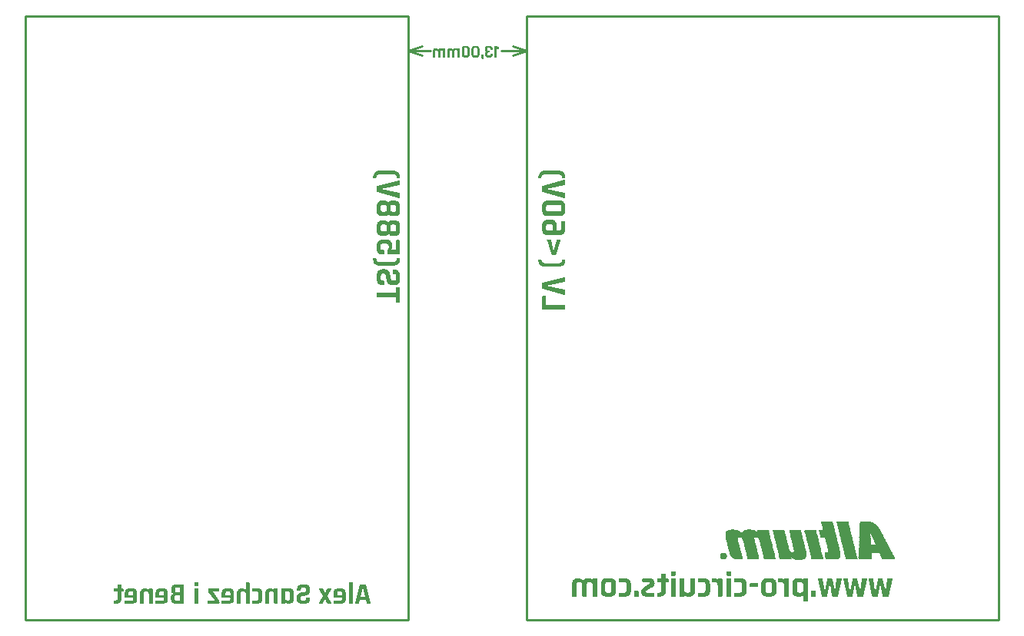
<source format=gbo>
G04*
G04 #@! TF.GenerationSoftware,Altium Limited,Altium Designer,18.1.9 (240)*
G04*
G04 Layer_Color=32896*
%FSLAX44Y44*%
%MOMM*%
G71*
G01*
G75*
%ADD11C,0.2540*%
%ADD54C,0.0254*%
G36*
X925950Y896490D02*
X927356Y896256D01*
X928469Y895904D01*
X929406Y895553D01*
X930167Y895143D01*
X930636Y894850D01*
X930929Y894616D01*
X931046Y894499D01*
X931749Y893679D01*
X932276Y892800D01*
X932686Y891863D01*
X932920Y890984D01*
X933096Y890223D01*
X933155Y889578D01*
X933213Y889344D01*
Y888641D01*
X933155Y888466D01*
X933096Y888348D01*
Y888290D01*
X932979Y888231D01*
X932803Y888173D01*
X932627D01*
X932569D01*
X930343D01*
X930109Y888231D01*
X929933Y888290D01*
X929758Y888583D01*
X929640Y888817D01*
Y888993D01*
X929582Y889578D01*
X929465Y890164D01*
X929230Y890574D01*
X928938Y890984D01*
X928586Y891336D01*
X928176Y891628D01*
X927356Y892039D01*
X926477Y892273D01*
X925716Y892390D01*
X925423Y892449D01*
X925189D01*
X925072D01*
X925013D01*
X911600D01*
X910780Y892390D01*
X910077Y892273D01*
X909492Y892156D01*
X908964Y891921D01*
X908496Y891628D01*
X908144Y891336D01*
X907851Y891043D01*
X907617Y890750D01*
X907266Y890106D01*
X907090Y889520D01*
Y889286D01*
X907031Y889168D01*
Y888934D01*
X906973Y888700D01*
X906914Y888524D01*
X906680Y888290D01*
X906387Y888173D01*
X906329D01*
X906270D01*
X904044D01*
X903810D01*
X903693Y888231D01*
X903576Y888290D01*
X903517Y888466D01*
X903458Y888700D01*
Y888993D01*
X903576Y890223D01*
X903810Y891336D01*
X904103Y892273D01*
X904513Y893093D01*
X904923Y893679D01*
X905216Y894147D01*
X905450Y894381D01*
X905567Y894499D01*
X906446Y895201D01*
X907500Y895670D01*
X908613Y896021D01*
X909726Y896314D01*
X910663Y896432D01*
X911132Y896490D01*
X911483D01*
X911834Y896549D01*
X912069D01*
X912186D01*
X912244D01*
X924369D01*
X925950Y896490D01*
D02*
G37*
G36*
X932803Y885830D02*
X932979Y885654D01*
X933096Y885537D01*
X933213Y885186D01*
Y881261D01*
X933155Y881027D01*
X933096Y880793D01*
X932803Y880500D01*
X932452Y880383D01*
X932393Y880324D01*
X932335D01*
X912654Y876107D01*
Y875931D01*
X932335Y871773D01*
X932627Y871655D01*
X932862Y871538D01*
X932979Y871363D01*
X933096Y871187D01*
X933213Y870894D01*
Y867028D01*
X933155Y866677D01*
X933096Y866442D01*
X932920Y866325D01*
X932745Y866208D01*
X932452D01*
X932335D01*
X932276D01*
X908320Y872417D01*
X908027Y872534D01*
X907851Y872651D01*
X907617Y873002D01*
X907500Y873295D01*
Y878684D01*
X907559Y878918D01*
X907617Y879153D01*
X907910Y879445D01*
X908203Y879563D01*
X908261Y879621D01*
X908320D01*
X932276Y885830D01*
X932569Y885888D01*
X932803Y885830D01*
D02*
G37*
G36*
X928059Y863397D02*
X928996Y863221D01*
X929816Y862928D01*
X930460Y862635D01*
X930987Y862284D01*
X931339Y862049D01*
X931573Y861815D01*
X931632Y861757D01*
X932159Y861054D01*
X932569Y860292D01*
X932803Y859472D01*
X933038Y858711D01*
X933155Y858008D01*
X933213Y857422D01*
Y852619D01*
X933155Y851507D01*
X932979Y850511D01*
X932686Y849691D01*
X932452Y848988D01*
X932159Y848461D01*
X931866Y848051D01*
X931690Y847816D01*
X931632Y847758D01*
X930987Y847172D01*
X930226Y846762D01*
X929465Y846469D01*
X928703Y846293D01*
X928059Y846176D01*
X927532Y846059D01*
X927122D01*
X927063D01*
X927005D01*
X925247D01*
X924603Y846118D01*
X923959Y846176D01*
X922905Y846469D01*
X922085Y846879D01*
X921440Y847406D01*
X920913Y847875D01*
X920620Y848285D01*
X920444Y848578D01*
X920386Y848695D01*
X920152Y848226D01*
X919859Y847816D01*
X919156Y847172D01*
X918336Y846703D01*
X917516Y846411D01*
X916754Y846176D01*
X916110Y846118D01*
X915876Y846059D01*
X915700D01*
X915583D01*
X915524D01*
X913709D01*
X912596Y846118D01*
X911659Y846352D01*
X910839Y846586D01*
X910194Y846938D01*
X909667Y847231D01*
X909316Y847523D01*
X909081Y847699D01*
X909023Y847758D01*
X908496Y848461D01*
X908144Y849222D01*
X907851Y850042D01*
X907676Y850804D01*
X907559Y851507D01*
X907500Y852092D01*
Y856895D01*
X907559Y858008D01*
X907734Y859004D01*
X907969Y859824D01*
X908261Y860527D01*
X908554Y861054D01*
X908789Y861464D01*
X908964Y861698D01*
X909023Y861757D01*
X909667Y862342D01*
X910429Y862752D01*
X911190Y863045D01*
X911952Y863221D01*
X912654Y863397D01*
X913182Y863455D01*
X913416D01*
X913592D01*
X913650D01*
X913709D01*
X915524D01*
X916227D01*
X916813Y863338D01*
X917399Y863221D01*
X917867Y863045D01*
X918746Y862635D01*
X919390Y862167D01*
X919859Y861639D01*
X920152Y861229D01*
X920327Y860937D01*
X920386Y860878D01*
Y860819D01*
X920562Y861229D01*
X920796Y861581D01*
X921323Y862225D01*
X921616Y862401D01*
X921850Y862577D01*
X921967Y862635D01*
X922026Y862694D01*
X922553Y862928D01*
X923080Y863162D01*
X923666Y863279D01*
X924135Y863338D01*
X924603Y863397D01*
X924955Y863455D01*
X925189D01*
X925247D01*
X927005D01*
X928059Y863397D01*
D02*
G37*
G36*
Y841725D02*
X928996Y841549D01*
X929816Y841256D01*
X930460Y840963D01*
X930987Y840612D01*
X931339Y840378D01*
X931573Y840143D01*
X931632Y840085D01*
X932159Y839382D01*
X932569Y838621D01*
X932803Y837801D01*
X933038Y837039D01*
X933155Y836336D01*
X933213Y835751D01*
Y830947D01*
X933155Y829835D01*
X932979Y828839D01*
X932686Y828019D01*
X932452Y827316D01*
X932159Y826789D01*
X931866Y826379D01*
X931690Y826145D01*
X931632Y826086D01*
X930987Y825500D01*
X930226Y825090D01*
X929465Y824797D01*
X928703Y824622D01*
X928059Y824505D01*
X927532Y824387D01*
X927122D01*
X927063D01*
X927005D01*
X925247D01*
X924603Y824446D01*
X923959Y824505D01*
X922905Y824797D01*
X922085Y825207D01*
X921440Y825735D01*
X920913Y826203D01*
X920620Y826613D01*
X920444Y826906D01*
X920386Y827023D01*
X920152Y826555D01*
X919859Y826145D01*
X919156Y825500D01*
X918336Y825032D01*
X917516Y824739D01*
X916754Y824505D01*
X916110Y824446D01*
X915876Y824387D01*
X915700D01*
X915583D01*
X915524D01*
X913709D01*
X912596Y824446D01*
X911659Y824680D01*
X910839Y824915D01*
X910194Y825266D01*
X909667Y825559D01*
X909316Y825852D01*
X909081Y826028D01*
X909023Y826086D01*
X908496Y826789D01*
X908144Y827550D01*
X907851Y828370D01*
X907676Y829132D01*
X907559Y829835D01*
X907500Y830420D01*
Y835223D01*
X907559Y836336D01*
X907734Y837332D01*
X907969Y838152D01*
X908261Y838855D01*
X908554Y839382D01*
X908789Y839792D01*
X908964Y840026D01*
X909023Y840085D01*
X909667Y840671D01*
X910429Y841081D01*
X911190Y841373D01*
X911952Y841549D01*
X912654Y841725D01*
X913182Y841783D01*
X913416D01*
X913592D01*
X913650D01*
X913709D01*
X915524D01*
X916227D01*
X916813Y841666D01*
X917399Y841549D01*
X917867Y841373D01*
X918746Y840963D01*
X919390Y840495D01*
X919859Y839968D01*
X920152Y839558D01*
X920327Y839265D01*
X920386Y839206D01*
Y839148D01*
X920562Y839558D01*
X920796Y839909D01*
X921323Y840553D01*
X921616Y840729D01*
X921850Y840905D01*
X921967Y840963D01*
X922026Y841022D01*
X922553Y841256D01*
X923080Y841491D01*
X923666Y841608D01*
X924135Y841666D01*
X924603Y841725D01*
X924955Y841783D01*
X925189D01*
X925247D01*
X927005D01*
X928059Y841725D01*
D02*
G37*
G36*
X919507Y820463D02*
X920444Y820229D01*
X921264Y819936D01*
X921967Y819526D01*
X922612Y819057D01*
X923080Y818530D01*
X923490Y818003D01*
X923842Y817417D01*
X924076Y816832D01*
X924252Y816304D01*
X924427Y815777D01*
X924486Y815309D01*
X924545Y814899D01*
X924603Y814606D01*
Y812673D01*
X924545Y811736D01*
X924310Y811033D01*
X923959Y810389D01*
X923607Y809979D01*
X923256Y809627D01*
X922905Y809452D01*
X922670Y809334D01*
X922612Y809276D01*
X928469D01*
Y818940D01*
X928528Y819233D01*
X928586Y819467D01*
X928703Y819585D01*
X928879Y819702D01*
X929172Y819819D01*
X929230D01*
X929289D01*
X932335D01*
X932627Y819760D01*
X932862Y819702D01*
X932979Y819526D01*
X933096Y819409D01*
X933213Y819057D01*
Y805059D01*
X933155Y804766D01*
X933096Y804531D01*
X932920Y804414D01*
X932803Y804297D01*
X932452Y804180D01*
X932393D01*
X932335D01*
X919683D01*
X919390Y804239D01*
X919214Y804297D01*
X918980Y804649D01*
X918863Y804941D01*
Y808339D01*
X918922Y808573D01*
X918980Y808807D01*
X919273Y809159D01*
X919566Y809393D01*
X919624Y809510D01*
X919683D01*
X919976Y809744D01*
X920210Y809979D01*
X920327Y810272D01*
X920444Y810506D01*
X920503Y810740D01*
X920562Y810916D01*
Y813493D01*
X920444Y813903D01*
X920386Y814313D01*
X920269Y814547D01*
X920152Y814782D01*
X920034Y814899D01*
X919976Y815016D01*
X919917D01*
X919624Y815192D01*
X919332Y815367D01*
X918570Y815543D01*
X918219Y815602D01*
X917926D01*
X917692D01*
X917633D01*
X914060D01*
X913592D01*
X913240Y815484D01*
X912947Y815426D01*
X912654Y815309D01*
X912479Y815192D01*
X912362Y815133D01*
X912244Y815016D01*
X912069Y814782D01*
X911952Y814489D01*
X911776Y813844D01*
Y813610D01*
X911717Y813376D01*
Y810799D01*
X911776Y810447D01*
X911893Y810154D01*
X912010Y809862D01*
X912069Y809686D01*
X912186Y809569D01*
X912244Y809452D01*
X912479Y809276D01*
X912772Y809159D01*
X913357Y808983D01*
X913650D01*
X913826Y808924D01*
X914001D01*
X914060D01*
X914763D01*
X915056Y808866D01*
X915290Y808807D01*
X915466Y808690D01*
X915583Y808514D01*
X915700Y808221D01*
Y804707D01*
X915642Y804414D01*
X915583Y804180D01*
X915407Y804063D01*
X915231Y803946D01*
X914939Y803829D01*
X914821D01*
X914763D01*
X914001D01*
X912889Y803887D01*
X911893Y804121D01*
X911073Y804356D01*
X910370Y804707D01*
X909843Y805000D01*
X909433Y805293D01*
X909199Y805469D01*
X909140Y805527D01*
X908613Y806230D01*
X908203Y807050D01*
X907910Y807870D01*
X907734Y808632D01*
X907617Y809334D01*
X907500Y809920D01*
Y813961D01*
X907559Y815074D01*
X907793Y816012D01*
X908027Y816832D01*
X908379Y817534D01*
X908671Y818062D01*
X908964Y818472D01*
X909140Y818706D01*
X909199Y818764D01*
X909902Y819350D01*
X910663Y819760D01*
X911483Y820112D01*
X912244Y820287D01*
X912947Y820405D01*
X913474Y820522D01*
X913709D01*
X913884D01*
X913943D01*
X914001D01*
X918394D01*
X919507Y820463D01*
D02*
G37*
G36*
X932979Y799846D02*
X933096Y799787D01*
Y799728D01*
X933155Y799611D01*
X933213Y799377D01*
Y799026D01*
X933096Y797796D01*
X932862Y796683D01*
X932510Y795745D01*
X932159Y794984D01*
X931749Y794340D01*
X931397Y793871D01*
X931163Y793637D01*
X931046Y793520D01*
X930167Y792876D01*
X929113Y792348D01*
X928000Y791997D01*
X926946Y791763D01*
X925950Y791646D01*
X925482Y791587D01*
X925130D01*
X924779Y791528D01*
X924545D01*
X924427D01*
X924369D01*
X912244D01*
X910663Y791587D01*
X909257Y791821D01*
X908144Y792114D01*
X907207Y792524D01*
X906504Y792876D01*
X905977Y793168D01*
X905684Y793403D01*
X905567Y793461D01*
X904864Y794281D01*
X904337Y795160D01*
X903986Y796097D01*
X903751Y796975D01*
X903576Y797796D01*
X903517Y798440D01*
X903458Y798674D01*
Y799436D01*
X903517Y799611D01*
X903576Y799728D01*
X903693Y799846D01*
X903868Y799904D01*
X903986D01*
X904044D01*
X906270D01*
X906563D01*
X906739Y799846D01*
X906797Y799787D01*
X906856Y799728D01*
X906973Y799553D01*
X907031Y799377D01*
Y799084D01*
X907090Y798498D01*
X907207Y797971D01*
X907441Y797503D01*
X907734Y797093D01*
X908086Y796741D01*
X908496Y796448D01*
X909316Y796038D01*
X910136Y795804D01*
X910897Y795687D01*
X911190Y795628D01*
X911424D01*
X911542D01*
X911600D01*
X925013D01*
X925833Y795687D01*
X926536Y795804D01*
X927180Y795921D01*
X927708Y796155D01*
X928118Y796390D01*
X928528Y796683D01*
X928820Y797034D01*
X929055Y797327D01*
X929406Y797971D01*
X929582Y798498D01*
X929640Y798733D01*
Y799436D01*
X929699Y799611D01*
X929758Y799670D01*
Y799728D01*
X929933Y799846D01*
X930109Y799904D01*
X930285D01*
X930343D01*
X932569D01*
X932803D01*
X932979Y799846D01*
D02*
G37*
G36*
X916286Y787780D02*
X917047Y787721D01*
X917692Y787545D01*
X918277Y787370D01*
X918746Y787194D01*
X919039Y787077D01*
X919273Y786960D01*
X919332Y786901D01*
X919859Y786550D01*
X920327Y786140D01*
X920679Y785730D01*
X920972Y785378D01*
X921206Y785027D01*
X921382Y784792D01*
X921499Y784617D01*
Y784558D01*
X921850Y783562D01*
X922143Y782508D01*
X922377Y781512D01*
X922553Y780575D01*
X922729Y779755D01*
X922787Y779111D01*
Y778877D01*
X922846Y778701D01*
Y778525D01*
X922905Y777940D01*
X923022Y777471D01*
X923139Y777002D01*
X923315Y776651D01*
X923666Y776065D01*
X924017Y775655D01*
X924427Y775421D01*
X924720Y775304D01*
X924955Y775245D01*
X925013D01*
X925775D01*
X926360D01*
X926888Y775362D01*
X927298Y775421D01*
X927649Y775538D01*
X927883Y775655D01*
X928059Y775714D01*
X928176Y775831D01*
X928410Y776124D01*
X928528Y776417D01*
X928762Y777178D01*
Y777530D01*
X928820Y777822D01*
Y780165D01*
X928703Y780634D01*
X928645Y780985D01*
X928528Y781337D01*
X928410Y781512D01*
X928352Y781688D01*
X928235Y781805D01*
X928000Y781981D01*
X927649Y782157D01*
X926946Y782332D01*
X926653Y782391D01*
X926360D01*
X926185D01*
X926126D01*
X925892D01*
X925599Y782450D01*
X925365Y782508D01*
X925247Y782684D01*
X925130Y782860D01*
X925013Y783152D01*
Y786667D01*
X925072Y786960D01*
X925130Y787135D01*
X925482Y787370D01*
X925775Y787487D01*
X925833D01*
X925892D01*
X926653D01*
X927766Y787428D01*
X928703Y787194D01*
X929523Y786960D01*
X930226Y786608D01*
X930753Y786315D01*
X931163Y786022D01*
X931397Y785788D01*
X931456Y785730D01*
X932042Y785027D01*
X932452Y784207D01*
X932803Y783387D01*
X932979Y782625D01*
X933096Y781922D01*
X933213Y781337D01*
Y776827D01*
X933155Y775714D01*
X932920Y774718D01*
X932686Y773898D01*
X932335Y773195D01*
X932042Y772609D01*
X931749Y772258D01*
X931515Y771965D01*
X931456Y771907D01*
X930753Y771321D01*
X929992Y770911D01*
X929172Y770559D01*
X928410Y770384D01*
X927708Y770266D01*
X927180Y770208D01*
X926946Y770149D01*
X926770D01*
X926712D01*
X926653D01*
X925247D01*
X924369Y770208D01*
X923549Y770325D01*
X922846Y770442D01*
X922260Y770618D01*
X921792Y770794D01*
X921440Y770969D01*
X921206Y771028D01*
X921147Y771087D01*
X920620Y771438D01*
X920152Y771848D01*
X919800Y772258D01*
X919507Y772609D01*
X919273Y772961D01*
X919156Y773195D01*
X919039Y773371D01*
Y773429D01*
X918687Y774484D01*
X918512Y775011D01*
X918394Y775480D01*
X918277Y775890D01*
X918219Y776182D01*
X918160Y776417D01*
Y776475D01*
X917926Y777647D01*
X917867Y778115D01*
X917809Y778584D01*
X917750Y778935D01*
X917692Y779228D01*
Y779462D01*
X917516Y780400D01*
X917399Y780810D01*
X917282Y781161D01*
X917164Y781454D01*
X917047Y781630D01*
X916989Y781747D01*
X916930Y781805D01*
X916696Y782098D01*
X916403Y782332D01*
X916110Y782508D01*
X915817Y782625D01*
X915583Y782684D01*
X915349Y782742D01*
X915231D01*
X915173D01*
X914704D01*
X914119D01*
X913650Y782625D01*
X913299Y782567D01*
X913006Y782450D01*
X912772Y782332D01*
X912596Y782215D01*
X912537Y782157D01*
X912479Y782098D01*
X912303Y781864D01*
X912127Y781512D01*
X911952Y780810D01*
Y780517D01*
X911893Y780224D01*
Y777530D01*
X911952Y777061D01*
X912069Y776710D01*
X912186Y776417D01*
X912244Y776182D01*
X912362Y776007D01*
X912420Y775948D01*
Y775890D01*
X912654Y775714D01*
X913006Y775538D01*
X913709Y775362D01*
X914001D01*
X914294Y775304D01*
X914470D01*
X914529D01*
X914821D01*
X915114Y775245D01*
X915349Y775187D01*
X915466Y775011D01*
X915583Y774894D01*
X915700Y774542D01*
Y771028D01*
X915642Y770735D01*
X915583Y770559D01*
X915290Y770325D01*
X914939Y770208D01*
X914880D01*
X914821D01*
X914060D01*
X912947Y770266D01*
X911952Y770501D01*
X911132Y770794D01*
X910429Y771087D01*
X909902Y771438D01*
X909492Y771672D01*
X909257Y771907D01*
X909199Y771965D01*
X908613Y772668D01*
X908203Y773488D01*
X907910Y774249D01*
X907734Y775070D01*
X907617Y775772D01*
X907500Y776300D01*
Y781220D01*
X907559Y782332D01*
X907793Y783270D01*
X908027Y784148D01*
X908379Y784792D01*
X908671Y785378D01*
X908964Y785788D01*
X909140Y786022D01*
X909199Y786081D01*
X909902Y786667D01*
X910663Y787077D01*
X911483Y787428D01*
X912244Y787604D01*
X912947Y787721D01*
X913533Y787838D01*
X913767D01*
X913943D01*
X914001D01*
X914060D01*
X915407D01*
X916286Y787780D01*
D02*
G37*
G36*
X932627Y767806D02*
X932862Y767748D01*
X932979Y767572D01*
X933096Y767455D01*
X933213Y767104D01*
Y751875D01*
X933155Y751582D01*
X933096Y751406D01*
X932803Y751172D01*
X932452Y751055D01*
X932393D01*
X932335D01*
X929640D01*
X929348Y751113D01*
X929172Y751172D01*
X928938Y751465D01*
X928820Y751758D01*
Y756443D01*
X928762Y756678D01*
X928586Y756795D01*
X928410Y756853D01*
X928352D01*
X908320D01*
X908027Y756912D01*
X907851Y756971D01*
X907617Y757322D01*
X907500Y757615D01*
Y761129D01*
X907559Y761422D01*
X907617Y761598D01*
X907910Y761832D01*
X908203Y761949D01*
X908261D01*
X908320D01*
X928352D01*
X928645Y762008D01*
X928762Y762184D01*
X928820Y762359D01*
Y766986D01*
X928879Y767279D01*
X928938Y767514D01*
X929055Y767631D01*
X929230Y767748D01*
X929523Y767865D01*
X929582D01*
X929640D01*
X932335D01*
X932627Y767806D01*
D02*
G37*
G36*
X1297249Y454806D02*
X1297424Y454748D01*
X1297659Y454455D01*
X1297776Y454162D01*
Y454103D01*
Y454045D01*
Y450589D01*
X1297717Y450296D01*
X1297659Y450120D01*
X1297366Y449886D01*
X1297073Y449769D01*
X1293441D01*
X1293207Y449827D01*
X1292973Y449886D01*
X1292797Y450179D01*
X1292680Y450472D01*
Y450530D01*
Y450589D01*
Y454103D01*
X1292738Y454338D01*
X1292797Y454572D01*
X1293031Y454748D01*
X1293324Y454865D01*
X1296956D01*
X1297249Y454806D01*
D02*
G37*
G36*
X1236040Y454806D02*
X1236216Y454748D01*
X1236450Y454455D01*
X1236568Y454162D01*
Y454103D01*
Y454045D01*
Y450589D01*
X1236509Y450296D01*
X1236450Y450120D01*
X1236158Y449886D01*
X1235865Y449769D01*
X1232233D01*
X1231999Y449827D01*
X1231765Y449886D01*
X1231589Y450179D01*
X1231472Y450472D01*
Y450530D01*
Y450589D01*
Y454103D01*
X1231530Y454338D01*
X1231589Y454572D01*
X1231823Y454748D01*
X1232116Y454865D01*
X1235748D01*
X1236040Y454806D01*
D02*
G37*
G36*
X1381651Y447075D02*
X1381827Y447016D01*
X1382061Y446723D01*
X1382178Y446372D01*
Y446313D01*
Y446255D01*
Y422123D01*
X1382120Y421889D01*
X1382061Y421713D01*
X1381768Y421479D01*
X1381476Y421361D01*
X1377961D01*
X1377668Y421420D01*
X1377434Y421479D01*
X1377317Y421596D01*
X1377200Y421771D01*
X1377083Y422006D01*
Y422064D01*
Y422123D01*
Y428859D01*
X1376907D01*
X1376731Y428507D01*
X1376497Y428156D01*
X1375970Y427687D01*
X1375735Y427511D01*
X1375560Y427394D01*
X1375443Y427277D01*
X1375384D01*
X1374564Y426984D01*
X1373803Y426809D01*
X1373510D01*
X1373275Y426750D01*
X1371401D01*
X1370288Y426809D01*
X1369351Y426984D01*
X1368531Y427277D01*
X1367887Y427570D01*
X1367360Y427863D01*
X1367008Y428156D01*
X1366774Y428331D01*
X1366715Y428390D01*
X1366188Y429093D01*
X1365778Y429854D01*
X1365544Y430674D01*
X1365310Y431436D01*
X1365193Y432139D01*
X1365134Y432724D01*
Y432959D01*
Y433134D01*
Y433193D01*
Y433251D01*
Y440632D01*
X1365193Y441744D01*
X1365368Y442682D01*
X1365661Y443502D01*
X1365895Y444204D01*
X1366188Y444732D01*
X1366481Y445142D01*
X1366657Y445376D01*
X1366715Y445435D01*
X1367360Y446020D01*
X1368121Y446430D01*
X1368882Y446723D01*
X1369644Y446899D01*
X1370347Y447075D01*
X1370874Y447133D01*
X1373041D01*
X1373920Y447016D01*
X1374681Y446840D01*
X1374974Y446723D01*
X1375208Y446665D01*
X1375325Y446547D01*
X1375384D01*
X1375794Y446313D01*
X1376087Y446079D01*
X1376380Y445845D01*
X1376555Y445552D01*
X1376731Y445317D01*
X1376848Y445142D01*
X1376907Y445025D01*
Y444966D01*
X1377083D01*
Y446255D01*
X1377141Y446547D01*
X1377200Y446782D01*
X1377375Y446899D01*
X1377493Y447016D01*
X1377844Y447133D01*
X1381358D01*
X1381651Y447075D01*
D02*
G37*
G36*
X1149763Y447075D02*
X1149939Y447016D01*
X1150173Y446723D01*
X1150290Y446372D01*
Y446313D01*
Y446255D01*
Y427570D01*
X1150232Y427277D01*
X1150173Y427101D01*
X1149880Y426867D01*
X1149587Y426750D01*
X1146073D01*
X1145780Y426809D01*
X1145546Y426867D01*
X1145429Y426984D01*
X1145312Y427160D01*
X1145194Y427453D01*
Y427511D01*
Y427570D01*
Y439694D01*
X1145136Y440222D01*
X1145077Y440690D01*
X1144960Y441100D01*
X1144784Y441452D01*
X1144316Y441979D01*
X1143789Y442389D01*
X1143320Y442565D01*
X1142852Y442682D01*
X1142559Y442740D01*
X1140743D01*
X1140392Y442623D01*
X1140040Y442565D01*
X1139806Y442447D01*
X1139630Y442330D01*
X1139513Y442272D01*
X1139396Y442155D01*
X1139220Y441920D01*
X1139103Y441627D01*
X1138927Y441042D01*
X1138869Y440749D01*
Y440573D01*
Y440397D01*
Y440339D01*
Y427570D01*
X1138810Y427277D01*
X1138752Y427101D01*
X1138400Y426867D01*
X1138107Y426750D01*
X1134651D01*
X1134359Y426809D01*
X1134124Y426867D01*
X1134007Y426984D01*
X1133890Y427160D01*
X1133773Y427453D01*
Y427511D01*
Y427570D01*
Y439636D01*
X1133714Y440163D01*
X1133656Y440690D01*
X1133539Y441100D01*
X1133363Y441452D01*
X1132894Y441979D01*
X1132367Y442330D01*
X1131899Y442565D01*
X1131430Y442682D01*
X1131137Y442740D01*
X1129556D01*
X1129204Y442623D01*
X1128853Y442565D01*
X1128618Y442447D01*
X1128443Y442330D01*
X1128326Y442272D01*
X1128208Y442155D01*
X1128033Y441920D01*
X1127916Y441627D01*
X1127740Y441042D01*
X1127681Y440749D01*
Y440573D01*
Y440397D01*
Y440339D01*
Y427570D01*
X1127623Y427277D01*
X1127564Y427101D01*
X1127271Y426867D01*
X1126979Y426750D01*
X1123464D01*
X1123171Y426809D01*
X1122937Y426867D01*
X1122820Y426984D01*
X1122703Y427160D01*
X1122586Y427453D01*
Y427511D01*
Y427570D01*
Y440632D01*
X1122644Y441744D01*
X1122820Y442682D01*
X1123113Y443502D01*
X1123347Y444204D01*
X1123640Y444732D01*
X1123933Y445142D01*
X1124109Y445376D01*
X1124167Y445434D01*
X1124811Y446020D01*
X1125573Y446430D01*
X1126334Y446723D01*
X1127096Y446899D01*
X1127798Y447075D01*
X1128326Y447133D01*
X1130610D01*
X1131137Y447016D01*
X1132133Y446723D01*
X1132953Y446313D01*
X1133597Y445844D01*
X1134066Y445376D01*
X1134417Y444966D01*
X1134651Y444673D01*
X1134710Y444614D01*
Y444556D01*
X1135003Y445024D01*
X1135354Y445434D01*
X1136116Y446020D01*
X1136936Y446489D01*
X1137756Y446840D01*
X1138517Y447016D01*
X1139103Y447075D01*
X1139337Y447133D01*
X1141329D01*
X1141856Y447016D01*
X1142266Y446957D01*
X1142676Y446840D01*
X1142969Y446723D01*
X1143203Y446606D01*
X1143379Y446547D01*
X1143437Y446489D01*
X1143847Y446255D01*
X1144140Y446020D01*
X1144667Y445493D01*
X1144902Y445142D01*
X1145019Y445024D01*
Y444966D01*
X1145194D01*
Y446255D01*
X1145253Y446547D01*
X1145312Y446782D01*
X1145487Y446899D01*
X1145604Y447016D01*
X1145956Y447133D01*
X1149470D01*
X1149763Y447075D01*
D02*
G37*
G36*
X1360624Y447075D02*
X1360800Y447016D01*
X1361034Y446723D01*
X1361151Y446372D01*
Y446313D01*
Y446255D01*
Y427570D01*
X1361092Y427277D01*
X1361034Y427101D01*
X1360741Y426867D01*
X1360448Y426750D01*
X1356934D01*
X1356641Y426809D01*
X1356407Y426867D01*
X1356290Y426984D01*
X1356172Y427160D01*
X1356055Y427453D01*
Y427511D01*
Y427570D01*
Y439577D01*
X1355997Y440163D01*
X1355938Y440632D01*
X1355821Y441042D01*
X1355645Y441393D01*
X1355177Y441979D01*
X1354649Y442330D01*
X1354181Y442565D01*
X1353712Y442682D01*
X1353419Y442740D01*
X1350257D01*
X1350022Y442799D01*
X1349964Y442857D01*
X1349905D01*
X1349788Y443033D01*
X1349729Y443267D01*
Y443443D01*
Y443502D01*
Y446255D01*
X1349788Y446547D01*
X1349846Y446782D01*
X1349964Y446899D01*
X1350139Y447016D01*
X1350432Y447133D01*
X1352014D01*
X1352892Y447016D01*
X1353654Y446840D01*
X1353947Y446723D01*
X1354181Y446665D01*
X1354298Y446547D01*
X1354357D01*
X1354767Y446313D01*
X1355059Y446079D01*
X1355352Y445786D01*
X1355528Y445552D01*
X1355704Y445317D01*
X1355821Y445083D01*
X1355880Y444966D01*
Y444907D01*
X1356055D01*
Y446255D01*
X1356114Y446547D01*
X1356172Y446782D01*
X1356348Y446899D01*
X1356465Y447016D01*
X1356817Y447133D01*
X1360331D01*
X1360624Y447075D01*
D02*
G37*
G36*
X1287525D02*
X1287701Y447016D01*
X1287935Y446723D01*
X1288053Y446372D01*
Y446313D01*
Y446255D01*
Y427570D01*
X1287994Y427277D01*
X1287935Y427101D01*
X1287643Y426867D01*
X1287350Y426750D01*
X1283835D01*
X1283542Y426809D01*
X1283308Y426867D01*
X1283191Y426984D01*
X1283074Y427160D01*
X1282957Y427453D01*
Y427511D01*
Y427570D01*
Y439577D01*
X1282898Y440163D01*
X1282840Y440632D01*
X1282722Y441042D01*
X1282547Y441393D01*
X1282078Y441979D01*
X1281551Y442330D01*
X1281082Y442565D01*
X1280614Y442682D01*
X1280321Y442740D01*
X1277158D01*
X1276924Y442799D01*
X1276865Y442857D01*
X1276807D01*
X1276690Y443033D01*
X1276631Y443267D01*
Y443443D01*
Y443502D01*
Y446255D01*
X1276690Y446547D01*
X1276748Y446782D01*
X1276865Y446899D01*
X1277041Y447016D01*
X1277334Y447133D01*
X1278915D01*
X1279794Y447016D01*
X1280555Y446840D01*
X1280848Y446723D01*
X1281082Y446665D01*
X1281200Y446547D01*
X1281258D01*
X1281668Y446313D01*
X1281961Y446079D01*
X1282254Y445786D01*
X1282430Y445552D01*
X1282605Y445317D01*
X1282722Y445083D01*
X1282781Y444966D01*
Y444907D01*
X1282957D01*
Y446255D01*
X1283015Y446547D01*
X1283074Y446782D01*
X1283250Y446899D01*
X1283367Y447016D01*
X1283718Y447133D01*
X1287233D01*
X1287525Y447075D01*
D02*
G37*
G36*
X1326945Y441452D02*
X1327120Y441393D01*
X1327355Y441100D01*
X1327472Y440749D01*
Y440690D01*
Y440632D01*
Y438289D01*
X1327413Y437996D01*
X1327355Y437820D01*
X1327062Y437586D01*
X1326769Y437469D01*
X1319037D01*
X1318745Y437527D01*
X1318569Y437586D01*
X1318335Y437879D01*
X1318217Y438172D01*
Y438230D01*
Y438289D01*
Y440632D01*
X1318276Y440924D01*
X1318335Y441159D01*
X1318452Y441276D01*
X1318627Y441393D01*
X1318920Y441510D01*
X1326652D01*
X1326945Y441452D01*
D02*
G37*
G36*
X1474781Y447075D02*
X1474957Y447016D01*
X1475074Y446840D01*
X1475133Y446723D01*
Y446372D01*
Y446313D01*
Y446255D01*
X1471150Y427570D01*
X1471033Y427277D01*
X1470916Y427101D01*
X1470564Y426867D01*
X1470271Y426750D01*
X1465644D01*
X1465351Y426809D01*
X1465117Y426867D01*
X1464824Y427160D01*
X1464707Y427453D01*
X1464648Y427511D01*
Y427570D01*
X1462247Y441100D01*
X1461954D01*
X1459494Y427570D01*
X1459377Y427277D01*
X1459260Y427101D01*
X1458967Y426867D01*
X1458674Y426750D01*
X1453988D01*
X1453695Y426809D01*
X1453461Y426867D01*
X1453168Y427160D01*
X1453051Y427453D01*
X1452993Y427511D01*
Y427570D01*
X1449010Y446255D01*
Y446548D01*
Y446782D01*
X1449127Y446899D01*
X1449244Y447016D01*
X1449478Y447133D01*
X1453461D01*
X1453754Y447075D01*
X1453930Y447016D01*
X1454223Y446723D01*
X1454340Y446372D01*
X1454398Y446313D01*
Y446255D01*
X1456273Y432607D01*
X1456565D01*
X1459318Y446255D01*
X1459435Y446548D01*
X1459553Y446782D01*
X1459728Y446899D01*
X1459904Y447016D01*
X1460197Y447133D01*
X1463887D01*
X1464121Y447075D01*
X1464355Y447016D01*
X1464590Y446723D01*
X1464707Y446372D01*
X1464765Y446313D01*
Y446255D01*
X1467636Y432607D01*
X1467928D01*
X1469744Y446255D01*
X1469803Y446548D01*
X1469920Y446782D01*
X1470037Y446899D01*
X1470213Y447016D01*
X1470564Y447133D01*
X1474547D01*
X1474781Y447075D01*
D02*
G37*
G36*
X1446960D02*
X1447135Y447016D01*
X1447252Y446840D01*
X1447311Y446723D01*
Y446372D01*
Y446313D01*
Y446255D01*
X1443328Y427570D01*
X1443211Y427277D01*
X1443094Y427101D01*
X1442742Y426867D01*
X1442449Y426750D01*
X1437822D01*
X1437529Y426809D01*
X1437295Y426867D01*
X1437002Y427160D01*
X1436885Y427453D01*
X1436826Y427511D01*
Y427570D01*
X1434425Y441100D01*
X1434132D01*
X1431672Y427570D01*
X1431555Y427277D01*
X1431438Y427101D01*
X1431145Y426867D01*
X1430852Y426750D01*
X1426166D01*
X1425874Y426809D01*
X1425639Y426867D01*
X1425346Y427160D01*
X1425229Y427453D01*
X1425171Y427511D01*
Y427570D01*
X1421188Y446255D01*
Y446548D01*
Y446782D01*
X1421305Y446899D01*
X1421422Y447016D01*
X1421656Y447133D01*
X1425639D01*
X1425932Y447075D01*
X1426108Y447016D01*
X1426401Y446723D01*
X1426518Y446372D01*
X1426576Y446313D01*
Y446255D01*
X1428451Y432607D01*
X1428743D01*
X1431496Y446255D01*
X1431614Y446548D01*
X1431731Y446782D01*
X1431906Y446899D01*
X1432082Y447016D01*
X1432375Y447133D01*
X1436065D01*
X1436299Y447075D01*
X1436534Y447016D01*
X1436768Y446723D01*
X1436885Y446372D01*
X1436944Y446313D01*
Y446255D01*
X1439814Y432607D01*
X1440107D01*
X1441922Y446255D01*
X1441981Y446548D01*
X1442098Y446782D01*
X1442215Y446899D01*
X1442391Y447016D01*
X1442742Y447133D01*
X1446725D01*
X1446960Y447075D01*
D02*
G37*
G36*
X1419138D02*
X1419313Y447016D01*
X1419431Y446840D01*
X1419489Y446723D01*
Y446372D01*
Y446313D01*
Y446255D01*
X1415506Y427570D01*
X1415389Y427277D01*
X1415272Y427101D01*
X1414920Y426867D01*
X1414628Y426750D01*
X1410000D01*
X1409707Y426809D01*
X1409473Y426867D01*
X1409180Y427160D01*
X1409063Y427453D01*
X1409005Y427511D01*
Y427570D01*
X1406603Y441100D01*
X1406310D01*
X1403850Y427570D01*
X1403733Y427277D01*
X1403616Y427101D01*
X1403323Y426867D01*
X1403030Y426750D01*
X1398344Y426750D01*
X1398052Y426809D01*
X1397817Y426867D01*
X1397524Y427160D01*
X1397407Y427453D01*
X1397349Y427511D01*
Y427570D01*
X1393366Y446255D01*
Y446547D01*
Y446782D01*
X1393483Y446899D01*
X1393600Y447016D01*
X1393834Y447133D01*
X1397817D01*
X1398110Y447075D01*
X1398286Y447016D01*
X1398579Y446723D01*
X1398696Y446372D01*
X1398754Y446313D01*
Y446255D01*
X1400629Y432607D01*
X1400922D01*
X1403674Y446255D01*
X1403792Y446548D01*
X1403909Y446782D01*
X1404084Y446899D01*
X1404260Y447016D01*
X1404553Y447133D01*
X1408243D01*
X1408477Y447075D01*
X1408712Y447016D01*
X1408946Y446723D01*
X1409063Y446372D01*
X1409122Y446313D01*
Y446255D01*
X1411992Y432607D01*
X1412285D01*
X1414100Y446255D01*
X1414159Y446548D01*
X1414276Y446782D01*
X1414393Y446899D01*
X1414569Y447016D01*
X1414920Y447133D01*
X1418903D01*
X1419138Y447075D01*
D02*
G37*
G36*
X1257302Y447075D02*
X1257478Y447016D01*
X1257712Y446723D01*
X1257829Y446372D01*
Y446313D01*
Y446255D01*
Y433251D01*
X1257771Y432139D01*
X1257595Y431143D01*
X1257302Y430323D01*
X1257009Y429620D01*
X1256775Y429093D01*
X1256482Y428683D01*
X1256306Y428448D01*
X1256248Y428390D01*
X1255603Y427863D01*
X1254842Y427453D01*
X1254081Y427160D01*
X1253319Y426984D01*
X1252675Y426867D01*
X1252148Y426750D01*
X1250273D01*
X1249395Y426809D01*
X1248633Y427043D01*
X1248341Y427101D01*
X1248106Y427219D01*
X1247989Y427277D01*
X1247931D01*
X1247521Y427511D01*
X1247228Y427746D01*
X1246701Y428273D01*
X1246583Y428507D01*
X1246466Y428683D01*
X1246349Y428800D01*
Y428859D01*
X1246232D01*
Y427570D01*
X1246173Y427277D01*
X1246115Y427101D01*
X1245763Y426867D01*
X1245471Y426750D01*
X1242015D01*
X1241722Y426809D01*
X1241488Y426867D01*
X1241370Y426984D01*
X1241253Y427160D01*
X1241136Y427453D01*
Y427511D01*
Y427570D01*
Y446255D01*
X1241195Y446547D01*
X1241253Y446782D01*
X1241429Y446899D01*
X1241546Y447016D01*
X1241898Y447133D01*
X1245353D01*
X1245646Y447075D01*
X1245881Y447016D01*
X1245998Y446840D01*
X1246115Y446723D01*
X1246232Y446372D01*
Y446313D01*
Y446255D01*
Y434189D01*
Y433661D01*
X1246349Y433193D01*
X1246466Y432783D01*
X1246642Y432431D01*
X1247111Y431904D01*
X1247579Y431553D01*
X1248106Y431319D01*
X1248575Y431201D01*
X1248868Y431143D01*
X1250859D01*
X1251269Y431201D01*
X1251562Y431319D01*
X1251796Y431436D01*
X1252148Y431612D01*
X1252265Y431670D01*
X1252441Y431904D01*
X1252558Y432197D01*
X1252734Y432783D01*
Y433076D01*
X1252792Y433251D01*
Y433427D01*
Y433486D01*
Y446255D01*
X1252851Y446547D01*
X1252909Y446782D01*
X1253026Y446899D01*
X1253202Y447016D01*
X1253495Y447133D01*
X1257009D01*
X1257302Y447075D01*
D02*
G37*
G36*
X1390496Y433193D02*
X1390672Y433134D01*
X1390906Y432841D01*
X1391023Y432549D01*
Y432490D01*
Y432431D01*
Y427570D01*
X1390964Y427277D01*
X1390906Y427101D01*
X1390613Y426867D01*
X1390320Y426750D01*
X1386630D01*
X1386396Y426809D01*
X1386161Y426867D01*
X1385986Y427160D01*
X1385869Y427453D01*
Y427511D01*
Y427570D01*
Y432490D01*
X1385927Y432724D01*
X1385986Y432959D01*
X1386220Y433134D01*
X1386513Y433251D01*
X1390203D01*
X1390496Y433193D01*
D02*
G37*
G36*
X1342115Y447075D02*
X1343111Y446899D01*
X1343931Y446606D01*
X1344634Y446313D01*
X1345219Y445962D01*
X1345571Y445727D01*
X1345864Y445493D01*
X1345922Y445435D01*
X1346508Y444732D01*
X1346918Y443970D01*
X1347211Y443150D01*
X1347386Y442389D01*
X1347504Y441686D01*
X1347621Y441159D01*
Y440924D01*
Y440749D01*
Y440690D01*
Y440632D01*
Y433251D01*
X1347562Y432139D01*
X1347328Y431143D01*
X1347094Y430323D01*
X1346742Y429620D01*
X1346449Y429093D01*
X1346156Y428683D01*
X1345981Y428449D01*
X1345922Y428390D01*
X1345219Y427863D01*
X1344399Y427453D01*
X1343579Y427160D01*
X1342818Y426984D01*
X1342115Y426867D01*
X1341529Y426750D01*
X1337429D01*
X1336316Y426809D01*
X1335379Y427043D01*
X1334559Y427277D01*
X1333856Y427629D01*
X1333329Y427921D01*
X1332919Y428214D01*
X1332685Y428390D01*
X1332626Y428449D01*
X1332041Y429151D01*
X1331631Y429913D01*
X1331279Y430733D01*
X1331103Y431494D01*
X1330986Y432197D01*
X1330869Y432724D01*
Y432959D01*
Y433134D01*
Y433193D01*
Y433251D01*
Y440632D01*
X1330928Y441744D01*
X1331162Y442682D01*
X1331396Y443502D01*
X1331748Y444204D01*
X1332041Y444732D01*
X1332333Y445142D01*
X1332568Y445376D01*
X1332626Y445435D01*
X1333329Y446020D01*
X1334091Y446430D01*
X1334910Y446723D01*
X1335672Y446899D01*
X1336375Y447075D01*
X1336902Y447133D01*
X1341002D01*
X1342115Y447075D01*
D02*
G37*
G36*
X1309314D02*
X1310310Y446899D01*
X1311130Y446606D01*
X1311833Y446313D01*
X1312419Y445962D01*
X1312770Y445727D01*
X1313063Y445493D01*
X1313122Y445435D01*
X1313707Y444732D01*
X1314117Y443970D01*
X1314410Y443150D01*
X1314586Y442389D01*
X1314703Y441686D01*
X1314820Y441159D01*
Y440924D01*
Y440749D01*
Y440690D01*
Y440632D01*
Y433251D01*
X1314762Y432139D01*
X1314527Y431143D01*
X1314293Y430323D01*
X1313942Y429620D01*
X1313649Y429093D01*
X1313356Y428683D01*
X1313180Y428449D01*
X1313122Y428390D01*
X1312419Y427863D01*
X1311599Y427453D01*
X1310779Y427160D01*
X1310017Y426984D01*
X1309314Y426867D01*
X1308729Y426750D01*
X1302227D01*
X1301934Y426809D01*
X1301700Y426867D01*
X1301641Y426926D01*
X1301583D01*
X1301466Y427101D01*
X1301407Y427277D01*
Y427453D01*
Y427511D01*
Y430264D01*
X1301466Y430557D01*
X1301524Y430792D01*
X1301641Y430909D01*
X1301817Y431026D01*
X1302110Y431143D01*
X1307850D01*
X1308201Y431202D01*
X1308494Y431319D01*
X1308787Y431436D01*
X1308963Y431494D01*
X1309080Y431612D01*
X1309197Y431670D01*
X1309373Y431904D01*
X1309490Y432197D01*
X1309666Y432783D01*
Y433076D01*
X1309724Y433251D01*
Y433427D01*
Y433486D01*
Y440339D01*
Y440807D01*
X1309666Y441159D01*
X1309549Y441510D01*
X1309431Y441744D01*
X1309373Y441920D01*
X1309256Y442037D01*
X1309197Y442155D01*
X1308963Y442330D01*
X1308670Y442506D01*
X1308084Y442682D01*
X1307791Y442740D01*
X1302227D01*
X1301934Y442799D01*
X1301700Y442857D01*
X1301641Y442916D01*
X1301583D01*
X1301466Y443092D01*
X1301407Y443267D01*
Y443443D01*
Y443502D01*
Y446255D01*
X1301466Y446547D01*
X1301524Y446782D01*
X1301641Y446899D01*
X1301817Y447016D01*
X1302110Y447133D01*
X1308201D01*
X1309314Y447075D01*
D02*
G37*
G36*
X1297249D02*
X1297424Y447016D01*
X1297659Y446723D01*
X1297776Y446372D01*
Y446313D01*
Y446255D01*
Y427570D01*
X1297717Y427277D01*
X1297659Y427101D01*
X1297307Y426867D01*
X1297014Y426750D01*
X1293148D01*
X1292973Y426809D01*
X1292914Y426867D01*
X1292856D01*
X1292738Y427043D01*
X1292680Y427277D01*
Y427511D01*
Y427570D01*
Y446255D01*
X1292738Y446547D01*
X1292797Y446782D01*
X1292914Y446899D01*
X1293090Y447016D01*
X1293383Y447133D01*
X1296956D01*
X1297249Y447075D01*
D02*
G37*
G36*
X1269017D02*
X1270012Y446899D01*
X1270832Y446606D01*
X1271535Y446313D01*
X1272121Y445962D01*
X1272472Y445727D01*
X1272765Y445493D01*
X1272824Y445435D01*
X1273410Y444732D01*
X1273820Y443970D01*
X1274112Y443150D01*
X1274288Y442389D01*
X1274405Y441686D01*
X1274522Y441159D01*
Y440924D01*
Y440749D01*
Y440690D01*
Y440632D01*
Y433251D01*
X1274464Y432139D01*
X1274230Y431143D01*
X1273995Y430323D01*
X1273644Y429620D01*
X1273351Y429093D01*
X1273058Y428683D01*
X1272882Y428449D01*
X1272824Y428390D01*
X1272121Y427863D01*
X1271301Y427453D01*
X1270481Y427160D01*
X1269719Y426984D01*
X1269017Y426867D01*
X1268431Y426750D01*
X1261929D01*
X1261637Y426809D01*
X1261402Y426867D01*
X1261344Y426926D01*
X1261285D01*
X1261168Y427101D01*
X1261109Y427277D01*
Y427453D01*
Y427511D01*
Y430264D01*
X1261168Y430557D01*
X1261227Y430792D01*
X1261344Y430909D01*
X1261519Y431026D01*
X1261812Y431143D01*
X1267552D01*
X1267904Y431202D01*
X1268197Y431319D01*
X1268489Y431436D01*
X1268665Y431494D01*
X1268782Y431612D01*
X1268899Y431670D01*
X1269075Y431904D01*
X1269192Y432197D01*
X1269368Y432783D01*
Y433076D01*
X1269427Y433251D01*
Y433427D01*
Y433486D01*
Y440339D01*
Y440807D01*
X1269368Y441159D01*
X1269251Y441510D01*
X1269134Y441744D01*
X1269075Y441920D01*
X1268958Y442037D01*
X1268899Y442155D01*
X1268665Y442330D01*
X1268372Y442506D01*
X1267787Y442682D01*
X1267494Y442740D01*
X1261929D01*
X1261637Y442799D01*
X1261402Y442857D01*
X1261344Y442916D01*
X1261285D01*
X1261168Y443092D01*
X1261109Y443267D01*
Y443443D01*
Y443502D01*
Y446255D01*
X1261168Y446547D01*
X1261227Y446782D01*
X1261344Y446899D01*
X1261519Y447016D01*
X1261812Y447133D01*
X1267904D01*
X1269017Y447075D01*
D02*
G37*
G36*
X1236040Y447075D02*
X1236216Y447016D01*
X1236450Y446723D01*
X1236568Y446372D01*
Y446313D01*
Y446255D01*
Y427570D01*
X1236509Y427277D01*
X1236450Y427101D01*
X1236099Y426867D01*
X1235806Y426750D01*
X1231940D01*
X1231765Y426809D01*
X1231706Y426867D01*
X1231647D01*
X1231530Y427043D01*
X1231472Y427277D01*
Y427511D01*
Y427570D01*
Y446255D01*
X1231530Y446547D01*
X1231589Y446782D01*
X1231706Y446899D01*
X1231882Y447016D01*
X1232175Y447133D01*
X1235748D01*
X1236040Y447075D01*
D02*
G37*
G36*
X1225380Y452170D02*
X1225614Y452112D01*
X1225732Y451936D01*
X1225849Y451819D01*
X1225966Y451468D01*
Y451409D01*
Y451350D01*
Y447543D01*
X1226024Y447309D01*
X1226142Y447192D01*
X1226317Y447133D01*
X1228016D01*
X1228309Y447075D01*
X1228484Y447016D01*
X1228719Y446723D01*
X1228836Y446372D01*
Y446313D01*
Y446255D01*
Y443502D01*
X1228777Y443209D01*
X1228719Y443033D01*
X1228660Y442916D01*
Y442857D01*
X1228484Y442799D01*
X1228250Y442740D01*
X1226376D01*
X1226142Y442682D01*
X1226024Y442506D01*
X1225966Y442330D01*
Y442272D01*
Y433193D01*
X1225907Y432080D01*
X1225673Y431143D01*
X1225380Y430323D01*
X1225087Y429620D01*
X1224736Y429093D01*
X1224502Y428683D01*
X1224267Y428448D01*
X1224209Y428390D01*
X1223506Y427863D01*
X1222686Y427453D01*
X1221924Y427160D01*
X1221104Y426984D01*
X1220402Y426867D01*
X1219874Y426750D01*
X1216887D01*
X1216594Y426809D01*
X1216360Y426867D01*
X1216301Y426926D01*
X1216243D01*
X1216126Y427101D01*
X1216067Y427277D01*
Y427453D01*
Y427511D01*
Y430264D01*
X1216126Y430557D01*
X1216184Y430791D01*
X1216301Y430909D01*
X1216477Y431026D01*
X1216770Y431143D01*
X1218937D01*
X1219289Y431201D01*
X1219640Y431319D01*
X1219874Y431436D01*
X1220109Y431494D01*
X1220226Y431612D01*
X1220343Y431670D01*
X1220519Y431904D01*
X1220636Y432197D01*
X1220811Y432724D01*
Y433017D01*
X1220870Y433251D01*
Y433369D01*
Y433427D01*
Y442272D01*
X1220811Y442565D01*
X1220636Y442682D01*
X1220460Y442740D01*
X1217297D01*
X1216946Y442799D01*
X1216770Y442857D01*
X1216653Y442916D01*
X1216594D01*
X1216477Y443092D01*
X1216419Y443267D01*
Y443443D01*
Y443502D01*
Y446255D01*
X1216477Y446547D01*
X1216536Y446782D01*
X1216711Y446899D01*
X1216829Y447016D01*
X1217180Y447133D01*
X1220402D01*
X1220694Y447192D01*
X1220811Y447367D01*
X1220870Y447485D01*
Y447543D01*
Y451350D01*
X1220929Y451643D01*
X1220987Y451878D01*
X1221163Y451995D01*
X1221280Y452112D01*
X1221631Y452229D01*
X1225087D01*
X1225380Y452170D01*
D02*
G37*
G36*
X1208511Y447075D02*
X1209448Y446899D01*
X1210268Y446723D01*
X1210913Y446489D01*
X1211440Y446196D01*
X1211791Y446020D01*
X1212026Y445844D01*
X1212084Y445786D01*
X1212553Y445259D01*
X1212904Y444614D01*
X1213197Y443912D01*
X1213373Y443267D01*
X1213490Y442623D01*
X1213549Y442155D01*
Y441803D01*
Y441744D01*
Y441686D01*
X1213490Y441042D01*
X1213373Y440397D01*
X1213256Y439870D01*
X1213080Y439460D01*
X1212904Y439050D01*
X1212729Y438816D01*
X1212670Y438640D01*
X1212611Y438582D01*
X1212201Y438172D01*
X1211733Y437762D01*
X1210737Y437059D01*
X1210268Y436766D01*
X1209917Y436531D01*
X1209683Y436414D01*
X1209566Y436356D01*
X1205583Y434189D01*
X1205055Y433837D01*
X1204645Y433544D01*
X1204353Y433193D01*
X1204118Y432900D01*
X1204001Y432666D01*
X1203943Y432490D01*
Y432373D01*
Y432314D01*
Y432139D01*
X1204001Y431729D01*
X1204236Y431436D01*
X1204587Y431201D01*
X1204938Y431084D01*
X1205290Y430967D01*
X1205641Y430909D01*
X1212904D01*
X1213080Y430850D01*
X1213197Y430791D01*
X1213256Y430733D01*
X1213373Y430557D01*
X1213431Y430381D01*
Y430206D01*
Y430147D01*
Y427570D01*
X1213373Y427277D01*
X1213314Y427101D01*
X1213021Y426867D01*
X1212729Y426750D01*
X1204997D01*
X1203884Y426809D01*
X1202947Y426984D01*
X1202068Y427219D01*
X1201366Y427570D01*
X1200780Y427980D01*
X1200253Y428448D01*
X1199843Y428917D01*
X1199491Y429444D01*
X1199257Y429913D01*
X1199081Y430381D01*
X1198905Y430850D01*
X1198847Y431260D01*
X1198788Y431612D01*
X1198730Y431846D01*
Y432021D01*
Y432080D01*
X1198788Y432783D01*
X1198847Y433369D01*
X1199023Y433896D01*
X1199140Y434364D01*
X1199315Y434716D01*
X1199491Y434950D01*
X1199550Y435126D01*
X1199608Y435184D01*
X1199960Y435594D01*
X1200428Y436063D01*
X1201366Y436766D01*
X1201776Y437059D01*
X1202127Y437293D01*
X1202361Y437410D01*
X1202478Y437469D01*
X1206520Y439870D01*
X1207106Y440222D01*
X1207516Y440573D01*
X1207808Y440866D01*
X1207984Y441159D01*
X1208101Y441334D01*
X1208218Y441510D01*
Y441627D01*
Y441686D01*
Y441862D01*
X1208160Y442213D01*
X1207926Y442447D01*
X1207633Y442623D01*
X1207223Y442740D01*
X1206871Y442799D01*
X1206578Y442857D01*
X1200721D01*
X1200428Y442916D01*
X1200194Y442975D01*
X1200135Y443033D01*
X1200077D01*
X1199960Y443209D01*
X1199901Y443443D01*
Y443619D01*
Y443677D01*
Y446255D01*
X1199960Y446547D01*
X1200018Y446782D01*
X1200135Y446899D01*
X1200311Y447016D01*
X1200604Y447133D01*
X1207398D01*
X1208511Y447075D01*
D02*
G37*
G36*
X1195391Y433193D02*
X1195567Y433134D01*
X1195801Y432841D01*
X1195918Y432549D01*
Y432490D01*
Y432431D01*
Y427570D01*
X1195860Y427277D01*
X1195801Y427101D01*
X1195508Y426867D01*
X1195215Y426750D01*
X1191525D01*
X1191291Y426809D01*
X1191057Y426867D01*
X1190881Y427160D01*
X1190764Y427453D01*
Y427511D01*
Y427570D01*
Y432490D01*
X1190822Y432724D01*
X1190881Y432959D01*
X1191115Y433134D01*
X1191408Y433251D01*
X1195098D01*
X1195391Y433193D01*
D02*
G37*
G36*
X1181978Y447075D02*
X1182974Y446899D01*
X1183794Y446606D01*
X1184497Y446313D01*
X1185082Y445962D01*
X1185434Y445727D01*
X1185727Y445493D01*
X1185785Y445434D01*
X1186371Y444732D01*
X1186781Y443970D01*
X1187074Y443150D01*
X1187250Y442389D01*
X1187367Y441686D01*
X1187484Y441159D01*
Y440924D01*
Y440749D01*
Y440690D01*
Y440632D01*
Y433251D01*
X1187425Y432139D01*
X1187191Y431143D01*
X1186957Y430323D01*
X1186605Y429620D01*
X1186312Y429093D01*
X1186020Y428683D01*
X1185844Y428448D01*
X1185785Y428390D01*
X1185082Y427863D01*
X1184262Y427453D01*
X1183442Y427160D01*
X1182681Y426984D01*
X1181978Y426867D01*
X1181392Y426750D01*
X1174891D01*
X1174598Y426809D01*
X1174364Y426867D01*
X1174305Y426926D01*
X1174246D01*
X1174129Y427101D01*
X1174071Y427277D01*
Y427453D01*
Y427511D01*
Y430264D01*
X1174129Y430557D01*
X1174188Y430791D01*
X1174305Y430909D01*
X1174481Y431026D01*
X1174774Y431143D01*
X1180514D01*
X1180865Y431201D01*
X1181158Y431319D01*
X1181451Y431436D01*
X1181627Y431494D01*
X1181744Y431612D01*
X1181861Y431670D01*
X1182037Y431904D01*
X1182154Y432197D01*
X1182329Y432783D01*
Y433076D01*
X1182388Y433251D01*
Y433427D01*
Y433486D01*
Y440339D01*
Y440807D01*
X1182329Y441159D01*
X1182212Y441510D01*
X1182095Y441744D01*
X1182037Y441920D01*
X1181919Y442037D01*
X1181861Y442155D01*
X1181627Y442330D01*
X1181334Y442506D01*
X1180748Y442682D01*
X1180455Y442740D01*
X1174891D01*
X1174598Y442799D01*
X1174364Y442857D01*
X1174305Y442916D01*
X1174246D01*
X1174129Y443092D01*
X1174071Y443267D01*
Y443443D01*
Y443502D01*
Y446255D01*
X1174129Y446547D01*
X1174188Y446782D01*
X1174305Y446899D01*
X1174481Y447016D01*
X1174774Y447133D01*
X1180865D01*
X1181978Y447075D01*
D02*
G37*
G36*
X1165519D02*
X1166515Y446899D01*
X1167335Y446606D01*
X1168038Y446313D01*
X1168624Y445962D01*
X1168975Y445727D01*
X1169268Y445493D01*
X1169326Y445434D01*
X1169912Y444732D01*
X1170322Y443970D01*
X1170615Y443150D01*
X1170791Y442389D01*
X1170908Y441686D01*
X1171025Y441159D01*
Y440924D01*
Y440749D01*
Y440690D01*
Y440632D01*
Y433251D01*
X1170966Y432139D01*
X1170732Y431143D01*
X1170498Y430323D01*
X1170146Y429620D01*
X1169854Y429093D01*
X1169561Y428683D01*
X1169385Y428448D01*
X1169326Y428390D01*
X1168624Y427863D01*
X1167803Y427453D01*
X1166983Y427160D01*
X1166222Y426984D01*
X1165519Y426867D01*
X1164933Y426750D01*
X1160833D01*
X1159721Y426809D01*
X1158783Y427043D01*
X1157963Y427277D01*
X1157260Y427629D01*
X1156733Y427921D01*
X1156323Y428214D01*
X1156089Y428390D01*
X1156030Y428448D01*
X1155445Y429151D01*
X1155035Y429913D01*
X1154683Y430733D01*
X1154508Y431494D01*
X1154390Y432197D01*
X1154273Y432724D01*
Y432959D01*
Y433134D01*
Y433193D01*
Y433251D01*
Y440632D01*
X1154332Y441744D01*
X1154566Y442682D01*
X1154800Y443502D01*
X1155152Y444204D01*
X1155445Y444732D01*
X1155738Y445142D01*
X1155972Y445376D01*
X1156030Y445434D01*
X1156733Y446020D01*
X1157495Y446430D01*
X1158315Y446723D01*
X1159076Y446899D01*
X1159779Y447075D01*
X1160306Y447133D01*
X1164406D01*
X1165519Y447075D01*
D02*
G37*
G36*
X1107950Y896550D02*
X1109356Y896315D01*
X1110469Y895964D01*
X1111406Y895612D01*
X1112168Y895202D01*
X1112636Y894910D01*
X1112929Y894675D01*
X1113046Y894558D01*
X1113749Y893738D01*
X1114276Y892860D01*
X1114686Y891923D01*
X1114920Y891044D01*
X1115096Y890282D01*
X1115155Y889638D01*
X1115213Y889404D01*
Y888701D01*
X1115155Y888525D01*
X1115096Y888408D01*
Y888350D01*
X1114979Y888291D01*
X1114803Y888232D01*
X1114628D01*
X1114569D01*
X1112343D01*
X1112109Y888291D01*
X1111933Y888350D01*
X1111758Y888642D01*
X1111640Y888877D01*
Y889052D01*
X1111582Y889638D01*
X1111465Y890224D01*
X1111230Y890634D01*
X1110938Y891044D01*
X1110586Y891395D01*
X1110176Y891688D01*
X1109356Y892098D01*
X1108477Y892333D01*
X1107716Y892450D01*
X1107423Y892508D01*
X1107189D01*
X1107072D01*
X1107013D01*
X1093600D01*
X1092780Y892450D01*
X1092077Y892333D01*
X1091491Y892215D01*
X1090964Y891981D01*
X1090496Y891688D01*
X1090144Y891395D01*
X1089851Y891103D01*
X1089617Y890810D01*
X1089266Y890165D01*
X1089090Y889580D01*
Y889345D01*
X1089031Y889228D01*
Y888994D01*
X1088973Y888760D01*
X1088914Y888584D01*
X1088680Y888350D01*
X1088387Y888232D01*
X1088329D01*
X1088270D01*
X1086044D01*
X1085810D01*
X1085693Y888291D01*
X1085576Y888350D01*
X1085517Y888525D01*
X1085459Y888760D01*
Y889052D01*
X1085576Y890282D01*
X1085810Y891395D01*
X1086103Y892333D01*
X1086513Y893152D01*
X1086923Y893738D01*
X1087216Y894207D01*
X1087450Y894441D01*
X1087567Y894558D01*
X1088446Y895261D01*
X1089500Y895730D01*
X1090613Y896081D01*
X1091726Y896374D01*
X1092663Y896491D01*
X1093131Y896550D01*
X1093483D01*
X1093834Y896608D01*
X1094069D01*
X1094186D01*
X1094244D01*
X1106369D01*
X1107950Y896550D01*
D02*
G37*
G36*
X1114803Y885890D02*
X1114979Y885714D01*
X1115096Y885597D01*
X1115213Y885245D01*
Y881321D01*
X1115155Y881087D01*
X1115096Y880852D01*
X1114803Y880559D01*
X1114452Y880442D01*
X1114393Y880384D01*
X1114335D01*
X1094654Y876167D01*
Y875991D01*
X1114335Y871832D01*
X1114628Y871715D01*
X1114862Y871598D01*
X1114979Y871422D01*
X1115096Y871246D01*
X1115213Y870954D01*
Y867088D01*
X1115155Y866736D01*
X1115096Y866502D01*
X1114920Y866385D01*
X1114745Y866268D01*
X1114452D01*
X1114335D01*
X1114276D01*
X1090320Y872476D01*
X1090027Y872594D01*
X1089851Y872711D01*
X1089617Y873062D01*
X1089500Y873355D01*
Y878744D01*
X1089559Y878978D01*
X1089617Y879212D01*
X1089910Y879505D01*
X1090203Y879622D01*
X1090261Y879681D01*
X1090320D01*
X1114276Y885890D01*
X1114569Y885948D01*
X1114803Y885890D01*
D02*
G37*
G36*
X1109766Y863456D02*
X1110762Y863222D01*
X1111582Y862988D01*
X1112285Y862636D01*
X1112812Y862343D01*
X1113222Y862050D01*
X1113456Y861816D01*
X1113515Y861758D01*
X1114100Y861055D01*
X1114510Y860293D01*
X1114803Y859473D01*
X1114979Y858712D01*
X1115155Y858009D01*
X1115213Y857482D01*
Y852913D01*
X1115155Y851800D01*
X1114979Y850805D01*
X1114686Y849985D01*
X1114393Y849282D01*
X1114042Y848755D01*
X1113808Y848345D01*
X1113573Y848110D01*
X1113515Y848052D01*
X1112812Y847466D01*
X1112050Y847056D01*
X1111230Y846763D01*
X1110469Y846587D01*
X1109766Y846470D01*
X1109180Y846353D01*
X1108946D01*
X1108770D01*
X1108712D01*
X1108653D01*
X1096002D01*
X1094889Y846412D01*
X1093893Y846646D01*
X1093073Y846880D01*
X1092370Y847232D01*
X1091843Y847525D01*
X1091433Y847818D01*
X1091199Y847993D01*
X1091140Y848052D01*
X1090613Y848755D01*
X1090203Y849516D01*
X1089910Y850336D01*
X1089734Y851097D01*
X1089617Y851800D01*
X1089500Y852386D01*
Y856955D01*
X1089559Y858068D01*
X1089793Y859005D01*
X1090027Y859825D01*
X1090379Y860528D01*
X1090671Y861055D01*
X1090964Y861465D01*
X1091140Y861699D01*
X1091199Y861758D01*
X1091901Y862343D01*
X1092663Y862753D01*
X1093483Y863105D01*
X1094244Y863281D01*
X1094947Y863398D01*
X1095474Y863515D01*
X1095709D01*
X1095884D01*
X1095943D01*
X1096002D01*
X1108653D01*
X1109766Y863456D01*
D02*
G37*
G36*
X1100336Y842370D02*
X1101332Y842195D01*
X1102152Y841902D01*
X1102796Y841609D01*
X1103323Y841257D01*
X1103733Y841023D01*
X1103967Y840789D01*
X1104026Y840730D01*
X1104612Y840027D01*
X1105022Y839266D01*
X1105315Y838446D01*
X1105490Y837684D01*
X1105666Y836982D01*
X1105725Y836396D01*
Y830422D01*
X1108419D01*
X1108887D01*
X1109239Y830480D01*
X1109590Y830597D01*
X1109825Y830714D01*
X1110000Y830773D01*
X1110117Y830890D01*
X1110235Y830949D01*
X1110410Y831183D01*
X1110586Y831476D01*
X1110762Y832003D01*
X1110820Y832296D01*
Y840086D01*
X1110879Y840379D01*
X1110938Y840555D01*
X1111230Y840789D01*
X1111465Y840906D01*
X1111523D01*
X1111582D01*
X1114335D01*
X1114628Y840847D01*
X1114862Y840789D01*
X1114979Y840672D01*
X1115096Y840496D01*
X1115213Y840203D01*
Y831944D01*
X1115155Y830832D01*
X1114979Y829836D01*
X1114686Y829016D01*
X1114393Y828313D01*
X1114042Y827727D01*
X1113808Y827376D01*
X1113573Y827083D01*
X1113515Y827024D01*
X1112812Y826439D01*
X1112050Y826029D01*
X1111230Y825736D01*
X1110469Y825560D01*
X1109766Y825443D01*
X1109180Y825326D01*
X1108946D01*
X1108770D01*
X1108712D01*
X1108653D01*
X1096002D01*
X1094889Y825384D01*
X1093893Y825619D01*
X1093073Y825853D01*
X1092370Y826204D01*
X1091843Y826497D01*
X1091433Y826790D01*
X1091199Y826966D01*
X1091140Y827024D01*
X1090613Y827727D01*
X1090203Y828547D01*
X1089910Y829367D01*
X1089734Y830129D01*
X1089617Y830832D01*
X1089500Y831417D01*
Y835869D01*
X1089559Y836982D01*
X1089734Y837977D01*
X1090027Y838797D01*
X1090320Y839500D01*
X1090613Y840027D01*
X1090906Y840437D01*
X1091081Y840672D01*
X1091140Y840730D01*
X1091843Y841316D01*
X1092604Y841726D01*
X1093424Y842019D01*
X1094186Y842195D01*
X1094889Y842370D01*
X1095474Y842429D01*
X1095709D01*
X1095884D01*
X1095943D01*
X1096002D01*
X1099223D01*
X1100336Y842370D01*
D02*
G37*
G36*
X1109825Y820464D02*
X1110000Y820406D01*
X1110059Y820230D01*
X1110117Y820054D01*
Y819761D01*
X1110059Y819644D01*
Y819586D01*
X1105256Y804591D01*
X1105080Y804240D01*
X1104846Y804005D01*
X1104553Y803771D01*
X1104260Y803654D01*
X1104026Y803595D01*
X1103792Y803537D01*
X1103674D01*
X1103616D01*
X1101449D01*
X1101039Y803595D01*
X1100687Y803712D01*
X1100395Y803888D01*
X1100219Y804064D01*
X1099926Y804415D01*
X1099867Y804532D01*
Y804591D01*
X1095006Y819586D01*
X1094947Y819878D01*
X1095006Y820113D01*
X1095123Y820288D01*
X1095240Y820406D01*
X1095533Y820523D01*
X1095592D01*
X1095650D01*
X1098227D01*
X1098579Y820464D01*
X1098813Y820406D01*
X1099047Y820288D01*
X1099165Y820171D01*
X1099340Y819878D01*
X1099399Y819820D01*
Y819761D01*
X1102562Y807695D01*
X1105725Y819761D01*
X1105842Y819996D01*
X1105959Y820230D01*
X1106369Y820406D01*
X1106720Y820523D01*
X1106837D01*
X1106896D01*
X1109532D01*
X1109825Y820464D01*
D02*
G37*
G36*
X1114979Y798558D02*
X1115096Y798500D01*
Y798441D01*
X1115155Y798324D01*
X1115213Y798090D01*
Y797738D01*
X1115096Y796508D01*
X1114862Y795395D01*
X1114510Y794458D01*
X1114159Y793697D01*
X1113749Y793052D01*
X1113398Y792584D01*
X1113163Y792349D01*
X1113046Y792232D01*
X1112168Y791588D01*
X1111113Y791061D01*
X1110000Y790709D01*
X1108946Y790475D01*
X1107950Y790358D01*
X1107482Y790299D01*
X1107130D01*
X1106779Y790241D01*
X1106545D01*
X1106427D01*
X1106369D01*
X1094244D01*
X1092663Y790299D01*
X1091257Y790534D01*
X1090144Y790826D01*
X1089207Y791236D01*
X1088504Y791588D01*
X1087977Y791881D01*
X1087684Y792115D01*
X1087567Y792174D01*
X1086864Y792994D01*
X1086337Y793872D01*
X1085986Y794809D01*
X1085751Y795688D01*
X1085576Y796508D01*
X1085517Y797152D01*
X1085459Y797387D01*
Y798148D01*
X1085517Y798324D01*
X1085576Y798441D01*
X1085693Y798558D01*
X1085869Y798617D01*
X1085986D01*
X1086044D01*
X1088270D01*
X1088563D01*
X1088739Y798558D01*
X1088797Y798500D01*
X1088856Y798441D01*
X1088973Y798265D01*
X1089031Y798090D01*
Y797797D01*
X1089090Y797211D01*
X1089207Y796684D01*
X1089441Y796215D01*
X1089734Y795805D01*
X1090086Y795454D01*
X1090496Y795161D01*
X1091316Y794751D01*
X1092136Y794517D01*
X1092897Y794399D01*
X1093190Y794341D01*
X1093424D01*
X1093541D01*
X1093600D01*
X1107013D01*
X1107833Y794399D01*
X1108536Y794517D01*
X1109180Y794634D01*
X1109707Y794868D01*
X1110117Y795102D01*
X1110527Y795395D01*
X1110820Y795747D01*
X1111055Y796040D01*
X1111406Y796684D01*
X1111582Y797211D01*
X1111640Y797445D01*
Y798148D01*
X1111699Y798324D01*
X1111758Y798382D01*
Y798441D01*
X1111933Y798558D01*
X1112109Y798617D01*
X1112285D01*
X1112343D01*
X1114569D01*
X1114803D01*
X1114979Y798558D01*
D02*
G37*
G36*
X1114803Y779112D02*
X1114979Y778936D01*
X1115096Y778819D01*
X1115213Y778468D01*
Y774543D01*
X1115155Y774309D01*
X1115096Y774075D01*
X1114803Y773782D01*
X1114452Y773665D01*
X1114393Y773606D01*
X1114335D01*
X1094654Y769389D01*
Y769213D01*
X1114335Y765055D01*
X1114628Y764938D01*
X1114862Y764820D01*
X1114979Y764645D01*
X1115096Y764469D01*
X1115213Y764176D01*
Y760310D01*
X1115155Y759959D01*
X1115096Y759725D01*
X1114920Y759607D01*
X1114745Y759490D01*
X1114452D01*
X1114335D01*
X1114276D01*
X1090320Y765699D01*
X1090027Y765816D01*
X1089851Y765933D01*
X1089617Y766285D01*
X1089500Y766578D01*
Y771966D01*
X1089559Y772200D01*
X1089617Y772435D01*
X1089910Y772728D01*
X1090203Y772845D01*
X1090261Y772903D01*
X1090320D01*
X1114276Y779112D01*
X1114569Y779171D01*
X1114803Y779112D01*
D02*
G37*
G36*
X1093307Y758260D02*
X1093541Y758202D01*
X1093659Y758084D01*
X1093776Y757909D01*
X1093893Y757616D01*
Y749064D01*
X1093951Y748772D01*
X1094127Y748654D01*
X1094303Y748596D01*
X1094361D01*
X1114335D01*
X1114628Y748537D01*
X1114862Y748479D01*
X1114979Y748303D01*
X1115096Y748186D01*
X1115213Y747834D01*
Y744320D01*
X1115155Y744027D01*
X1115096Y743851D01*
X1114803Y743617D01*
X1114452Y743500D01*
X1114393D01*
X1114335D01*
X1090320D01*
X1090027Y743559D01*
X1089851Y743617D01*
X1089617Y743910D01*
X1089500Y744203D01*
Y757499D01*
X1089559Y757792D01*
X1089617Y757967D01*
X1089910Y758202D01*
X1090203Y758319D01*
X1090261D01*
X1090320D01*
X1093014D01*
X1093307Y758260D01*
D02*
G37*
G36*
X710656Y442384D02*
X710802Y442335D01*
X710997Y442091D01*
X711095Y441847D01*
Y441798D01*
Y441749D01*
Y438869D01*
X711046Y438625D01*
X710997Y438479D01*
X710753Y438283D01*
X710509Y438186D01*
X707482D01*
X707287Y438235D01*
X707092Y438283D01*
X706945Y438527D01*
X706848Y438772D01*
Y438820D01*
Y438869D01*
Y441798D01*
X706897Y441994D01*
X706945Y442189D01*
X707141Y442335D01*
X707385Y442433D01*
X710411D01*
X710656Y442384D01*
D02*
G37*
G36*
X798139Y435940D02*
X798285Y435891D01*
X798481Y435647D01*
X798578Y435354D01*
Y435305D01*
Y435257D01*
Y419683D01*
X798529Y419439D01*
X798481Y419293D01*
X798236Y419098D01*
X797992Y419000D01*
X795063D01*
X794819Y419049D01*
X794624Y419098D01*
X794526Y419195D01*
X794429Y419342D01*
X794331Y419586D01*
Y419635D01*
Y419683D01*
Y429789D01*
X794282Y430228D01*
X794233Y430619D01*
X794136Y430961D01*
X793989Y431254D01*
X793599Y431693D01*
X793159Y432035D01*
X792769Y432181D01*
X792378Y432279D01*
X792134Y432327D01*
X790474D01*
X790133Y432230D01*
X789888Y432181D01*
X789693Y432083D01*
X789449Y431937D01*
X789351Y431839D01*
X789205Y431644D01*
X789059Y431400D01*
X788912Y430912D01*
X788863Y430668D01*
Y430521D01*
Y430375D01*
Y430326D01*
Y419683D01*
X788814Y419439D01*
X788766Y419293D01*
X788521Y419098D01*
X788277Y419000D01*
X785348D01*
X785104Y419049D01*
X784909Y419098D01*
X784811Y419195D01*
X784714Y419342D01*
X784616Y419586D01*
Y419635D01*
Y419683D01*
Y430570D01*
X784665Y431546D01*
X784860Y432376D01*
X785104Y433060D01*
X785446Y433694D01*
X785836Y434231D01*
X786276Y434671D01*
X786764Y435013D01*
X787252Y435305D01*
X787740Y435550D01*
X788229Y435696D01*
X788668Y435843D01*
X789059Y435891D01*
X789400Y435940D01*
X789644Y435989D01*
X790962D01*
X791792Y435891D01*
X792525Y435696D01*
X793062Y435403D01*
X793501Y435110D01*
X793843Y434768D01*
X794038Y434476D01*
X794136Y434280D01*
X794184Y434183D01*
X794331D01*
Y435257D01*
X794380Y435501D01*
X794429Y435696D01*
X794575Y435794D01*
X794673Y435891D01*
X794966Y435989D01*
X797895D01*
X798139Y435940D01*
D02*
G37*
G36*
X766992Y442384D02*
X767139Y442335D01*
X767334Y442091D01*
X767432Y441798D01*
Y441749D01*
Y441701D01*
Y419683D01*
X767383Y419439D01*
X767334Y419293D01*
X767090Y419098D01*
X766846Y419000D01*
X763917D01*
X763673Y419049D01*
X763477Y419098D01*
X763380Y419195D01*
X763282Y419342D01*
X763185Y419586D01*
Y419635D01*
Y419683D01*
Y429789D01*
X763136Y430228D01*
X763087Y430619D01*
X762989Y430961D01*
X762843Y431254D01*
X762452Y431693D01*
X762013Y432035D01*
X761622Y432181D01*
X761232Y432279D01*
X760988Y432327D01*
X759328D01*
X758986Y432230D01*
X758742Y432181D01*
X758547Y432083D01*
X758303Y431937D01*
X758205Y431839D01*
X758059Y431644D01*
X757912Y431400D01*
X757766Y430912D01*
X757717Y430668D01*
Y430521D01*
Y430375D01*
Y430326D01*
Y419683D01*
X757668Y419439D01*
X757619Y419293D01*
X757375Y419098D01*
X757131Y419000D01*
X754202D01*
X753958Y419049D01*
X753763Y419098D01*
X753665Y419195D01*
X753567Y419342D01*
X753470Y419586D01*
Y419635D01*
Y419683D01*
Y430570D01*
X753518Y431546D01*
X753714Y432376D01*
X753958Y433060D01*
X754299Y433694D01*
X754690Y434231D01*
X755129Y434671D01*
X755618Y435013D01*
X756106Y435305D01*
X756594Y435550D01*
X757082Y435696D01*
X757522Y435843D01*
X757912Y435891D01*
X758254Y435940D01*
X758498Y435989D01*
X759816D01*
X760646Y435891D01*
X761378Y435696D01*
X761915Y435403D01*
X762355Y435110D01*
X762696Y434768D01*
X762892Y434476D01*
X762989Y434280D01*
X763038Y434183D01*
X763185D01*
Y441701D01*
X763233Y441945D01*
X763282Y442140D01*
X763429Y442238D01*
X763526Y442335D01*
X763819Y442433D01*
X766748D01*
X766992Y442384D01*
D02*
G37*
G36*
X660275Y435940D02*
X660421Y435891D01*
X660616Y435647D01*
X660714Y435354D01*
Y435305D01*
Y435257D01*
Y419683D01*
X660665Y419439D01*
X660616Y419293D01*
X660372Y419098D01*
X660128Y419000D01*
X657199D01*
X656955Y419049D01*
X656759Y419098D01*
X656662Y419195D01*
X656564Y419342D01*
X656467Y419586D01*
Y419635D01*
Y419683D01*
Y429789D01*
X656418Y430228D01*
X656369Y430619D01*
X656271Y430961D01*
X656125Y431254D01*
X655734Y431693D01*
X655295Y432035D01*
X654904Y432181D01*
X654514Y432279D01*
X654270Y432327D01*
X652610D01*
X652268Y432230D01*
X652024Y432181D01*
X651829Y432083D01*
X651585Y431937D01*
X651487Y431839D01*
X651341Y431644D01*
X651194Y431400D01*
X651048Y430912D01*
X650999Y430668D01*
Y430521D01*
Y430375D01*
Y430326D01*
Y419683D01*
X650950Y419439D01*
X650901Y419293D01*
X650657Y419098D01*
X650413Y419000D01*
X647484D01*
X647240Y419049D01*
X647045Y419098D01*
X646947Y419195D01*
X646849Y419342D01*
X646752Y419586D01*
Y419635D01*
Y419683D01*
Y430570D01*
X646801Y431546D01*
X646996Y432376D01*
X647240Y433060D01*
X647582Y433694D01*
X647972Y434231D01*
X648411Y434671D01*
X648900Y435013D01*
X649388Y435305D01*
X649876Y435550D01*
X650364Y435696D01*
X650804Y435842D01*
X651194Y435891D01*
X651536Y435940D01*
X651780Y435989D01*
X653098D01*
X653928Y435891D01*
X654660Y435696D01*
X655197Y435403D01*
X655637Y435110D01*
X655978Y434768D01*
X656174Y434476D01*
X656271Y434280D01*
X656320Y434183D01*
X656467D01*
Y435257D01*
X656516Y435501D01*
X656564Y435696D01*
X656711Y435794D01*
X656808Y435891D01*
X657101Y435989D01*
X660030D01*
X660275Y435940D01*
D02*
G37*
G36*
X857454Y435940D02*
X857600Y435891D01*
X857649Y435745D01*
X857698Y435647D01*
X857649Y435354D01*
X857600Y435305D01*
Y435257D01*
X853402Y427641D01*
X857600Y419683D01*
X857698Y419439D01*
Y419293D01*
X857649Y419146D01*
X857551Y419098D01*
X857307Y419000D01*
X853792D01*
X853499Y419049D01*
X853304Y419098D01*
X852962Y419342D01*
X852816Y419586D01*
X852767Y419635D01*
Y419683D01*
X850668Y424761D01*
X850570D01*
X848471Y419683D01*
X848325Y419439D01*
X848178Y419293D01*
X847836Y419098D01*
X847543Y419000D01*
X844028D01*
X843833Y419049D01*
X843687Y419098D01*
X843589Y419146D01*
Y419195D01*
X843540Y419342D01*
Y419537D01*
X843589Y419635D01*
X843638Y419683D01*
X847934Y427641D01*
X843931Y435257D01*
X843833Y435501D01*
Y435696D01*
X843882Y435794D01*
X843980Y435891D01*
X844224Y435989D01*
X847690D01*
X847934Y435940D01*
X848178Y435891D01*
X848471Y435647D01*
X848666Y435354D01*
X848715Y435305D01*
Y435257D01*
X850570Y430228D01*
X850668D01*
X852767Y435257D01*
X852865Y435501D01*
X853060Y435696D01*
X853206Y435794D01*
X853402Y435891D01*
X853695Y435989D01*
X857209D01*
X857454Y435940D01*
D02*
G37*
G36*
X894800Y440383D02*
X894995Y440334D01*
X895337Y440090D01*
X895483Y439797D01*
X895532Y439748D01*
Y439699D01*
X900805Y419683D01*
X900854Y419439D01*
X900805Y419293D01*
X900658Y419098D01*
X900512Y419000D01*
X897192D01*
X896997Y419049D01*
X896850Y419098D01*
X896802Y419146D01*
X896753D01*
X896606Y419293D01*
X896557Y419488D01*
X896509Y419635D01*
Y419683D01*
X895581Y423345D01*
X889088D01*
X888161Y419683D01*
X888063Y419439D01*
X888014Y419293D01*
X887965Y419195D01*
Y419146D01*
X887819Y419049D01*
X887624Y419000D01*
X884255D01*
X884060Y419049D01*
X883913Y419098D01*
X883816Y419195D01*
Y419342D01*
Y419586D01*
Y419635D01*
Y419683D01*
X889088Y439699D01*
X889186Y439943D01*
X889332Y440139D01*
X889479Y440236D01*
X889674Y440334D01*
X889967Y440432D01*
X894556D01*
X894800Y440383D01*
D02*
G37*
G36*
X880594Y442384D02*
X880789Y442335D01*
X880887Y442189D01*
X880984Y442091D01*
X881082Y441798D01*
Y441750D01*
Y441701D01*
Y419683D01*
X881033Y419439D01*
X880984Y419293D01*
X880691Y419098D01*
X880447Y419000D01*
X877518D01*
X877274Y419049D01*
X877128Y419098D01*
X876932Y419342D01*
X876835Y419586D01*
Y419635D01*
Y419683D01*
Y441701D01*
X876883Y441945D01*
X876932Y442140D01*
X877030Y442238D01*
X877176Y442335D01*
X877421Y442433D01*
X880350D01*
X880594Y442384D01*
D02*
G37*
G36*
X868731Y435940D02*
X869561Y435794D01*
X870244Y435550D01*
X870830Y435305D01*
X871318Y435013D01*
X871611Y434817D01*
X871855Y434622D01*
X871904Y434573D01*
X872392Y433987D01*
X872734Y433353D01*
X872978Y432669D01*
X873124Y432035D01*
X873222Y431449D01*
X873320Y431009D01*
Y430814D01*
Y430668D01*
Y430619D01*
Y430570D01*
Y424419D01*
X873271Y423491D01*
X873076Y422661D01*
X872880Y421978D01*
X872588Y421392D01*
X872343Y420953D01*
X872099Y420611D01*
X871953Y420416D01*
X871904Y420367D01*
X871318Y419928D01*
X870635Y419586D01*
X869951Y419342D01*
X869317Y419195D01*
X868731Y419098D01*
X868243Y419000D01*
X860432D01*
X860188Y419049D01*
X859992Y419098D01*
X859943Y419146D01*
X859895D01*
X859797Y419293D01*
X859748Y419439D01*
Y419586D01*
Y419635D01*
Y421832D01*
X859797Y422076D01*
X859846Y422271D01*
X859943Y422369D01*
X860090Y422466D01*
X860334Y422564D01*
X867559D01*
X867852Y422613D01*
X868096Y422710D01*
X868340Y422808D01*
X868487Y422857D01*
X868584Y422954D01*
X868682Y423003D01*
X868828Y423198D01*
X868926Y423442D01*
X869072Y423931D01*
Y424175D01*
X869121Y424370D01*
Y424468D01*
Y424516D01*
Y425249D01*
X869072Y425444D01*
X868926Y425542D01*
X868780Y425591D01*
X860383D01*
X860139Y425639D01*
X859943Y425688D01*
X859846Y425835D01*
X859748Y425981D01*
X859650Y426225D01*
Y426274D01*
Y426323D01*
Y430570D01*
X859699Y431498D01*
X859895Y432279D01*
X860090Y432962D01*
X860383Y433548D01*
X860627Y433987D01*
X860871Y434329D01*
X861066Y434524D01*
X861115Y434573D01*
X861701Y435061D01*
X862336Y435403D01*
X863019Y435647D01*
X863654Y435794D01*
X864239Y435940D01*
X864728Y435989D01*
X867803D01*
X868731Y435940D01*
D02*
G37*
G36*
X829432Y440383D02*
X830262Y440187D01*
X830945Y439992D01*
X831531Y439699D01*
X832019Y439455D01*
X832312Y439211D01*
X832556Y439016D01*
X832605Y438967D01*
X833093Y438381D01*
X833435Y437746D01*
X833728Y437063D01*
X833874Y436428D01*
X833972Y435843D01*
X834021Y435403D01*
X834069Y435208D01*
Y435061D01*
Y435013D01*
Y434964D01*
Y433792D01*
X834021Y433060D01*
X833923Y432376D01*
X833825Y431791D01*
X833679Y431302D01*
X833532Y430912D01*
X833386Y430619D01*
X833337Y430424D01*
X833288Y430375D01*
X832995Y429935D01*
X832654Y429545D01*
X832312Y429252D01*
X832019Y429008D01*
X831726Y428813D01*
X831531Y428715D01*
X831384Y428617D01*
X831336D01*
X830457Y428324D01*
X830017Y428178D01*
X829627Y428080D01*
X829285Y427983D01*
X829041Y427934D01*
X828846Y427885D01*
X828797D01*
X827821Y427690D01*
X827430Y427641D01*
X827039Y427592D01*
X826747Y427543D01*
X826503Y427494D01*
X826307D01*
X825526Y427348D01*
X825184Y427250D01*
X824892Y427153D01*
X824647Y427055D01*
X824501Y426957D01*
X824403Y426909D01*
X824354Y426860D01*
X824110Y426665D01*
X823915Y426420D01*
X823769Y426176D01*
X823671Y425932D01*
X823622Y425737D01*
X823573Y425542D01*
Y425444D01*
Y425395D01*
Y425005D01*
Y424516D01*
X823671Y424126D01*
X823720Y423833D01*
X823818Y423589D01*
X823915Y423394D01*
X824013Y423247D01*
X824062Y423198D01*
X824110Y423150D01*
X824306Y423003D01*
X824599Y422857D01*
X825184Y422710D01*
X825428D01*
X825673Y422661D01*
X827918D01*
X828309Y422710D01*
X828602Y422808D01*
X828846Y422906D01*
X829041Y422954D01*
X829187Y423052D01*
X829236Y423101D01*
X829285D01*
X829432Y423296D01*
X829578Y423589D01*
X829725Y424175D01*
Y424419D01*
X829773Y424663D01*
Y424809D01*
Y424858D01*
Y425102D01*
X829822Y425346D01*
X829871Y425542D01*
X830017Y425639D01*
X830115Y425737D01*
X830408Y425835D01*
X833337D01*
X833581Y425786D01*
X833728Y425737D01*
X833923Y425493D01*
X834021Y425200D01*
Y425151D01*
Y425102D01*
Y424468D01*
X833972Y423540D01*
X833776Y422710D01*
X833532Y422027D01*
X833288Y421441D01*
X832995Y421002D01*
X832800Y420660D01*
X832605Y420465D01*
X832556Y420416D01*
X831970Y419928D01*
X831287Y419586D01*
X830652Y419342D01*
X829969Y419195D01*
X829383Y419098D01*
X828943Y419000D01*
X824843Y419000D01*
X823915Y419049D01*
X823134Y419244D01*
X822402Y419439D01*
X821865Y419732D01*
X821376Y419976D01*
X821035Y420220D01*
X820839Y420367D01*
X820791Y420416D01*
X820303Y421002D01*
X819961Y421636D01*
X819668Y422320D01*
X819521Y422954D01*
X819424Y423540D01*
X819326Y424028D01*
Y424224D01*
Y424370D01*
Y424419D01*
Y424468D01*
Y425591D01*
X819375Y426323D01*
X819424Y426957D01*
X819570Y427494D01*
X819717Y427983D01*
X819863Y428373D01*
X819961Y428617D01*
X820058Y428813D01*
X820107Y428861D01*
X820400Y429301D01*
X820742Y429691D01*
X821084Y429984D01*
X821376Y430228D01*
X821669Y430424D01*
X821865Y430570D01*
X822011Y430668D01*
X822060D01*
X822890Y430961D01*
X823769Y431205D01*
X824599Y431400D01*
X825380Y431546D01*
X826063Y431693D01*
X826600Y431742D01*
X826795D01*
X826942Y431791D01*
X827088D01*
X827577Y431839D01*
X827967Y431937D01*
X828358Y432035D01*
X828651Y432181D01*
X829139Y432474D01*
X829481Y432767D01*
X829676Y433109D01*
X829773Y433353D01*
X829822Y433548D01*
Y433597D01*
Y434231D01*
Y434720D01*
X829725Y435159D01*
X829676Y435501D01*
X829578Y435794D01*
X829481Y435989D01*
X829432Y436135D01*
X829334Y436233D01*
X829090Y436428D01*
X828846Y436526D01*
X828211Y436721D01*
X827918D01*
X827674Y436770D01*
X825721D01*
X825331Y436672D01*
X825038Y436624D01*
X824745Y436526D01*
X824599Y436428D01*
X824452Y436380D01*
X824354Y436282D01*
X824208Y436087D01*
X824062Y435794D01*
X823915Y435208D01*
X823866Y434964D01*
Y434720D01*
Y434573D01*
Y434524D01*
Y434329D01*
X823818Y434085D01*
X823769Y433890D01*
X823622Y433792D01*
X823476Y433694D01*
X823232Y433597D01*
X820303D01*
X820058Y433646D01*
X819912Y433694D01*
X819717Y433987D01*
X819619Y434231D01*
Y434280D01*
Y434329D01*
Y434964D01*
X819668Y435891D01*
X819863Y436672D01*
X820058Y437356D01*
X820351Y437942D01*
X820595Y438381D01*
X820839Y438723D01*
X821035Y438918D01*
X821084Y438967D01*
X821669Y439455D01*
X822353Y439797D01*
X823036Y440090D01*
X823671Y440236D01*
X824257Y440334D01*
X824745Y440431D01*
X828504Y440432D01*
X829432Y440383D01*
D02*
G37*
G36*
X811613Y435940D02*
X812443Y435794D01*
X813126Y435550D01*
X813712Y435305D01*
X814200Y435013D01*
X814493Y434817D01*
X814737Y434622D01*
X814786Y434573D01*
X815274Y433987D01*
X815616Y433353D01*
X815860Y432669D01*
X816006Y432035D01*
X816104Y431449D01*
X816202Y431009D01*
Y430814D01*
Y430668D01*
Y430619D01*
Y430570D01*
Y424419D01*
X816153Y423491D01*
X815958Y422661D01*
X815762Y421978D01*
X815470Y421392D01*
X815225Y420953D01*
X814981Y420611D01*
X814835Y420416D01*
X814786Y420367D01*
X814200Y419927D01*
X813517Y419586D01*
X812833Y419342D01*
X812199Y419195D01*
X811613Y419098D01*
X811125Y419000D01*
X809904D01*
X809123Y419049D01*
X808781Y419146D01*
X808488Y419244D01*
X808244Y419293D01*
X808049Y419390D01*
X807951Y419439D01*
X807903D01*
X807561Y419635D01*
X807317Y419830D01*
X807073Y420074D01*
X806926Y420269D01*
X806780Y420465D01*
X806682Y420611D01*
X806633Y420709D01*
Y420757D01*
X806487D01*
Y419683D01*
X806438Y419439D01*
X806389Y419293D01*
X806145Y419098D01*
X805901Y419000D01*
X802972D01*
X802728Y419049D01*
X802533Y419098D01*
X802435Y419195D01*
X802337Y419342D01*
X802240Y419586D01*
Y419635D01*
Y419683D01*
Y435257D01*
X802288Y435501D01*
X802337Y435696D01*
X802484Y435794D01*
X802581Y435891D01*
X802874Y435989D01*
X810685D01*
X811613Y435940D01*
D02*
G37*
G36*
X776903D02*
X777732Y435794D01*
X778416Y435550D01*
X779002Y435305D01*
X779490Y435013D01*
X779783Y434817D01*
X780027Y434622D01*
X780076Y434573D01*
X780564Y433987D01*
X780906Y433353D01*
X781150Y432669D01*
X781296Y432035D01*
X781394Y431449D01*
X781492Y431009D01*
Y430814D01*
Y430668D01*
Y430619D01*
Y430570D01*
Y424419D01*
X781443Y423491D01*
X781247Y422661D01*
X781052Y421978D01*
X780759Y421392D01*
X780515Y420953D01*
X780271Y420611D01*
X780125Y420416D01*
X780076Y420367D01*
X779490Y419927D01*
X778807Y419586D01*
X778123Y419342D01*
X777488Y419195D01*
X776903Y419098D01*
X776414Y419000D01*
X770995D01*
X770751Y419049D01*
X770556Y419098D01*
X770507Y419146D01*
X770459D01*
X770361Y419293D01*
X770312Y419439D01*
Y419586D01*
Y419635D01*
Y421929D01*
X770361Y422173D01*
X770410Y422369D01*
X770507Y422466D01*
X770654Y422564D01*
X770898Y422661D01*
X775682D01*
X775975Y422710D01*
X776219Y422808D01*
X776463Y422906D01*
X776610Y422954D01*
X776707Y423052D01*
X776805Y423101D01*
X776951Y423296D01*
X777049Y423540D01*
X777196Y424028D01*
Y424272D01*
X777244Y424419D01*
Y424565D01*
Y424614D01*
Y430326D01*
Y430717D01*
X777196Y431009D01*
X777098Y431302D01*
X777000Y431498D01*
X776951Y431644D01*
X776854Y431742D01*
X776805Y431839D01*
X776610Y431986D01*
X776366Y432132D01*
X775877Y432279D01*
X775633Y432327D01*
X770995D01*
X770751Y432376D01*
X770556Y432425D01*
X770507Y432474D01*
X770459D01*
X770361Y432620D01*
X770312Y432767D01*
Y432913D01*
Y432962D01*
Y435257D01*
X770361Y435501D01*
X770410Y435696D01*
X770507Y435794D01*
X770654Y435891D01*
X770898Y435989D01*
X775975D01*
X776903Y435940D01*
D02*
G37*
G36*
X745756D02*
X746586Y435794D01*
X747270Y435550D01*
X747855Y435305D01*
X748344Y435013D01*
X748636Y434817D01*
X748881Y434622D01*
X748929Y434573D01*
X749418Y433987D01*
X749759Y433353D01*
X750004Y432669D01*
X750150Y432035D01*
X750247Y431449D01*
X750345Y431009D01*
Y430814D01*
Y430668D01*
Y430619D01*
Y430570D01*
Y424419D01*
X750296Y423491D01*
X750101Y422661D01*
X749906Y421978D01*
X749613Y421392D01*
X749369Y420953D01*
X749125Y420611D01*
X748978Y420416D01*
X748929Y420367D01*
X748344Y419927D01*
X747660Y419586D01*
X746977Y419342D01*
X746342Y419195D01*
X745756Y419098D01*
X745268Y419000D01*
X737457D01*
X737213Y419049D01*
X737018Y419098D01*
X736969Y419146D01*
X736920D01*
X736822Y419293D01*
X736774Y419439D01*
Y419586D01*
Y419635D01*
Y421832D01*
X736822Y422076D01*
X736871Y422271D01*
X736969Y422369D01*
X737115Y422466D01*
X737359Y422564D01*
X744585D01*
X744877Y422613D01*
X745122Y422710D01*
X745366Y422808D01*
X745512Y422857D01*
X745610Y422954D01*
X745707Y423003D01*
X745854Y423198D01*
X745952Y423442D01*
X746098Y423931D01*
Y424175D01*
X746147Y424370D01*
Y424468D01*
Y424516D01*
Y425249D01*
X746098Y425444D01*
X745952Y425542D01*
X745805Y425591D01*
X737408D01*
X737164Y425639D01*
X736969Y425688D01*
X736871Y425835D01*
X736774Y425981D01*
X736676Y426225D01*
Y426274D01*
Y426323D01*
Y430570D01*
X736725Y431498D01*
X736920Y432279D01*
X737115Y432962D01*
X737408Y433548D01*
X737652Y433987D01*
X737896Y434329D01*
X738092Y434524D01*
X738140Y434573D01*
X738726Y435061D01*
X739361Y435403D01*
X740044Y435647D01*
X740679Y435794D01*
X741265Y435940D01*
X741753Y435989D01*
X744829D01*
X745756Y435940D01*
D02*
G37*
G36*
X733600D02*
X733747Y435891D01*
X733942Y435647D01*
X734040Y435354D01*
Y435305D01*
Y435257D01*
Y433060D01*
X733991Y432816D01*
X733942Y432620D01*
X733844Y432523D01*
X733698Y432425D01*
X733454Y432327D01*
X726668D01*
Y432230D01*
X733698Y422710D01*
X733893Y422417D01*
X734040Y422076D01*
X734235Y421441D01*
X734284Y421148D01*
X734333Y420953D01*
Y420806D01*
Y420757D01*
Y419683D01*
X734284Y419439D01*
X734235Y419293D01*
X733991Y419098D01*
X733747Y419000D01*
X722128D01*
X721884Y419049D01*
X721689Y419098D01*
X721591Y419195D01*
X721493Y419342D01*
X721396Y419586D01*
Y419635D01*
Y419683D01*
Y421880D01*
X721444Y422124D01*
X721493Y422320D01*
X721640Y422417D01*
X721737Y422515D01*
X722030Y422613D01*
X728865D01*
Y422759D01*
X722323Y431546D01*
X722128Y431839D01*
X722030Y432132D01*
X721835Y432669D01*
Y432913D01*
X721786Y433109D01*
Y433255D01*
Y433304D01*
Y435257D01*
X721835Y435501D01*
X721884Y435696D01*
X721982Y435794D01*
X722128Y435891D01*
X722372Y435989D01*
X733356D01*
X733600Y435940D01*
D02*
G37*
G36*
X710656D02*
X710802Y435891D01*
X710997Y435647D01*
X711095Y435354D01*
Y435305D01*
Y435257D01*
Y419683D01*
X711046Y419439D01*
X710997Y419293D01*
X710704Y419098D01*
X710460Y419000D01*
X707238D01*
X707092Y419049D01*
X707043Y419098D01*
X706994D01*
X706897Y419244D01*
X706848Y419439D01*
Y419635D01*
Y419683D01*
Y435257D01*
X706897Y435501D01*
X706945Y435696D01*
X707043Y435794D01*
X707189Y435891D01*
X707433Y435989D01*
X710411D01*
X710656Y435940D01*
D02*
G37*
G36*
X694887Y440383D02*
X695033Y440334D01*
X695229Y440090D01*
X695326Y439797D01*
Y439748D01*
Y439699D01*
Y419683D01*
X695278Y419439D01*
X695229Y419293D01*
X694985Y419098D01*
X694741Y419000D01*
X686295D01*
X685367Y419049D01*
X684586Y419195D01*
X683903Y419439D01*
X683317Y419683D01*
X682878Y419927D01*
X682536Y420172D01*
X682341Y420318D01*
X682292Y420367D01*
X681804Y420953D01*
X681462Y421587D01*
X681169Y422271D01*
X681022Y422906D01*
X680925Y423491D01*
X680827Y423931D01*
Y424126D01*
Y424272D01*
Y424321D01*
Y424370D01*
Y426372D01*
X680876Y426957D01*
X680974Y427494D01*
X681071Y427885D01*
X681218Y428275D01*
X681413Y428568D01*
X681511Y428764D01*
X681608Y428861D01*
X681657Y428910D01*
X681950Y429203D01*
X682292Y429447D01*
X682682Y429642D01*
X682975Y429789D01*
X683317Y429887D01*
X683512Y429935D01*
X683708Y429984D01*
X683756D01*
X683268Y430179D01*
X682878Y430375D01*
X682536Y430619D01*
X682243Y430912D01*
X681755Y431498D01*
X681462Y432132D01*
X681267Y432718D01*
X681169Y433206D01*
X681120Y433401D01*
Y433548D01*
Y433597D01*
Y433646D01*
Y435013D01*
X681169Y435940D01*
X681364Y436721D01*
X681560Y437405D01*
X681852Y437990D01*
X682096Y438430D01*
X682341Y438772D01*
X682536Y438967D01*
X682585Y439016D01*
X683170Y439504D01*
X683805Y439846D01*
X684489Y440090D01*
X685123Y440236D01*
X685709Y440383D01*
X686197Y440431D01*
X694643D01*
X694887Y440383D01*
D02*
G37*
G36*
X672919Y435940D02*
X673748Y435794D01*
X674432Y435550D01*
X675018Y435305D01*
X675506Y435013D01*
X675799Y434817D01*
X676043Y434622D01*
X676092Y434573D01*
X676580Y433987D01*
X676922Y433353D01*
X677166Y432669D01*
X677312Y432035D01*
X677410Y431449D01*
X677507Y431009D01*
Y430814D01*
Y430668D01*
Y430619D01*
Y430570D01*
Y424419D01*
X677459Y423491D01*
X677263Y422661D01*
X677068Y421978D01*
X676775Y421392D01*
X676531Y420953D01*
X676287Y420611D01*
X676141Y420416D01*
X676092Y420367D01*
X675506Y419927D01*
X674822Y419586D01*
X674139Y419342D01*
X673504Y419195D01*
X672919Y419098D01*
X672430Y419000D01*
X664619D01*
X664375Y419049D01*
X664180Y419098D01*
X664131Y419146D01*
X664082D01*
X663985Y419293D01*
X663936Y419439D01*
Y419586D01*
Y419635D01*
Y421831D01*
X663985Y422076D01*
X664034Y422271D01*
X664131Y422368D01*
X664278Y422466D01*
X664522Y422564D01*
X671747D01*
X672040Y422612D01*
X672284Y422710D01*
X672528Y422808D01*
X672674Y422857D01*
X672772Y422954D01*
X672870Y423003D01*
X673016Y423198D01*
X673114Y423442D01*
X673260Y423931D01*
Y424175D01*
X673309Y424370D01*
Y424468D01*
Y424516D01*
Y425249D01*
X673260Y425444D01*
X673114Y425542D01*
X672967Y425591D01*
X664571D01*
X664326Y425639D01*
X664131Y425688D01*
X664034Y425835D01*
X663936Y425981D01*
X663838Y426225D01*
Y426274D01*
Y426323D01*
Y430570D01*
X663887Y431498D01*
X664082Y432279D01*
X664278Y432962D01*
X664571Y433548D01*
X664815Y433987D01*
X665059Y434329D01*
X665254Y434524D01*
X665303Y434573D01*
X665889Y435061D01*
X666523Y435403D01*
X667207Y435647D01*
X667841Y435794D01*
X668427Y435940D01*
X668915Y435989D01*
X671991D01*
X672919Y435940D01*
D02*
G37*
G36*
X639038D02*
X639868Y435794D01*
X640552Y435550D01*
X641137Y435305D01*
X641626Y435013D01*
X641919Y434817D01*
X642163Y434622D01*
X642212Y434573D01*
X642700Y433987D01*
X643042Y433353D01*
X643286Y432669D01*
X643432Y432035D01*
X643530Y431449D01*
X643627Y431009D01*
Y430814D01*
Y430668D01*
Y430619D01*
Y430570D01*
Y424419D01*
X643578Y423491D01*
X643383Y422661D01*
X643188Y421978D01*
X642895Y421392D01*
X642651Y420953D01*
X642407Y420611D01*
X642260Y420416D01*
X642212Y420367D01*
X641626Y419927D01*
X640942Y419586D01*
X640259Y419342D01*
X639624Y419195D01*
X639038Y419098D01*
X638550Y419000D01*
X630739D01*
X630495Y419049D01*
X630300Y419098D01*
X630251Y419146D01*
X630202D01*
X630104Y419293D01*
X630056Y419439D01*
Y419586D01*
Y419635D01*
Y421831D01*
X630104Y422076D01*
X630153Y422271D01*
X630251Y422368D01*
X630397Y422466D01*
X630642Y422564D01*
X637867D01*
X638160Y422612D01*
X638404Y422710D01*
X638648Y422808D01*
X638794Y422857D01*
X638892Y422954D01*
X638989Y423003D01*
X639136Y423198D01*
X639234Y423442D01*
X639380Y423931D01*
Y424175D01*
X639429Y424370D01*
Y424468D01*
Y424516D01*
Y425249D01*
X639380Y425444D01*
X639234Y425542D01*
X639087Y425591D01*
X630690D01*
X630446Y425639D01*
X630251Y425688D01*
X630153Y425835D01*
X630056Y425981D01*
X629958Y426225D01*
Y426274D01*
Y426323D01*
Y430570D01*
X630007Y431498D01*
X630202Y432279D01*
X630397Y432962D01*
X630690Y433548D01*
X630934Y433987D01*
X631179Y434329D01*
X631374Y434524D01*
X631423Y434573D01*
X632008Y435061D01*
X632643Y435403D01*
X633326Y435647D01*
X633961Y435794D01*
X634547Y435940D01*
X635035Y435989D01*
X638111D01*
X639038Y435940D01*
D02*
G37*
G36*
X625613Y440187D02*
X625808Y440139D01*
X625906Y439992D01*
X626004Y439894D01*
X626101Y439602D01*
Y439553D01*
Y439504D01*
Y436331D01*
X626150Y436135D01*
X626248Y436038D01*
X626394Y435989D01*
X627810D01*
X628054Y435940D01*
X628200Y435891D01*
X628396Y435647D01*
X628493Y435354D01*
Y435305D01*
Y435257D01*
Y432962D01*
X628445Y432718D01*
X628396Y432572D01*
X628347Y432474D01*
Y432425D01*
X628200Y432376D01*
X628005Y432327D01*
X626443D01*
X626248Y432279D01*
X626150Y432132D01*
X626101Y431986D01*
Y431937D01*
Y424370D01*
X626053Y423442D01*
X625857Y422661D01*
X625613Y421978D01*
X625369Y421392D01*
X625076Y420953D01*
X624881Y420611D01*
X624686Y420416D01*
X624637Y420367D01*
X624051Y419927D01*
X623368Y419586D01*
X622733Y419342D01*
X622049Y419195D01*
X621464Y419098D01*
X621024Y419000D01*
X618534D01*
X618290Y419049D01*
X618095Y419098D01*
X618046Y419146D01*
X617997D01*
X617900Y419293D01*
X617851Y419439D01*
Y419586D01*
Y419635D01*
Y421929D01*
X617900Y422173D01*
X617949Y422368D01*
X618046Y422466D01*
X618193Y422564D01*
X618437Y422661D01*
X620243D01*
X620536Y422710D01*
X620829Y422808D01*
X621024Y422906D01*
X621219Y422954D01*
X621317Y423052D01*
X621415Y423101D01*
X621561Y423296D01*
X621659Y423540D01*
X621805Y423979D01*
Y424224D01*
X621854Y424419D01*
Y424516D01*
Y424565D01*
Y431937D01*
X621805Y432181D01*
X621659Y432279D01*
X621512Y432327D01*
X618876D01*
X618583Y432376D01*
X618437Y432425D01*
X618339Y432474D01*
X618290D01*
X618193Y432620D01*
X618144Y432767D01*
Y432913D01*
Y432962D01*
Y435257D01*
X618193Y435501D01*
X618242Y435696D01*
X618388Y435794D01*
X618486Y435891D01*
X618778Y435989D01*
X621464D01*
X621708Y436038D01*
X621805Y436184D01*
X621854Y436282D01*
Y436331D01*
Y439504D01*
X621903Y439748D01*
X621952Y439943D01*
X622098Y440041D01*
X622196Y440139D01*
X622489Y440236D01*
X625369D01*
X625613Y440187D01*
D02*
G37*
G36*
X998774Y1031162D02*
X998861Y1031133D01*
X998979Y1030987D01*
X999037Y1030811D01*
Y1030782D01*
Y1030752D01*
Y1021410D01*
X999008Y1021264D01*
X998979Y1021176D01*
X998832Y1021059D01*
X998686Y1021000D01*
X996928D01*
X996782Y1021029D01*
X996665Y1021059D01*
X996606Y1021117D01*
X996548Y1021205D01*
X996489Y1021351D01*
Y1021381D01*
Y1021410D01*
Y1027472D01*
X996460Y1027736D01*
X996431Y1027970D01*
X996372Y1028175D01*
X996284Y1028351D01*
X996050Y1028614D01*
X995786Y1028819D01*
X995552Y1028907D01*
X995318Y1028966D01*
X995171Y1028995D01*
X994264D01*
X994088Y1028937D01*
X993912Y1028907D01*
X993795Y1028849D01*
X993707Y1028790D01*
X993649Y1028761D01*
X993590Y1028702D01*
X993502Y1028585D01*
X993444Y1028439D01*
X993356Y1028146D01*
X993326Y1027999D01*
Y1027912D01*
Y1027824D01*
Y1027794D01*
Y1021410D01*
X993297Y1021264D01*
X993268Y1021176D01*
X993092Y1021059D01*
X992946Y1021000D01*
X991218D01*
X991071Y1021029D01*
X990954Y1021059D01*
X990896Y1021117D01*
X990837Y1021205D01*
X990778Y1021351D01*
Y1021381D01*
Y1021410D01*
Y1027443D01*
X990749Y1027707D01*
X990720Y1027970D01*
X990661Y1028175D01*
X990573Y1028351D01*
X990339Y1028614D01*
X990076Y1028790D01*
X989841Y1028907D01*
X989607Y1028966D01*
X989461Y1028995D01*
X988670D01*
X988494Y1028937D01*
X988318Y1028907D01*
X988201Y1028849D01*
X988113Y1028790D01*
X988055Y1028761D01*
X987996Y1028702D01*
X987908Y1028585D01*
X987850Y1028439D01*
X987762Y1028146D01*
X987733Y1027999D01*
Y1027912D01*
Y1027824D01*
Y1027794D01*
Y1021410D01*
X987703Y1021264D01*
X987674Y1021176D01*
X987528Y1021059D01*
X987381Y1021000D01*
X985624D01*
X985478Y1021029D01*
X985360Y1021059D01*
X985302Y1021117D01*
X985243Y1021205D01*
X985185Y1021351D01*
Y1021381D01*
Y1021410D01*
Y1027941D01*
X985214Y1028497D01*
X985302Y1028966D01*
X985448Y1029376D01*
X985565Y1029727D01*
X985712Y1029991D01*
X985858Y1030196D01*
X985946Y1030313D01*
X985975Y1030342D01*
X986298Y1030635D01*
X986678Y1030840D01*
X987059Y1030987D01*
X987440Y1031074D01*
X987791Y1031162D01*
X988055Y1031192D01*
X989197D01*
X989461Y1031133D01*
X989958Y1030987D01*
X990368Y1030782D01*
X990691Y1030547D01*
X990925Y1030313D01*
X991101Y1030108D01*
X991218Y1029962D01*
X991247Y1029932D01*
Y1029903D01*
X991393Y1030137D01*
X991569Y1030342D01*
X991950Y1030635D01*
X992360Y1030869D01*
X992770Y1031045D01*
X993151Y1031133D01*
X993444Y1031162D01*
X993561Y1031192D01*
X994556D01*
X994820Y1031133D01*
X995025Y1031104D01*
X995230Y1031045D01*
X995376Y1030987D01*
X995493Y1030928D01*
X995581Y1030899D01*
X995611Y1030869D01*
X995816Y1030752D01*
X995962Y1030635D01*
X996226Y1030372D01*
X996343Y1030196D01*
X996401Y1030137D01*
Y1030108D01*
X996489D01*
Y1030752D01*
X996518Y1030899D01*
X996548Y1031016D01*
X996636Y1031074D01*
X996694Y1031133D01*
X996870Y1031192D01*
X998627D01*
X998774Y1031162D01*
D02*
G37*
G36*
X982813D02*
X982900Y1031133D01*
X983018Y1030987D01*
X983076Y1030811D01*
Y1030782D01*
Y1030752D01*
Y1021410D01*
X983047Y1021264D01*
X983018Y1021176D01*
X982871Y1021059D01*
X982725Y1021000D01*
X980968D01*
X980821Y1021029D01*
X980704Y1021059D01*
X980645Y1021117D01*
X980587Y1021205D01*
X980528Y1021351D01*
Y1021381D01*
Y1021410D01*
Y1027472D01*
X980499Y1027736D01*
X980470Y1027970D01*
X980411Y1028175D01*
X980323Y1028351D01*
X980089Y1028614D01*
X979825Y1028819D01*
X979591Y1028907D01*
X979357Y1028966D01*
X979210Y1028995D01*
X978303D01*
X978127Y1028937D01*
X977951Y1028907D01*
X977834Y1028849D01*
X977746Y1028790D01*
X977688Y1028761D01*
X977629Y1028702D01*
X977541Y1028585D01*
X977483Y1028439D01*
X977395Y1028146D01*
X977365Y1027999D01*
Y1027912D01*
Y1027824D01*
Y1027794D01*
Y1021410D01*
X977336Y1021264D01*
X977307Y1021176D01*
X977131Y1021059D01*
X976985Y1021000D01*
X975257D01*
X975110Y1021029D01*
X974993Y1021059D01*
X974935Y1021117D01*
X974876Y1021205D01*
X974818Y1021351D01*
Y1021381D01*
Y1021410D01*
Y1027443D01*
X974788Y1027707D01*
X974759Y1027970D01*
X974700Y1028175D01*
X974613Y1028351D01*
X974378Y1028614D01*
X974115Y1028790D01*
X973880Y1028907D01*
X973646Y1028966D01*
X973500Y1028995D01*
X972709D01*
X972533Y1028937D01*
X972357Y1028907D01*
X972240Y1028849D01*
X972152Y1028790D01*
X972094Y1028761D01*
X972035Y1028702D01*
X971947Y1028585D01*
X971889Y1028439D01*
X971801Y1028146D01*
X971772Y1027999D01*
Y1027912D01*
Y1027824D01*
Y1027794D01*
Y1021410D01*
X971742Y1021264D01*
X971713Y1021176D01*
X971567Y1021059D01*
X971420Y1021000D01*
X969663D01*
X969517Y1021029D01*
X969399Y1021059D01*
X969341Y1021117D01*
X969282Y1021205D01*
X969224Y1021351D01*
Y1021381D01*
Y1021410D01*
Y1027941D01*
X969253Y1028497D01*
X969341Y1028966D01*
X969487Y1029376D01*
X969604Y1029727D01*
X969751Y1029991D01*
X969897Y1030196D01*
X969985Y1030313D01*
X970014Y1030342D01*
X970337Y1030635D01*
X970717Y1030840D01*
X971098Y1030987D01*
X971479Y1031074D01*
X971830Y1031162D01*
X972094Y1031192D01*
X973236D01*
X973500Y1031133D01*
X973997Y1030987D01*
X974407Y1030782D01*
X974730Y1030547D01*
X974964Y1030313D01*
X975140Y1030108D01*
X975257Y1029962D01*
X975286Y1029932D01*
Y1029903D01*
X975433Y1030137D01*
X975608Y1030342D01*
X975989Y1030635D01*
X976399Y1030869D01*
X976809Y1031045D01*
X977190Y1031133D01*
X977483Y1031162D01*
X977600Y1031192D01*
X978595D01*
X978859Y1031133D01*
X979064Y1031104D01*
X979269Y1031045D01*
X979415Y1030987D01*
X979532Y1030928D01*
X979620Y1030899D01*
X979650Y1030869D01*
X979855Y1030752D01*
X980001Y1030635D01*
X980265Y1030372D01*
X980382Y1030196D01*
X980440Y1030137D01*
Y1030108D01*
X980528D01*
Y1030752D01*
X980558Y1030899D01*
X980587Y1031016D01*
X980675Y1031074D01*
X980733Y1031133D01*
X980909Y1031192D01*
X982666D01*
X982813Y1031162D01*
D02*
G37*
G36*
X1039393Y1033798D02*
X1039628Y1033710D01*
X1039803Y1033622D01*
X1039862Y1033564D01*
X1039891D01*
X1041736Y1032422D01*
X1041912Y1032275D01*
X1042000Y1032100D01*
X1042029Y1031953D01*
Y1031924D01*
Y1031895D01*
Y1030254D01*
X1042000Y1030137D01*
X1041971Y1030049D01*
X1041883Y1029991D01*
X1041649D01*
X1041619Y1030020D01*
X1041590D01*
X1039657Y1031133D01*
Y1021410D01*
X1039628Y1021264D01*
X1039598Y1021176D01*
X1039423Y1021059D01*
X1039276Y1021000D01*
X1037490D01*
X1037344Y1021029D01*
X1037256Y1021059D01*
X1037226Y1021088D01*
X1037197D01*
X1037139Y1021176D01*
X1037109Y1021293D01*
Y1021381D01*
Y1021410D01*
Y1033417D01*
X1037139Y1033564D01*
X1037168Y1033681D01*
X1037226Y1033739D01*
X1037314Y1033798D01*
X1037461Y1033857D01*
X1039130D01*
X1039393Y1033798D01*
D02*
G37*
G36*
X1032336Y1033827D02*
X1032804Y1033739D01*
X1033243Y1033593D01*
X1033566Y1033447D01*
X1033858Y1033271D01*
X1034034Y1033154D01*
X1034181Y1033037D01*
X1034210Y1033007D01*
X1034503Y1032656D01*
X1034708Y1032275D01*
X1034854Y1031865D01*
X1034942Y1031484D01*
X1035001Y1031133D01*
X1035059Y1030869D01*
Y1030752D01*
Y1030664D01*
Y1030635D01*
Y1030606D01*
Y1030079D01*
X1035030Y1029932D01*
X1035001Y1029815D01*
X1034942Y1029757D01*
X1034854Y1029698D01*
X1034708Y1029639D01*
X1032951D01*
X1032804Y1029669D01*
X1032687Y1029698D01*
X1032628Y1029786D01*
X1032570Y1029874D01*
X1032511Y1030020D01*
Y1030049D01*
Y1030079D01*
Y1030577D01*
Y1030782D01*
X1032482Y1030987D01*
X1032423Y1031133D01*
X1032394Y1031250D01*
X1032306Y1031397D01*
X1032277Y1031455D01*
X1032160Y1031543D01*
X1032013Y1031602D01*
X1031721Y1031690D01*
X1031574Y1031719D01*
X1030168D01*
X1029993Y1031690D01*
X1029817Y1031631D01*
X1029700Y1031602D01*
X1029583Y1031543D01*
X1029524Y1031484D01*
X1029465Y1031455D01*
X1029378Y1031338D01*
X1029290Y1031221D01*
X1029202Y1030928D01*
X1029173Y1030782D01*
Y1030664D01*
Y1030606D01*
Y1030577D01*
Y1029639D01*
Y1029405D01*
X1029231Y1029229D01*
X1029260Y1029083D01*
X1029319Y1028937D01*
X1029378Y1028849D01*
X1029407Y1028790D01*
X1029465Y1028732D01*
X1029583Y1028644D01*
X1029729Y1028585D01*
X1030051Y1028497D01*
X1030168D01*
X1030285Y1028468D01*
X1031428D01*
X1031574Y1028439D01*
X1031662Y1028409D01*
X1031779Y1028263D01*
X1031838Y1028087D01*
Y1028058D01*
Y1028029D01*
Y1026828D01*
X1031808Y1026682D01*
X1031779Y1026594D01*
X1031633Y1026477D01*
X1031486Y1026418D01*
X1030168D01*
X1029993Y1026359D01*
X1029817Y1026330D01*
X1029700Y1026272D01*
X1029583Y1026213D01*
X1029524Y1026184D01*
X1029465Y1026125D01*
X1029378Y1026008D01*
X1029290Y1025891D01*
X1029202Y1025598D01*
X1029173Y1025452D01*
Y1025334D01*
Y1025276D01*
Y1025247D01*
Y1024280D01*
Y1024046D01*
X1029231Y1023870D01*
X1029260Y1023724D01*
X1029319Y1023577D01*
X1029378Y1023489D01*
X1029407Y1023431D01*
X1029465Y1023372D01*
X1029583Y1023284D01*
X1029729Y1023226D01*
X1030051Y1023138D01*
X1030168D01*
X1030285Y1023109D01*
X1031603D01*
X1031779Y1023138D01*
X1031926Y1023196D01*
X1032072Y1023255D01*
X1032160Y1023284D01*
X1032218Y1023343D01*
X1032277Y1023372D01*
X1032365Y1023489D01*
X1032423Y1023636D01*
X1032482Y1023929D01*
X1032511Y1024075D01*
Y1024163D01*
Y1024251D01*
Y1024280D01*
Y1024778D01*
X1032541Y1024924D01*
X1032570Y1025042D01*
X1032658Y1025100D01*
X1032716Y1025159D01*
X1032892Y1025217D01*
X1034649D01*
X1034796Y1025188D01*
X1034883Y1025159D01*
X1035001Y1025012D01*
X1035059Y1024837D01*
Y1024807D01*
Y1024778D01*
Y1024221D01*
X1035030Y1023665D01*
X1034913Y1023196D01*
X1034796Y1022786D01*
X1034620Y1022435D01*
X1034473Y1022171D01*
X1034327Y1021966D01*
X1034239Y1021849D01*
X1034210Y1021820D01*
X1033858Y1021556D01*
X1033448Y1021351D01*
X1033068Y1021205D01*
X1032658Y1021117D01*
X1032306Y1021059D01*
X1032043Y1021000D01*
X1029993D01*
X1029436Y1021029D01*
X1028938Y1021117D01*
X1028528Y1021264D01*
X1028177Y1021410D01*
X1027913Y1021556D01*
X1027708Y1021703D01*
X1027591Y1021791D01*
X1027562Y1021820D01*
X1027269Y1022171D01*
X1027064Y1022552D01*
X1026888Y1022962D01*
X1026801Y1023343D01*
X1026742Y1023694D01*
X1026683Y1023958D01*
Y1024075D01*
Y1024163D01*
Y1024192D01*
Y1024221D01*
Y1025247D01*
X1026713Y1025569D01*
X1026742Y1025862D01*
X1026830Y1026125D01*
X1026918Y1026359D01*
X1027181Y1026740D01*
X1027474Y1027033D01*
X1027767Y1027209D01*
X1028030Y1027326D01*
X1028206Y1027384D01*
X1028235Y1027414D01*
X1028265D01*
X1027972Y1027531D01*
X1027738Y1027648D01*
X1027533Y1027824D01*
X1027357Y1027970D01*
X1027064Y1028351D01*
X1026888Y1028702D01*
X1026771Y1029054D01*
X1026713Y1029347D01*
X1026683Y1029464D01*
Y1029552D01*
Y1029581D01*
Y1029610D01*
Y1030606D01*
X1026713Y1031162D01*
X1026830Y1031631D01*
X1026947Y1032041D01*
X1027123Y1032392D01*
X1027269Y1032656D01*
X1027415Y1032861D01*
X1027533Y1032978D01*
X1027562Y1033007D01*
X1027913Y1033300D01*
X1028294Y1033505D01*
X1028704Y1033652D01*
X1029085Y1033739D01*
X1029436Y1033827D01*
X1029729Y1033857D01*
X1031779D01*
X1032336Y1033827D01*
D02*
G37*
G36*
X1017780D02*
X1018278Y1033739D01*
X1018688Y1033593D01*
X1019040Y1033447D01*
X1019303Y1033271D01*
X1019508Y1033154D01*
X1019625Y1033037D01*
X1019655Y1033007D01*
X1019948Y1032656D01*
X1020153Y1032275D01*
X1020299Y1031865D01*
X1020387Y1031484D01*
X1020445Y1031133D01*
X1020504Y1030840D01*
Y1030723D01*
Y1030635D01*
Y1030606D01*
Y1030577D01*
Y1024251D01*
X1020475Y1023694D01*
X1020358Y1023196D01*
X1020240Y1022786D01*
X1020065Y1022435D01*
X1019918Y1022171D01*
X1019772Y1021966D01*
X1019684Y1021849D01*
X1019655Y1021820D01*
X1019303Y1021556D01*
X1018923Y1021351D01*
X1018512Y1021205D01*
X1018132Y1021117D01*
X1017780Y1021059D01*
X1017487Y1021000D01*
X1015203D01*
X1014647Y1021029D01*
X1014178Y1021146D01*
X1013768Y1021264D01*
X1013417Y1021439D01*
X1013153Y1021586D01*
X1012948Y1021732D01*
X1012831Y1021820D01*
X1012802Y1021849D01*
X1012509Y1022201D01*
X1012304Y1022581D01*
X1012128Y1022991D01*
X1012040Y1023372D01*
X1011982Y1023724D01*
X1011923Y1023987D01*
Y1024104D01*
Y1024192D01*
Y1024221D01*
Y1024251D01*
Y1030577D01*
X1011952Y1031133D01*
X1012069Y1031631D01*
X1012187Y1032041D01*
X1012362Y1032392D01*
X1012509Y1032656D01*
X1012655Y1032861D01*
X1012772Y1032978D01*
X1012802Y1033007D01*
X1013153Y1033300D01*
X1013534Y1033505D01*
X1013944Y1033652D01*
X1014324Y1033739D01*
X1014676Y1033827D01*
X1014939Y1033857D01*
X1017224D01*
X1017780Y1033827D01*
D02*
G37*
G36*
X1007062D02*
X1007559Y1033739D01*
X1007969Y1033593D01*
X1008321Y1033447D01*
X1008584Y1033271D01*
X1008789Y1033154D01*
X1008907Y1033037D01*
X1008936Y1033007D01*
X1009229Y1032656D01*
X1009434Y1032275D01*
X1009580Y1031865D01*
X1009668Y1031484D01*
X1009727Y1031133D01*
X1009785Y1030840D01*
Y1030723D01*
Y1030635D01*
Y1030606D01*
Y1030577D01*
Y1024251D01*
X1009756Y1023694D01*
X1009639Y1023196D01*
X1009522Y1022786D01*
X1009346Y1022435D01*
X1009200Y1022171D01*
X1009053Y1021966D01*
X1008965Y1021849D01*
X1008936Y1021820D01*
X1008584Y1021556D01*
X1008204Y1021351D01*
X1007794Y1021205D01*
X1007413Y1021117D01*
X1007062Y1021059D01*
X1006769Y1021000D01*
X1004484D01*
X1003928Y1021029D01*
X1003459Y1021146D01*
X1003049Y1021264D01*
X1002698Y1021439D01*
X1002434Y1021586D01*
X1002229Y1021732D01*
X1002112Y1021820D01*
X1002083Y1021849D01*
X1001790Y1022201D01*
X1001585Y1022581D01*
X1001409Y1022991D01*
X1001321Y1023372D01*
X1001263Y1023724D01*
X1001204Y1023987D01*
Y1024104D01*
Y1024192D01*
Y1024221D01*
Y1024251D01*
Y1030577D01*
X1001234Y1031133D01*
X1001351Y1031631D01*
X1001468Y1032041D01*
X1001644Y1032392D01*
X1001790Y1032656D01*
X1001936Y1032861D01*
X1002054Y1032978D01*
X1002083Y1033007D01*
X1002434Y1033300D01*
X1002815Y1033505D01*
X1003225Y1033652D01*
X1003606Y1033739D01*
X1003957Y1033827D01*
X1004221Y1033857D01*
X1006505D01*
X1007062Y1033827D01*
D02*
G37*
G36*
X1024633Y1024221D02*
X1024721Y1024192D01*
X1024838Y1024046D01*
X1024897Y1023899D01*
Y1023870D01*
Y1023841D01*
Y1019272D01*
X1024868Y1019126D01*
X1024838Y1019038D01*
X1024721Y1018921D01*
X1024604Y1018862D01*
X1024545D01*
X1024399Y1018891D01*
X1024253Y1018979D01*
X1024194Y1019038D01*
X1024165Y1019067D01*
X1022788Y1021059D01*
X1022642Y1021322D01*
X1022525Y1021556D01*
X1022437Y1021761D01*
X1022378Y1021966D01*
X1022349Y1022113D01*
X1022320Y1022230D01*
Y1022289D01*
Y1022318D01*
Y1023870D01*
X1022349Y1023987D01*
X1022378Y1024104D01*
X1022495Y1024192D01*
X1022642Y1024251D01*
X1024487D01*
X1024633Y1024221D01*
D02*
G37*
%LPC*%
G36*
X926946Y858418D02*
X926712D01*
X926595D01*
X926536D01*
X924896D01*
X924427D01*
X924076Y858359D01*
X923725Y858242D01*
X923432Y858184D01*
X923256Y858067D01*
X923080Y857949D01*
X923022Y857891D01*
X922963D01*
X922787Y857657D01*
X922612Y857422D01*
X922436Y856836D01*
Y856544D01*
X922377Y856368D01*
Y852971D01*
X922495Y852561D01*
X922553Y852268D01*
X922670Y852034D01*
X922846Y851741D01*
X922963Y851624D01*
X923256Y851448D01*
X923549Y851331D01*
X924193Y851155D01*
X924427D01*
X924662Y851096D01*
X924837D01*
X924896D01*
X926536D01*
X926946D01*
X927356Y851155D01*
X927649Y851272D01*
X927883Y851389D01*
X928176Y851565D01*
X928293Y851624D01*
X928469Y851858D01*
X928586Y852151D01*
X928762Y852678D01*
X928820Y852971D01*
Y856602D01*
X928762Y856954D01*
X928645Y857246D01*
X928586Y857481D01*
X928469Y857657D01*
X928352Y857774D01*
X928293Y857891D01*
X928059Y858067D01*
X927825Y858184D01*
X927239Y858359D01*
X926946Y858418D01*
D02*
G37*
G36*
X916403D02*
X916169D01*
X915993D01*
X915934D01*
X914119D01*
X913709D01*
X913299Y858359D01*
X913006Y858242D01*
X912772Y858184D01*
X912479Y857949D01*
X912362Y857891D01*
X912186Y857657D01*
X912069Y857422D01*
X911893Y856836D01*
Y856544D01*
X911834Y856368D01*
Y852971D01*
X911893Y852561D01*
X912010Y852268D01*
X912127Y852034D01*
X912303Y851741D01*
X912362Y851624D01*
X912596Y851448D01*
X912889Y851331D01*
X913416Y851155D01*
X913709D01*
X913943Y851096D01*
X914060D01*
X914119D01*
X915934D01*
X916403D01*
X916754Y851155D01*
X917106Y851272D01*
X917340Y851389D01*
X917574Y851448D01*
X917692Y851565D01*
X917809Y851624D01*
X918043Y851858D01*
X918160Y852151D01*
X918394Y852678D01*
Y852971D01*
X918453Y853205D01*
Y856602D01*
X918336Y856954D01*
X918277Y857246D01*
X918160Y857481D01*
X918043Y857657D01*
X917926Y857774D01*
X917867Y857891D01*
X917809D01*
X917574Y858067D01*
X917282Y858184D01*
X916637Y858359D01*
X916403Y858418D01*
D02*
G37*
G36*
X926946Y836746D02*
X926712D01*
X926595D01*
X926536D01*
X924896D01*
X924427D01*
X924076Y836688D01*
X923725Y836571D01*
X923432Y836512D01*
X923256Y836395D01*
X923080Y836278D01*
X923022Y836219D01*
X922963D01*
X922787Y835985D01*
X922612Y835751D01*
X922436Y835165D01*
Y834872D01*
X922377Y834696D01*
Y831299D01*
X922495Y830889D01*
X922553Y830596D01*
X922670Y830362D01*
X922846Y830069D01*
X922963Y829952D01*
X923256Y829776D01*
X923549Y829659D01*
X924193Y829483D01*
X924427D01*
X924662Y829425D01*
X924837D01*
X924896D01*
X926536D01*
X926946D01*
X927356Y829483D01*
X927649Y829600D01*
X927883Y829717D01*
X928176Y829893D01*
X928293Y829952D01*
X928469Y830186D01*
X928586Y830479D01*
X928762Y831006D01*
X928820Y831299D01*
Y834930D01*
X928762Y835282D01*
X928645Y835575D01*
X928586Y835809D01*
X928469Y835985D01*
X928352Y836102D01*
X928293Y836219D01*
X928059Y836395D01*
X927825Y836512D01*
X927239Y836688D01*
X926946Y836746D01*
D02*
G37*
G36*
X916403D02*
X916169D01*
X915993D01*
X915934D01*
X914119D01*
X913709D01*
X913299Y836688D01*
X913006Y836571D01*
X912772Y836512D01*
X912479Y836278D01*
X912362Y836219D01*
X912186Y835985D01*
X912069Y835751D01*
X911893Y835165D01*
Y834872D01*
X911834Y834696D01*
Y831299D01*
X911893Y830889D01*
X912010Y830596D01*
X912127Y830362D01*
X912303Y830069D01*
X912362Y829952D01*
X912596Y829776D01*
X912889Y829659D01*
X913416Y829483D01*
X913709D01*
X913943Y829425D01*
X914060D01*
X914119D01*
X915934D01*
X916403D01*
X916754Y829483D01*
X917106Y829600D01*
X917340Y829717D01*
X917574Y829776D01*
X917692Y829893D01*
X917809Y829952D01*
X918043Y830186D01*
X918160Y830479D01*
X918394Y831006D01*
Y831299D01*
X918453Y831533D01*
Y834930D01*
X918336Y835282D01*
X918277Y835575D01*
X918160Y835809D01*
X918043Y835985D01*
X917926Y836102D01*
X917867Y836219D01*
X917809D01*
X917574Y836395D01*
X917282Y836512D01*
X916637Y836688D01*
X916403Y836746D01*
D02*
G37*
G36*
X1374447Y442740D02*
X1372104D01*
X1371753Y442623D01*
X1371401Y442565D01*
X1371167Y442447D01*
X1370991Y442330D01*
X1370874Y442272D01*
X1370757Y442155D01*
X1370581Y441920D01*
X1370464Y441627D01*
X1370288Y441042D01*
X1370230Y440749D01*
Y440573D01*
Y440397D01*
Y440339D01*
Y433486D01*
Y433017D01*
X1370288Y432666D01*
X1370405Y432373D01*
X1370464Y432080D01*
X1370581Y431904D01*
X1370698Y431787D01*
X1370757Y431670D01*
X1370991Y431494D01*
X1371284Y431377D01*
X1371870Y431202D01*
X1372163D01*
X1372338Y431143D01*
X1374330D01*
X1374798Y431202D01*
X1375208Y431260D01*
X1375911Y431612D01*
X1376380Y432080D01*
X1376731Y432666D01*
X1376907Y433251D01*
X1377024Y433720D01*
X1377083Y434072D01*
Y434130D01*
Y434189D01*
Y439695D01*
X1377024Y440222D01*
X1376965Y440690D01*
X1376848Y441100D01*
X1376673Y441452D01*
X1376204Y441979D01*
X1375677Y442389D01*
X1375208Y442565D01*
X1374740Y442682D01*
X1374447Y442740D01*
D02*
G37*
G36*
X1340651D02*
X1337722D01*
X1337371Y442682D01*
X1337019Y442565D01*
X1336785Y442506D01*
X1336609Y442389D01*
X1336492Y442272D01*
X1336375Y442213D01*
X1336199Y441979D01*
X1336082Y441744D01*
X1335906Y441159D01*
X1335848Y440866D01*
Y440690D01*
Y440514D01*
Y440456D01*
Y433427D01*
Y432959D01*
X1335906Y432607D01*
X1336023Y432314D01*
X1336082Y432021D01*
X1336199Y431846D01*
X1336316Y431729D01*
X1336375Y431612D01*
X1336609Y431436D01*
X1336902Y431319D01*
X1337488Y431143D01*
X1337781D01*
X1337956Y431084D01*
X1340709D01*
X1341061Y431143D01*
X1341353Y431260D01*
X1341646Y431377D01*
X1341822Y431436D01*
X1341939Y431553D01*
X1342056Y431612D01*
X1342232Y431846D01*
X1342349Y432139D01*
X1342525Y432724D01*
Y433017D01*
X1342583Y433193D01*
Y433369D01*
Y433427D01*
Y440456D01*
Y440924D01*
X1342525Y441276D01*
X1342408Y441569D01*
X1342291Y441803D01*
X1342232Y441979D01*
X1342115Y442096D01*
X1342056Y442213D01*
X1341822Y442389D01*
X1341529Y442506D01*
X1340943Y442682D01*
X1340651Y442740D01*
D02*
G37*
G36*
X1164055Y442740D02*
X1161126D01*
X1160775Y442682D01*
X1160423Y442565D01*
X1160189Y442506D01*
X1160013Y442389D01*
X1159896Y442272D01*
X1159779Y442213D01*
X1159603Y441979D01*
X1159486Y441744D01*
X1159311Y441159D01*
X1159252Y440866D01*
Y440690D01*
Y440514D01*
Y440456D01*
Y433427D01*
Y432959D01*
X1159311Y432607D01*
X1159428Y432314D01*
X1159486Y432021D01*
X1159603Y431846D01*
X1159721Y431729D01*
X1159779Y431612D01*
X1160013Y431436D01*
X1160306Y431319D01*
X1160892Y431143D01*
X1161185D01*
X1161360Y431084D01*
X1164113D01*
X1164465Y431143D01*
X1164758Y431260D01*
X1165051Y431377D01*
X1165226Y431436D01*
X1165343Y431553D01*
X1165461Y431612D01*
X1165636Y431846D01*
X1165753Y432139D01*
X1165929Y432724D01*
Y433017D01*
X1165988Y433193D01*
Y433369D01*
Y433427D01*
Y440456D01*
Y440924D01*
X1165929Y441276D01*
X1165812Y441569D01*
X1165695Y441803D01*
X1165636Y441979D01*
X1165519Y442096D01*
X1165461Y442213D01*
X1165226Y442389D01*
X1164933Y442506D01*
X1164348Y442682D01*
X1164055Y442740D01*
D02*
G37*
G36*
X1108829Y858478D02*
X1108653D01*
X1108477D01*
X1108419D01*
X1096236D01*
X1095767D01*
X1095416Y858419D01*
X1095123Y858302D01*
X1094830Y858243D01*
X1094654Y858126D01*
X1094537Y858009D01*
X1094420Y857951D01*
X1094244Y857716D01*
X1094127Y857423D01*
X1093951Y856838D01*
Y856545D01*
X1093893Y856369D01*
Y853323D01*
X1093951Y852972D01*
X1094069Y852679D01*
X1094186Y852386D01*
X1094244Y852210D01*
X1094361Y852093D01*
X1094420Y851976D01*
X1094654Y851800D01*
X1094947Y851683D01*
X1095533Y851507D01*
X1095826D01*
X1096002Y851449D01*
X1096177D01*
X1096236D01*
X1108419D01*
X1108887D01*
X1109239Y851507D01*
X1109590Y851625D01*
X1109825Y851742D01*
X1110000Y851800D01*
X1110117Y851917D01*
X1110235Y851976D01*
X1110410Y852210D01*
X1110586Y852503D01*
X1110762Y853089D01*
X1110820Y853382D01*
Y856603D01*
X1110703Y856955D01*
X1110645Y857306D01*
X1110527Y857541D01*
X1110410Y857716D01*
X1110352Y857833D01*
X1110235Y857951D01*
X1110000Y858126D01*
X1109707Y858243D01*
X1109122Y858419D01*
X1108829Y858478D01*
D02*
G37*
G36*
X1099399Y837392D02*
X1099223D01*
X1099047D01*
X1098989D01*
X1096236D01*
X1095767D01*
X1095416Y837274D01*
X1095123Y837216D01*
X1094830Y837099D01*
X1094654Y836982D01*
X1094537Y836923D01*
X1094420Y836806D01*
X1094244Y836572D01*
X1094127Y836279D01*
X1093951Y835693D01*
Y835400D01*
X1093893Y835224D01*
Y832296D01*
X1093951Y831886D01*
X1094069Y831593D01*
X1094186Y831359D01*
X1094361Y831066D01*
X1094420Y830949D01*
X1094654Y830773D01*
X1094947Y830656D01*
X1095533Y830480D01*
X1095826D01*
X1096002Y830422D01*
X1096177D01*
X1096236D01*
X1101332D01*
Y835459D01*
X1101273Y835810D01*
X1101156Y836161D01*
X1101097Y836396D01*
X1100980Y836572D01*
X1100863Y836689D01*
X1100805Y836806D01*
X1100570Y836982D01*
X1100277Y837157D01*
X1099692Y837333D01*
X1099399Y837392D01*
D02*
G37*
G36*
X892359Y436380D02*
X892261D01*
X889820Y426762D01*
X894751D01*
X892359Y436380D01*
D02*
G37*
G36*
X867510Y432327D02*
X865411D01*
X865069Y432279D01*
X864825Y432181D01*
X864630Y432132D01*
X864386Y431937D01*
X864288Y431888D01*
X864142Y431693D01*
X864044Y431498D01*
X863898Y431009D01*
X863849Y430765D01*
Y430619D01*
Y430472D01*
Y430424D01*
Y428813D01*
X863898Y428568D01*
X863995Y428471D01*
X864142Y428422D01*
X868731D01*
X868975Y428471D01*
X869072Y428617D01*
X869121Y428764D01*
Y428813D01*
Y430424D01*
Y430814D01*
X869072Y431107D01*
X868975Y431351D01*
X868877Y431546D01*
X868828Y431693D01*
X868731Y431791D01*
X868682Y431888D01*
X868487Y432035D01*
X868243Y432132D01*
X867754Y432279D01*
X867510Y432327D01*
D02*
G37*
G36*
X810343Y432327D02*
X806877D01*
X806633Y432279D01*
X806536Y432132D01*
X806487Y431986D01*
Y431937D01*
Y425200D01*
Y424761D01*
X806584Y424370D01*
X806682Y424028D01*
X806829Y423735D01*
X807219Y423296D01*
X807610Y423003D01*
X808049Y422808D01*
X808440Y422710D01*
X808684Y422661D01*
X810392D01*
X810685Y422710D01*
X810929Y422808D01*
X811173Y422906D01*
X811320Y422954D01*
X811417Y423052D01*
X811515Y423101D01*
X811662Y423296D01*
X811759Y423540D01*
X811906Y424028D01*
Y424272D01*
X811954Y424419D01*
Y424565D01*
Y424614D01*
Y430326D01*
Y430717D01*
X811906Y431009D01*
X811808Y431302D01*
X811710Y431498D01*
X811662Y431644D01*
X811564Y431742D01*
X811515Y431839D01*
X811320Y431986D01*
X811076Y432132D01*
X810588Y432279D01*
X810343Y432327D01*
D02*
G37*
G36*
X744536D02*
X742437D01*
X742095Y432279D01*
X741851Y432181D01*
X741655Y432132D01*
X741411Y431937D01*
X741314Y431888D01*
X741167Y431693D01*
X741070Y431498D01*
X740923Y431009D01*
X740874Y430765D01*
Y430619D01*
Y430472D01*
Y430424D01*
Y428813D01*
X740923Y428568D01*
X741021Y428471D01*
X741167Y428422D01*
X745756D01*
X746000Y428471D01*
X746098Y428617D01*
X746147Y428764D01*
Y428813D01*
Y430424D01*
Y430814D01*
X746098Y431107D01*
X746000Y431351D01*
X745903Y431546D01*
X745854Y431693D01*
X745756Y431791D01*
X745707Y431888D01*
X745512Y432035D01*
X745268Y432132D01*
X744780Y432279D01*
X744536Y432327D01*
D02*
G37*
G36*
X690786Y436868D02*
X686930D01*
X686588Y436819D01*
X686344Y436721D01*
X686149Y436672D01*
X685855Y436477D01*
X685758Y436428D01*
X685611Y436233D01*
X685465Y436038D01*
X685319Y435550D01*
X685270Y435305D01*
Y435110D01*
Y435013D01*
Y434964D01*
Y433646D01*
Y433304D01*
X685367Y432962D01*
X685416Y432718D01*
X685514Y432523D01*
X685660Y432230D01*
X685758Y432132D01*
X685953Y431986D01*
X686197Y431888D01*
X686734Y431742D01*
X686930D01*
X687125Y431693D01*
X690737D01*
X690933Y431742D01*
X691030Y431888D01*
X691079Y432035D01*
Y432083D01*
Y436526D01*
X691030Y436721D01*
X690884Y436819D01*
X690786Y436868D01*
D02*
G37*
G36*
Y428275D02*
X686685D01*
X686344Y428227D01*
X686051Y428129D01*
X685807Y428080D01*
X685611Y427983D01*
X685514Y427885D01*
X685416Y427836D01*
X685270Y427641D01*
X685123Y427446D01*
X684977Y426957D01*
X684928Y426713D01*
Y426518D01*
Y426420D01*
Y426372D01*
Y424468D01*
Y424077D01*
X685026Y423784D01*
X685074Y423540D01*
X685172Y423296D01*
X685270Y423150D01*
X685319Y423052D01*
X685416Y422954D01*
X685611Y422808D01*
X685855Y422710D01*
X686393Y422564D01*
X686588D01*
X686783Y422515D01*
X690737D01*
X690933Y422564D01*
X691030Y422710D01*
X691079Y422808D01*
Y422857D01*
Y427934D01*
X691030Y428129D01*
X690884Y428227D01*
X690786Y428275D01*
D02*
G37*
G36*
X671698Y432327D02*
X669599D01*
X669257Y432279D01*
X669013Y432181D01*
X668818Y432132D01*
X668574Y431937D01*
X668476Y431888D01*
X668330Y431693D01*
X668232Y431498D01*
X668085Y431009D01*
X668037Y430765D01*
Y430619D01*
Y430472D01*
Y430424D01*
Y428812D01*
X668085Y428568D01*
X668183Y428471D01*
X668330Y428422D01*
X672919D01*
X673163Y428471D01*
X673260Y428617D01*
X673309Y428764D01*
Y428812D01*
Y430424D01*
Y430814D01*
X673260Y431107D01*
X673163Y431351D01*
X673065Y431546D01*
X673016Y431693D01*
X672919Y431791D01*
X672870Y431888D01*
X672674Y432035D01*
X672430Y432132D01*
X671942Y432279D01*
X671698Y432327D01*
D02*
G37*
G36*
X637818D02*
X635719D01*
X635377Y432279D01*
X635133Y432181D01*
X634938Y432132D01*
X634693Y431937D01*
X634596Y431888D01*
X634449Y431693D01*
X634352Y431498D01*
X634205Y431009D01*
X634156Y430765D01*
Y430619D01*
Y430472D01*
Y430424D01*
Y428812D01*
X634205Y428568D01*
X634303Y428471D01*
X634449Y428422D01*
X639038D01*
X639282Y428471D01*
X639380Y428617D01*
X639429Y428764D01*
Y428812D01*
Y430424D01*
Y430814D01*
X639380Y431107D01*
X639282Y431351D01*
X639185Y431546D01*
X639136Y431693D01*
X639038Y431791D01*
X638989Y431888D01*
X638794Y432035D01*
X638550Y432132D01*
X638062Y432279D01*
X637818Y432327D01*
D02*
G37*
G36*
X1016990Y1031660D02*
X1015379D01*
X1015203Y1031602D01*
X1015027Y1031572D01*
X1014910Y1031514D01*
X1014822Y1031455D01*
X1014764Y1031426D01*
X1014705Y1031367D01*
X1014617Y1031250D01*
X1014559Y1031104D01*
X1014471Y1030811D01*
X1014442Y1030664D01*
Y1030577D01*
Y1030489D01*
Y1030459D01*
Y1024368D01*
Y1024134D01*
X1014471Y1023958D01*
X1014529Y1023811D01*
X1014559Y1023665D01*
X1014617Y1023577D01*
X1014676Y1023519D01*
X1014705Y1023460D01*
X1014822Y1023372D01*
X1014969Y1023314D01*
X1015262Y1023226D01*
X1015408D01*
X1015496Y1023196D01*
X1017019D01*
X1017195Y1023226D01*
X1017341Y1023284D01*
X1017487Y1023343D01*
X1017575Y1023372D01*
X1017634Y1023431D01*
X1017692Y1023460D01*
X1017780Y1023577D01*
X1017839Y1023724D01*
X1017927Y1024016D01*
Y1024163D01*
X1017956Y1024251D01*
Y1024339D01*
Y1024368D01*
Y1030459D01*
Y1030694D01*
X1017927Y1030869D01*
X1017868Y1031045D01*
X1017810Y1031162D01*
X1017780Y1031250D01*
X1017722Y1031309D01*
X1017692Y1031367D01*
X1017575Y1031455D01*
X1017429Y1031543D01*
X1017136Y1031631D01*
X1016990Y1031660D01*
D02*
G37*
G36*
X1006271D02*
X1004660D01*
X1004484Y1031602D01*
X1004309Y1031572D01*
X1004192Y1031514D01*
X1004104Y1031455D01*
X1004045Y1031426D01*
X1003987Y1031367D01*
X1003899Y1031250D01*
X1003840Y1031104D01*
X1003752Y1030811D01*
X1003723Y1030664D01*
Y1030577D01*
Y1030489D01*
Y1030459D01*
Y1024368D01*
Y1024134D01*
X1003752Y1023958D01*
X1003811Y1023811D01*
X1003840Y1023665D01*
X1003899Y1023577D01*
X1003957Y1023519D01*
X1003987Y1023460D01*
X1004104Y1023372D01*
X1004250Y1023314D01*
X1004543Y1023226D01*
X1004689D01*
X1004777Y1023196D01*
X1006300D01*
X1006476Y1023226D01*
X1006622Y1023284D01*
X1006769Y1023343D01*
X1006857Y1023372D01*
X1006915Y1023431D01*
X1006974Y1023460D01*
X1007062Y1023577D01*
X1007120Y1023724D01*
X1007208Y1024016D01*
Y1024163D01*
X1007237Y1024251D01*
Y1024339D01*
Y1024368D01*
Y1030459D01*
Y1030694D01*
X1007208Y1030869D01*
X1007149Y1031045D01*
X1007091Y1031162D01*
X1007062Y1031250D01*
X1007003Y1031309D01*
X1006974Y1031367D01*
X1006857Y1031455D01*
X1006710Y1031543D01*
X1006417Y1031631D01*
X1006271Y1031660D01*
D02*
G37*
%LPD*%
D11*
X1072340Y401320D02*
X1592580D01*
Y1066800D01*
X520700D02*
X942340D01*
X520700Y401320D02*
Y1066800D01*
Y401320D02*
X942340D01*
Y1066800D01*
X1072340D02*
X1592580D01*
X1072340Y401320D02*
Y1066800D01*
X1057100Y1023670D02*
X1072340Y1028750D01*
X1057100Y1033830D02*
X1072340Y1028750D01*
X942340D02*
X957580Y1033830D01*
X942340Y1028750D02*
X957580Y1023670D01*
X1044569Y1028750D02*
X1072340D01*
X942340D02*
X966684D01*
X1072340Y1026210D02*
Y1062990D01*
X942340Y1026210D02*
Y1062990D01*
D54*
X1439784Y509684D02*
X1449436D01*
X1413876D02*
X1425814D01*
X1439784Y509430D02*
X1450452D01*
X1413876D02*
X1426068D01*
X1396858D02*
X1408796D01*
X1439784Y509176D02*
X1451214D01*
X1414130D02*
X1425814D01*
X1396858D02*
X1408796D01*
X1439784Y508922D02*
X1451976D01*
X1414130D02*
X1426068D01*
X1396858D02*
X1408796D01*
X1439784Y508668D02*
X1452484D01*
X1414130D02*
X1426068D01*
X1397112D02*
X1408796D01*
X1439784Y508414D02*
X1453246D01*
X1413876D02*
X1426322D01*
X1397112D02*
X1409050D01*
X1439784Y508160D02*
X1453500D01*
X1414384D02*
X1426068D01*
X1397112D02*
X1409050D01*
X1439530Y507906D02*
X1454008D01*
X1414384D02*
X1426322D01*
X1397112D02*
X1409050D01*
X1439530Y507652D02*
X1454516D01*
X1414384D02*
X1426322D01*
X1397366D02*
X1409304D01*
X1439530Y507398D02*
X1454770D01*
X1414384D02*
X1426322D01*
X1397112D02*
X1409558D01*
X1439530Y507144D02*
X1455278D01*
X1414638D02*
X1426576D01*
X1397366D02*
X1409304D01*
X1439530Y506890D02*
X1455532D01*
X1414638D02*
X1426576D01*
X1397620D02*
X1409304D01*
X1439530Y506636D02*
X1456040D01*
X1414638D02*
X1426576D01*
X1397620D02*
X1409304D01*
X1439530Y506382D02*
X1456294D01*
X1414638D02*
X1426830D01*
X1397620D02*
X1409558D01*
X1439530Y506128D02*
X1456548D01*
X1414892D02*
X1426576D01*
X1397366D02*
X1409558D01*
X1439530Y505874D02*
X1456802D01*
X1414892D02*
X1426830D01*
X1397874D02*
X1409812D01*
X1439530Y505620D02*
X1457056D01*
X1414892D02*
X1426830D01*
X1397874D02*
X1409812D01*
X1439530Y505366D02*
X1457818D01*
X1414892D02*
X1426830D01*
X1397620D02*
X1409812D01*
X1439530Y505112D02*
X1457564D01*
X1415146D02*
X1426830D01*
X1397874D02*
X1409812D01*
X1439530Y504858D02*
X1457818D01*
X1415146D02*
X1427084D01*
X1398128D02*
X1410066D01*
X1439530Y504604D02*
X1458072D01*
X1415146D02*
X1427084D01*
X1398128D02*
X1410066D01*
X1439530Y504350D02*
X1458326D01*
X1415146D02*
X1427084D01*
X1398128D02*
X1410320D01*
X1439530Y504096D02*
X1458580D01*
X1415400D02*
X1427084D01*
X1398128D02*
X1410066D01*
X1439530Y503842D02*
X1458834D01*
X1415400D02*
X1427338D01*
X1398382D02*
X1410066D01*
X1439530Y503588D02*
X1458834D01*
X1415146D02*
X1427592D01*
X1398128D02*
X1410320D01*
X1439530Y503334D02*
X1459342D01*
X1415400D02*
X1427338D01*
X1398382D02*
X1410320D01*
X1439530Y503080D02*
X1459596D01*
X1415654D02*
X1427338D01*
X1398382D02*
X1410320D01*
X1439530Y502826D02*
X1459596D01*
X1415654D02*
X1427592D01*
X1398636D02*
X1410320D01*
X1439530Y502572D02*
X1459596D01*
X1415400D02*
X1427846D01*
X1398636D02*
X1410574D01*
X1439530Y502318D02*
X1459850D01*
X1415654D02*
X1427592D01*
X1398636D02*
X1410574D01*
X1439276Y502064D02*
X1460358D01*
X1415908D02*
X1427592D01*
X1398636D02*
X1410574D01*
X1439530Y501810D02*
X1460104D01*
X1415908D02*
X1428100D01*
X1398890D02*
X1410574D01*
X1439530Y501556D02*
X1460358D01*
X1415654D02*
X1427846D01*
X1398890D02*
X1410828D01*
X1439276Y501302D02*
X1460358D01*
X1415908D02*
X1427846D01*
X1398890D02*
X1410828D01*
X1439276Y501048D02*
X1460866D01*
X1416162D02*
X1427846D01*
X1398890D02*
X1410828D01*
X1439276Y500794D02*
X1460612D01*
X1415908D02*
X1428100D01*
X1399144D02*
X1411082D01*
X1439276Y500540D02*
X1461120D01*
X1416162D02*
X1428100D01*
X1399144D02*
X1411336D01*
X1313800D02*
X1320658D01*
X1439276Y500286D02*
X1460866D01*
X1416162D02*
X1428100D01*
X1399144D02*
X1411082D01*
X1313038D02*
X1321420D01*
X1439276Y500032D02*
X1461120D01*
X1416416D02*
X1428100D01*
X1399144D02*
X1411082D01*
X1312530D02*
X1322182D01*
X1439276Y499778D02*
X1461120D01*
X1416162D02*
X1428354D01*
X1394572D02*
X1411082D01*
X1378824D02*
X1390508D01*
X1361806D02*
X1373744D01*
X1343772D02*
X1355456D01*
X1326246D02*
X1338438D01*
X1312022D02*
X1322944D01*
X1439276Y499524D02*
X1461374D01*
X1416416D02*
X1428354D01*
X1394572D02*
X1411336D01*
X1378824D02*
X1390762D01*
X1361806D02*
X1373744D01*
X1343772D02*
X1355710D01*
X1326500D02*
X1338438D01*
X1311514D02*
X1323452D01*
X1450452Y499270D02*
X1461374D01*
X1439276D02*
X1450198D01*
X1416416D02*
X1428354D01*
X1394572D02*
X1411336D01*
X1378570D02*
X1390762D01*
X1362060D02*
X1373998D01*
X1343772D02*
X1355964D01*
X1326500D02*
X1338946D01*
X1311260D02*
X1323960D01*
X1439276Y499016D02*
X1461882D01*
X1416670D02*
X1428354D01*
X1394826D02*
X1411336D01*
X1378824D02*
X1390762D01*
X1362060D02*
X1373998D01*
X1343772D02*
X1355710D01*
X1326500D02*
X1338438D01*
X1311006D02*
X1324214D01*
X1450706Y498762D02*
X1462136D01*
X1439276D02*
X1450198D01*
X1416670D02*
X1428608D01*
X1394826D02*
X1411336D01*
X1378570D02*
X1391016D01*
X1361806D02*
X1373998D01*
X1344026D02*
X1355710D01*
X1326500D02*
X1338438D01*
X1310498D02*
X1324722D01*
X1450706Y498508D02*
X1461882D01*
X1439276D02*
X1450198D01*
X1416670D02*
X1428608D01*
X1394826D02*
X1411590D01*
X1379078D02*
X1391016D01*
X1362060D02*
X1373998D01*
X1344026D02*
X1355964D01*
X1326754D02*
X1338692D01*
X1310498D02*
X1324976D01*
X1450960Y498254D02*
X1462136D01*
X1439276D02*
X1450198D01*
X1416670D02*
X1428862D01*
X1394826D02*
X1411590D01*
X1379078D02*
X1391016D01*
X1362314D02*
X1374252D01*
X1344026D02*
X1355964D01*
X1326500D02*
X1338692D01*
X1310244D02*
X1325484D01*
X1450960Y498000D02*
X1462136D01*
X1439276D02*
X1450198D01*
X1416924D02*
X1428608D01*
X1395080D02*
X1411844D01*
X1378824D02*
X1391016D01*
X1362060D02*
X1374252D01*
X1344026D02*
X1355964D01*
X1326754D02*
X1338692D01*
X1309990D02*
X1325738D01*
X1451214Y497746D02*
X1462390D01*
X1439276D02*
X1450198D01*
X1416924D02*
X1428862D01*
X1395080D02*
X1411590D01*
X1379078D02*
X1391016D01*
X1362314D02*
X1374252D01*
X1344280D02*
X1356218D01*
X1326754D02*
X1338692D01*
X1309990D02*
X1325992D01*
X1451214Y497492D02*
X1462390D01*
X1439276D02*
X1450198D01*
X1416924D02*
X1428862D01*
X1395080D02*
X1411844D01*
X1379332D02*
X1391016D01*
X1362060D02*
X1374252D01*
X1344280D02*
X1356218D01*
X1326754D02*
X1338946D01*
X1309990D02*
X1326246D01*
X1451468Y497238D02*
X1462644D01*
X1439276D02*
X1450198D01*
X1416924D02*
X1428862D01*
X1395080D02*
X1411844D01*
X1379332D02*
X1391270D01*
X1362568D02*
X1374506D01*
X1344026D02*
X1356218D01*
X1327008D02*
X1338946D01*
X1309736D02*
X1326500D01*
X1451214Y496984D02*
X1462644D01*
X1439276D02*
X1450198D01*
X1417178D02*
X1428862D01*
X1395080D02*
X1411844D01*
X1379332D02*
X1391270D01*
X1362568D02*
X1374760D01*
X1344280D02*
X1356218D01*
X1327008D02*
X1338946D01*
X1309736D02*
X1326754D01*
X1451468Y496730D02*
X1462898D01*
X1439276D02*
X1450198D01*
X1416924D02*
X1429116D01*
X1395334D02*
X1412098D01*
X1379332D02*
X1391270D01*
X1362568D02*
X1374506D01*
X1344280D02*
X1356218D01*
X1309736D02*
X1338946D01*
X1451722Y496476D02*
X1463152D01*
X1439276D02*
X1450198D01*
X1417178D02*
X1429116D01*
X1395334D02*
X1412098D01*
X1379586D02*
X1391270D01*
X1362568D02*
X1374506D01*
X1344534D02*
X1356472D01*
X1309736D02*
X1339200D01*
X1451722Y496222D02*
X1463152D01*
X1439276D02*
X1450198D01*
X1417178D02*
X1429116D01*
X1395334D02*
X1412098D01*
X1379586D02*
X1391524D01*
X1362822D02*
X1374760D01*
X1344534D02*
X1356472D01*
X1291448D02*
X1339200D01*
X1451976Y495968D02*
X1463406D01*
X1439276D02*
X1450198D01*
X1417432D02*
X1429116D01*
X1395588D02*
X1412098D01*
X1379586D02*
X1391524D01*
X1362822D02*
X1374760D01*
X1344534D02*
X1356726D01*
X1291448D02*
X1339200D01*
X1451976Y495714D02*
X1463406D01*
X1439276D02*
X1450198D01*
X1417432D02*
X1429370D01*
X1395588D02*
X1412098D01*
X1379586D02*
X1391524D01*
X1362822D02*
X1374760D01*
X1344788D02*
X1356472D01*
X1291448D02*
X1339200D01*
X1452230Y495460D02*
X1463406D01*
X1439276D02*
X1450198D01*
X1417432D02*
X1429370D01*
X1395588D02*
X1412352D01*
X1379840D02*
X1391524D01*
X1362568D02*
X1374760D01*
X1344788D02*
X1356726D01*
X1291448D02*
X1339454D01*
X1452230Y495206D02*
X1463660D01*
X1439276D02*
X1450198D01*
X1417432D02*
X1429370D01*
X1395588D02*
X1412606D01*
X1379586D02*
X1391778D01*
X1363076D02*
X1375014D01*
X1344788D02*
X1356726D01*
X1291448D02*
X1339454D01*
X1452484Y494952D02*
X1463914D01*
X1439276D02*
X1450452D01*
X1417686D02*
X1429370D01*
X1395588D02*
X1412352D01*
X1379840D02*
X1391778D01*
X1363076D02*
X1375014D01*
X1344788D02*
X1356726D01*
X1291448D02*
X1339454D01*
X1452484Y494698D02*
X1464168D01*
X1439276D02*
X1450452D01*
X1417686D02*
X1429624D01*
X1395842D02*
X1412352D01*
X1379840D02*
X1391778D01*
X1363076D02*
X1375014D01*
X1345042D02*
X1356726D01*
X1291448D02*
X1339454D01*
X1452484Y494444D02*
X1464168D01*
X1439022D02*
X1450452D01*
X1417432D02*
X1429624D01*
X1395842D02*
X1412606D01*
X1380094D02*
X1392032D01*
X1362822D02*
X1375268D01*
X1345042D02*
X1356980D01*
X1291448D02*
X1339708D01*
X1452738Y494190D02*
X1464168D01*
X1439022D02*
X1450452D01*
X1417686D02*
X1429624D01*
X1395588D02*
X1412606D01*
X1380094D02*
X1392032D01*
X1363330D02*
X1375522D01*
X1345042D02*
X1356980D01*
X1291448D02*
X1339708D01*
X1452992Y493936D02*
X1464422D01*
X1439022D02*
X1450452D01*
X1417940D02*
X1429624D01*
X1395842D02*
X1412606D01*
X1380094D02*
X1392286D01*
X1363076D02*
X1375522D01*
X1345042D02*
X1356980D01*
X1291448D02*
X1339708D01*
X1452738Y493682D02*
X1464676D01*
X1439022D02*
X1450706D01*
X1417940D02*
X1429878D01*
X1396096D02*
X1412606D01*
X1380094D02*
X1392032D01*
X1363076D02*
X1375268D01*
X1345296D02*
X1356980D01*
X1291448D02*
X1339708D01*
X1452992Y493428D02*
X1464930D01*
X1439022D02*
X1450706D01*
X1417940D02*
X1429878D01*
X1396096D02*
X1412860D01*
X1380348D02*
X1392032D01*
X1363330D02*
X1375268D01*
X1345042D02*
X1357488D01*
X1291702D02*
X1339962D01*
X1453246Y493174D02*
X1464676D01*
X1438768D02*
X1450452D01*
X1417940D02*
X1429878D01*
X1395842D02*
X1412860D01*
X1380094D02*
X1392286D01*
X1363584D02*
X1375268D01*
X1345296D02*
X1357234D01*
X1291448D02*
X1339962D01*
X1453246Y492920D02*
X1464930D01*
X1439022D02*
X1450452D01*
X1418194D02*
X1429878D01*
X1396096D02*
X1412860D01*
X1380348D02*
X1392286D01*
X1363584D02*
X1375522D01*
X1345296D02*
X1357234D01*
X1291702D02*
X1340216D01*
X1453500Y492666D02*
X1464930D01*
X1438514D02*
X1450452D01*
X1418194D02*
X1430132D01*
X1401176D02*
X1412860D01*
X1380348D02*
X1392286D01*
X1363584D02*
X1375522D01*
X1345550D02*
X1357488D01*
X1325992D02*
X1339962D01*
X1307958D02*
X1323960D01*
X1291702D02*
X1305672D01*
X1453500Y492412D02*
X1465184D01*
X1439022D02*
X1450452D01*
X1418194D02*
X1430132D01*
X1401176D02*
X1413114D01*
X1380602D02*
X1392286D01*
X1363330D02*
X1375522D01*
X1345550D02*
X1357488D01*
X1326500D02*
X1340216D01*
X1308466D02*
X1323198D01*
X1291702D02*
X1304910D01*
X1453754Y492158D02*
X1465438D01*
X1439022D02*
X1450452D01*
X1418194D02*
X1430386D01*
X1401176D02*
X1413114D01*
X1380602D02*
X1392540D01*
X1363838D02*
X1375522D01*
X1345550D02*
X1357488D01*
X1327262D02*
X1340216D01*
X1308974D02*
X1322944D01*
X1291956D02*
X1304656D01*
X1453500Y491904D02*
X1465438D01*
X1439022D02*
X1450706D01*
X1418448D02*
X1430132D01*
X1401430D02*
X1413114D01*
X1380602D02*
X1392540D01*
X1363838D02*
X1375776D01*
X1345550D02*
X1357488D01*
X1327516D02*
X1340216D01*
X1309228D02*
X1322690D01*
X1291956D02*
X1304402D01*
X1454008Y491650D02*
X1465438D01*
X1439022D02*
X1450452D01*
X1418448D02*
X1430894D01*
X1401430D02*
X1413114D01*
X1380602D02*
X1392540D01*
X1363584D02*
X1376030D01*
X1345804D02*
X1357488D01*
X1327770D02*
X1340216D01*
X1309736D02*
X1322690D01*
X1291956D02*
X1304402D01*
X1454008Y491396D02*
X1465692D01*
X1439022D02*
X1450452D01*
X1418448D02*
X1430386D01*
X1401430D02*
X1413368D01*
X1380856D02*
X1392540D01*
X1363838D02*
X1375776D01*
X1345804D02*
X1357742D01*
X1328024D02*
X1340470D01*
X1309482D02*
X1322436D01*
X1291956D02*
X1304402D01*
X1454262Y491142D02*
X1466454D01*
X1439022D02*
X1450706D01*
X1418194D02*
X1430386D01*
X1401430D02*
X1413368D01*
X1380856D02*
X1392794D01*
X1364092D02*
X1375776D01*
X1345804D02*
X1357742D01*
X1328024D02*
X1340470D01*
X1309990D02*
X1322436D01*
X1292210D02*
X1304148D01*
X1454008Y490888D02*
X1465946D01*
X1439022D02*
X1450452D01*
X1418702D02*
X1430386D01*
X1401684D02*
X1413622D01*
X1380856D02*
X1393048D01*
X1364092D02*
X1376030D01*
X1345804D02*
X1357742D01*
X1328278D02*
X1340470D01*
X1310244D02*
X1322436D01*
X1292210D02*
X1304148D01*
X1454262Y490634D02*
X1466200D01*
X1439022D02*
X1450452D01*
X1418702D02*
X1430640D01*
X1401684D02*
X1413368D01*
X1380856D02*
X1392794D01*
X1364092D02*
X1376030D01*
X1346058D02*
X1357742D01*
X1328532D02*
X1340470D01*
X1310244D02*
X1322436D01*
X1292210D02*
X1304148D01*
X1454516Y490380D02*
X1466200D01*
X1439022D02*
X1450706D01*
X1418448D02*
X1430640D01*
X1401684D02*
X1413622D01*
X1381110D02*
X1393048D01*
X1364092D02*
X1376030D01*
X1346058D02*
X1357996D01*
X1328532D02*
X1340724D01*
X1310498D02*
X1322436D01*
X1292210D02*
X1304148D01*
X1454516Y490126D02*
X1466454D01*
X1439022D02*
X1450706D01*
X1418448D02*
X1430640D01*
X1401684D02*
X1413622D01*
X1381110D02*
X1393048D01*
X1364346D02*
X1376030D01*
X1346058D02*
X1357996D01*
X1328786D02*
X1340724D01*
X1310498D02*
X1322436D01*
X1292464D02*
X1304148D01*
X1454770Y489872D02*
X1466454D01*
X1438768D02*
X1450706D01*
X1418702D02*
X1430640D01*
X1401938D02*
X1413622D01*
X1381110D02*
X1393048D01*
X1364346D02*
X1376284D01*
X1346058D02*
X1357996D01*
X1328786D02*
X1340724D01*
X1310752D02*
X1322690D01*
X1292464D02*
X1304656D01*
X1454516Y489618D02*
X1466708D01*
X1439022D02*
X1450706D01*
X1418956D02*
X1430894D01*
X1401938D02*
X1413622D01*
X1381110D02*
X1393048D01*
X1364092D02*
X1376284D01*
X1345804D02*
X1357996D01*
X1329040D02*
X1340724D01*
X1310752D02*
X1322944D01*
X1292464D02*
X1304402D01*
X1455024Y489364D02*
X1466708D01*
X1438768D02*
X1450706D01*
X1418956D02*
X1430894D01*
X1401938D02*
X1413876D01*
X1381364D02*
X1393048D01*
X1364346D02*
X1376284D01*
X1346312D02*
X1358250D01*
X1329040D02*
X1340978D01*
X1310752D02*
X1322690D01*
X1292464D02*
X1304402D01*
X1455024Y489110D02*
X1466962D01*
X1439022D02*
X1450706D01*
X1418956D02*
X1430894D01*
X1401684D02*
X1413876D01*
X1381110D02*
X1393302D01*
X1364600D02*
X1376284D01*
X1346312D02*
X1358250D01*
X1329040D02*
X1341232D01*
X1311006D02*
X1322944D01*
X1292718D02*
X1304402D01*
X1455278Y488856D02*
X1466962D01*
X1439022D02*
X1450706D01*
X1419210D02*
X1430894D01*
X1401938D02*
X1413876D01*
X1381364D02*
X1393302D01*
X1364600D02*
X1376792D01*
X1346312D02*
X1358758D01*
X1329040D02*
X1340978D01*
X1311006D02*
X1322944D01*
X1292718D02*
X1304656D01*
X1455278Y488602D02*
X1467470D01*
X1439022D02*
X1450706D01*
X1419210D02*
X1431148D01*
X1402192D02*
X1413876D01*
X1381364D02*
X1393302D01*
X1364346D02*
X1376538D01*
X1346566D02*
X1358250D01*
X1329294D02*
X1340978D01*
X1311006D02*
X1323198D01*
X1292718D02*
X1304656D01*
X1455532Y488348D02*
X1467216D01*
X1439022D02*
X1450706D01*
X1419210D02*
X1431148D01*
X1402192D02*
X1414130D01*
X1381618D02*
X1393302D01*
X1364600D02*
X1376792D01*
X1346566D02*
X1358758D01*
X1329294D02*
X1341232D01*
X1311006D02*
X1322944D01*
X1292718D02*
X1304656D01*
X1455532Y488094D02*
X1467470D01*
X1439022D02*
X1450706D01*
X1419210D02*
X1431148D01*
X1402192D02*
X1414130D01*
X1381618D02*
X1393556D01*
X1364854D02*
X1376792D01*
X1346566D02*
X1358504D01*
X1329040D02*
X1341232D01*
X1311260D02*
X1322944D01*
X1292972D02*
X1304656D01*
X1455786Y487840D02*
X1467470D01*
X1438768D02*
X1450706D01*
X1419464D02*
X1431148D01*
X1402192D02*
X1414130D01*
X1381618D02*
X1393556D01*
X1364854D02*
X1377046D01*
X1346566D02*
X1358504D01*
X1329294D02*
X1341232D01*
X1311260D02*
X1323198D01*
X1292972D02*
X1304910D01*
X1455786Y487586D02*
X1467724D01*
X1438514D02*
X1450706D01*
X1419464D02*
X1431402D01*
X1402446D02*
X1414130D01*
X1381364D02*
X1393556D01*
X1364854D02*
X1376792D01*
X1346820D02*
X1358504D01*
X1329548D02*
X1341232D01*
X1311260D02*
X1323198D01*
X1292972D02*
X1304910D01*
X1455532Y487332D02*
X1467978D01*
X1438768D02*
X1450706D01*
X1419210D02*
X1431402D01*
X1402446D02*
X1414384D01*
X1381872D02*
X1393556D01*
X1364854D02*
X1376792D01*
X1346820D02*
X1358758D01*
X1329548D02*
X1341486D01*
X1311260D02*
X1323198D01*
X1292972D02*
X1304910D01*
X1456040Y487078D02*
X1467978D01*
X1438514D02*
X1450706D01*
X1419464D02*
X1431656D01*
X1402192D02*
X1414384D01*
X1381872D02*
X1393810D01*
X1365108D02*
X1376792D01*
X1346820D02*
X1358758D01*
X1329548D02*
X1341486D01*
X1311514D02*
X1323198D01*
X1293226D02*
X1304910D01*
X1456040Y486824D02*
X1468232D01*
X1438768D02*
X1450706D01*
X1419718D02*
X1431402D01*
X1402446D02*
X1414384D01*
X1381872D02*
X1393810D01*
X1364600D02*
X1377046D01*
X1346566D02*
X1358758D01*
X1329548D02*
X1341486D01*
X1311514D02*
X1323452D01*
X1293226D02*
X1305164D01*
X1456040Y486570D02*
X1468232D01*
X1438768D02*
X1450706D01*
X1419718D02*
X1431656D01*
X1402700D02*
X1414384D01*
X1381872D02*
X1393810D01*
X1365108D02*
X1377300D01*
X1347074D02*
X1358758D01*
X1329802D02*
X1341486D01*
X1311514D02*
X1323452D01*
X1293226D02*
X1305164D01*
X1456294Y486316D02*
X1468486D01*
X1438768D02*
X1450706D01*
X1419718D02*
X1431656D01*
X1402700D02*
X1414638D01*
X1382126D02*
X1394064D01*
X1365108D02*
X1377046D01*
X1347074D02*
X1359012D01*
X1329802D02*
X1341740D01*
X1311514D02*
X1323452D01*
X1293226D02*
X1305164D01*
X1456294Y486062D02*
X1468486D01*
X1438768D02*
X1450960D01*
X1419718D02*
X1431656D01*
X1402700D02*
X1414638D01*
X1382126D02*
X1394064D01*
X1365108D02*
X1377046D01*
X1347074D02*
X1359266D01*
X1329802D02*
X1341740D01*
X1311768D02*
X1323706D01*
X1293480D02*
X1305164D01*
X1456548Y485808D02*
X1468740D01*
X1438768D02*
X1450706D01*
X1419972D02*
X1431656D01*
X1402700D02*
X1414638D01*
X1382126D02*
X1394064D01*
X1365362D02*
X1377300D01*
X1347074D02*
X1359012D01*
X1329802D02*
X1341740D01*
X1311768D02*
X1323960D01*
X1293480D02*
X1305418D01*
X1456802Y485554D02*
X1468740D01*
X1438768D02*
X1450960D01*
X1419972D02*
X1431910D01*
X1402954D02*
X1414638D01*
X1382126D02*
X1394064D01*
X1365362D02*
X1377300D01*
X1347328D02*
X1359012D01*
X1330056D02*
X1341740D01*
X1311768D02*
X1323706D01*
X1293480D02*
X1305418D01*
X1456802Y485300D02*
X1469248D01*
X1438768D02*
X1450960D01*
X1419972D02*
X1431910D01*
X1402954D02*
X1414892D01*
X1382380D02*
X1394064D01*
X1365362D02*
X1377300D01*
X1347328D02*
X1359520D01*
X1330056D02*
X1342248D01*
X1311768D02*
X1323706D01*
X1293226D02*
X1305418D01*
X1457056Y485046D02*
X1468994D01*
X1438514D02*
X1450960D01*
X1419972D02*
X1431910D01*
X1402954D02*
X1414892D01*
X1382380D02*
X1394318D01*
X1365362D02*
X1377300D01*
X1347328D02*
X1359266D01*
X1329802D02*
X1341994D01*
X1312022D02*
X1323706D01*
X1293734D02*
X1305418D01*
X1457056Y484792D02*
X1469248D01*
X1438768D02*
X1450960D01*
X1420226D02*
X1431910D01*
X1402954D02*
X1414892D01*
X1382380D02*
X1394318D01*
X1365616D02*
X1377554D01*
X1347328D02*
X1359266D01*
X1330056D02*
X1342248D01*
X1312022D02*
X1323960D01*
X1293734D02*
X1305672D01*
X1457056Y484538D02*
X1469248D01*
X1438768D02*
X1451214D01*
X1420226D02*
X1432164D01*
X1403208D02*
X1415146D01*
X1382380D02*
X1394572D01*
X1365616D02*
X1377554D01*
X1347582D02*
X1359266D01*
X1330310D02*
X1341994D01*
X1311768D02*
X1324214D01*
X1293734D02*
X1305672D01*
X1457310Y484284D02*
X1469502D01*
X1438768D02*
X1450960D01*
X1420226D02*
X1432164D01*
X1403208D02*
X1415400D01*
X1382634D02*
X1394318D01*
X1365616D02*
X1377554D01*
X1347328D02*
X1359520D01*
X1330056D02*
X1342248D01*
X1312022D02*
X1323960D01*
X1293480D02*
X1305672D01*
X1457056Y484030D02*
X1469502D01*
X1438768D02*
X1451214D01*
X1420226D02*
X1432164D01*
X1403208D02*
X1415146D01*
X1382634D02*
X1394572D01*
X1365870D02*
X1377554D01*
X1347582D02*
X1359520D01*
X1330310D02*
X1342248D01*
X1312276D02*
X1323960D01*
X1293988D02*
X1305672D01*
X1438768Y483776D02*
X1469756D01*
X1420480D02*
X1432164D01*
X1403208D02*
X1415146D01*
X1382634D02*
X1394572D01*
X1365870D02*
X1377808D01*
X1347582D02*
X1359520D01*
X1330310D02*
X1342502D01*
X1312276D02*
X1324214D01*
X1293988D02*
X1305926D01*
X1438260Y483522D02*
X1470264D01*
X1420480D02*
X1432418D01*
X1403462D02*
X1415146D01*
X1382634D02*
X1394572D01*
X1365870D02*
X1377808D01*
X1347836D02*
X1359520D01*
X1330564D02*
X1342248D01*
X1312276D02*
X1324214D01*
X1293734D02*
X1306180D01*
X1438768Y483268D02*
X1470264D01*
X1420480D02*
X1432672D01*
X1403462D02*
X1415400D01*
X1382888D02*
X1394572D01*
X1365870D02*
X1377808D01*
X1347836D02*
X1359774D01*
X1330564D02*
X1342756D01*
X1312276D02*
X1324214D01*
X1293988D02*
X1305926D01*
X1438768Y483014D02*
X1470264D01*
X1420480D02*
X1432418D01*
X1403208D02*
X1415400D01*
X1382888D02*
X1394826D01*
X1366124D02*
X1377808D01*
X1347836D02*
X1360028D01*
X1330310D02*
X1342502D01*
X1312530D02*
X1324468D01*
X1294242D02*
X1305926D01*
X1438768Y482760D02*
X1470518D01*
X1420734D02*
X1432418D01*
X1403462D02*
X1415400D01*
X1382888D02*
X1395080D01*
X1366124D02*
X1378062D01*
X1347836D02*
X1359774D01*
X1330564D02*
X1342502D01*
X1312530D02*
X1324468D01*
X1293988D02*
X1306180D01*
X1438768Y482506D02*
X1470518D01*
X1420734D02*
X1432926D01*
X1403716D02*
X1415400D01*
X1382888D02*
X1394826D01*
X1365870D02*
X1378062D01*
X1348090D02*
X1359774D01*
X1330818D02*
X1342502D01*
X1294242D02*
X1306434D01*
X1438768Y482252D02*
X1470518D01*
X1420734D02*
X1432672D01*
X1403462D02*
X1415654D01*
X1383142D02*
X1394826D01*
X1366124D02*
X1378062D01*
X1348090D02*
X1360028D01*
X1330818D02*
X1342756D01*
X1312530D02*
X1324468D01*
X1294242D02*
X1306180D01*
X1438768Y481998D02*
X1470772D01*
X1420480D02*
X1432926D01*
X1403716D02*
X1415654D01*
X1383142D02*
X1395080D01*
X1366378D02*
X1378062D01*
X1348090D02*
X1360028D01*
X1330818D02*
X1342756D01*
X1312784D02*
X1324468D01*
X1294496D02*
X1306180D01*
X1438768Y481744D02*
X1470772D01*
X1420734D02*
X1432672D01*
X1403716D02*
X1415654D01*
X1382888D02*
X1395080D01*
X1366378D02*
X1378316D01*
X1348090D02*
X1360028D01*
X1330818D02*
X1342756D01*
X1312784D02*
X1324976D01*
X1294496D02*
X1306434D01*
X1438768Y481490D02*
X1471280D01*
X1420988D02*
X1432926D01*
X1403970D02*
X1415908D01*
X1383142D02*
X1395334D01*
X1366378D02*
X1378570D01*
X1348344D02*
X1360028D01*
X1331072D02*
X1342756D01*
X1312784D02*
X1324976D01*
X1294496D02*
X1306434D01*
X1438768Y481236D02*
X1471026D01*
X1420988D02*
X1432926D01*
X1403970D02*
X1415908D01*
X1383396D02*
X1395080D01*
X1366378D02*
X1378316D01*
X1348344D02*
X1360282D01*
X1331072D02*
X1343010D01*
X1312784D02*
X1324722D01*
X1294496D02*
X1306434D01*
X1438514Y480982D02*
X1471280D01*
X1420988D02*
X1432926D01*
X1403970D02*
X1415908D01*
X1383396D02*
X1395588D01*
X1366378D02*
X1378316D01*
X1348344D02*
X1360282D01*
X1331072D02*
X1343010D01*
X1313038D02*
X1324976D01*
X1294750D02*
X1306434D01*
X1438514Y480728D02*
X1471280D01*
X1421242D02*
X1432926D01*
X1403970D02*
X1415908D01*
X1383396D02*
X1395334D01*
X1366632D02*
X1378570D01*
X1348344D02*
X1360282D01*
X1331072D02*
X1343010D01*
X1313038D02*
X1324976D01*
X1294496D02*
X1306688D01*
X1438514Y480474D02*
X1471534D01*
X1421242D02*
X1433180D01*
X1404224D02*
X1415908D01*
X1383396D02*
X1395334D01*
X1366632D02*
X1378570D01*
X1348598D02*
X1360536D01*
X1331326D02*
X1343010D01*
X1312784D02*
X1325230D01*
X1294750D02*
X1306688D01*
X1438260Y480220D02*
X1471534D01*
X1421242D02*
X1433180D01*
X1404224D02*
X1416162D01*
X1383650D02*
X1395334D01*
X1366632D02*
X1378570D01*
X1348598D02*
X1360536D01*
X1331326D02*
X1343264D01*
X1313038D02*
X1324976D01*
X1294496D02*
X1306688D01*
X1438514Y479966D02*
X1471788D01*
X1421242D02*
X1433180D01*
X1404224D02*
X1416162D01*
X1383650D02*
X1395588D01*
X1366886D02*
X1378570D01*
X1348598D02*
X1360536D01*
X1331326D02*
X1343264D01*
X1313292D02*
X1325230D01*
X1295004D02*
X1306688D01*
X1438514Y479712D02*
X1472296D01*
X1421496D02*
X1433180D01*
X1404224D02*
X1416162D01*
X1383650D02*
X1395588D01*
X1366886D02*
X1378824D01*
X1348598D02*
X1360536D01*
X1331326D02*
X1343264D01*
X1313292D02*
X1325484D01*
X1295004D02*
X1306942D01*
X1438514Y479458D02*
X1472042D01*
X1421496D02*
X1433434D01*
X1404478D02*
X1416162D01*
X1383650D02*
X1395588D01*
X1366886D02*
X1379078D01*
X1348852D02*
X1360536D01*
X1331580D02*
X1343264D01*
X1313292D02*
X1325230D01*
X1295004D02*
X1306942D01*
X1438514Y479204D02*
X1472296D01*
X1421496D02*
X1433434D01*
X1404224D02*
X1416416D01*
X1383904D02*
X1395588D01*
X1366632D02*
X1378824D01*
X1348598D02*
X1361044D01*
X1331580D02*
X1343518D01*
X1313292D02*
X1325230D01*
X1295004D02*
X1306942D01*
X1438514Y478950D02*
X1472550D01*
X1421496D02*
X1433434D01*
X1404478D02*
X1416416D01*
X1383904D02*
X1395842D01*
X1367140D02*
X1379078D01*
X1348852D02*
X1360790D01*
X1331580D02*
X1343518D01*
X1313546D02*
X1325230D01*
X1295258D02*
X1306942D01*
X1438514Y478696D02*
X1472550D01*
X1421750D02*
X1433434D01*
X1404224D02*
X1416670D01*
X1383904D02*
X1396350D01*
X1367140D02*
X1379332D01*
X1348852D02*
X1360790D01*
X1331580D02*
X1343518D01*
X1313546D02*
X1325484D01*
X1295258D02*
X1307196D01*
X1438514Y478442D02*
X1472804D01*
X1421750D02*
X1433688D01*
X1404732D02*
X1416416D01*
X1383904D02*
X1395842D01*
X1367140D02*
X1379078D01*
X1349106D02*
X1361044D01*
X1331834D02*
X1343518D01*
X1313546D02*
X1325484D01*
X1295258D02*
X1307196D01*
X1438514Y478188D02*
X1472804D01*
X1421750D02*
X1433688D01*
X1404732D02*
X1416670D01*
X1384158D02*
X1396096D01*
X1367140D02*
X1379078D01*
X1349106D02*
X1361044D01*
X1331834D02*
X1343772D01*
X1313546D02*
X1325484D01*
X1295258D02*
X1307196D01*
X1438514Y477934D02*
X1472804D01*
X1421750D02*
X1433942D01*
X1404732D02*
X1416670D01*
X1384158D02*
X1396096D01*
X1367140D02*
X1379332D01*
X1349106D02*
X1361298D01*
X1331834D02*
X1343772D01*
X1313800D02*
X1325484D01*
X1295512D02*
X1307196D01*
X1438514Y477680D02*
X1473058D01*
X1422004D02*
X1433688D01*
X1404732D02*
X1416670D01*
X1384158D02*
X1396350D01*
X1367140D02*
X1379586D01*
X1349106D02*
X1361298D01*
X1331834D02*
X1343772D01*
X1313800D02*
X1325738D01*
X1295512D02*
X1307704D01*
X1438514Y477426D02*
X1473058D01*
X1422004D02*
X1434196D01*
X1404986D02*
X1416670D01*
X1384158D02*
X1396096D01*
X1366886D02*
X1379332D01*
X1349360D02*
X1361552D01*
X1332088D02*
X1344026D01*
X1313800D02*
X1325738D01*
X1295512D02*
X1307450D01*
X1438514Y477172D02*
X1473312D01*
X1422004D02*
X1433942D01*
X1404986D02*
X1416924D01*
X1384412D02*
X1396096D01*
X1367140D02*
X1379332D01*
X1349360D02*
X1361552D01*
X1332088D02*
X1344026D01*
X1313800D02*
X1325738D01*
X1295512D02*
X1307450D01*
X1438514Y476918D02*
X1473312D01*
X1422004D02*
X1433942D01*
X1404732D02*
X1416924D01*
X1384158D02*
X1396350D01*
X1366886D02*
X1379332D01*
X1349360D02*
X1362060D01*
X1332088D02*
X1344026D01*
X1313800D02*
X1325738D01*
X1295766D02*
X1307450D01*
X1438514Y476664D02*
X1473566D01*
X1422258D02*
X1433942D01*
X1404732D02*
X1416924D01*
X1384412D02*
X1396350D01*
X1366632D02*
X1379586D01*
X1349360D02*
X1362060D01*
X1332088D02*
X1344026D01*
X1314054D02*
X1325992D01*
X1295766D02*
X1307704D01*
X1438514Y476410D02*
X1473566D01*
X1422004D02*
X1434196D01*
X1404732D02*
X1416924D01*
X1384412D02*
X1396350D01*
X1366886D02*
X1379586D01*
X1349614D02*
X1362568D01*
X1332342D02*
X1344026D01*
X1313800D02*
X1325992D01*
X1295766D02*
X1307704D01*
X1438514Y476156D02*
X1473820D01*
X1422258D02*
X1434196D01*
X1404478D02*
X1417178D01*
X1384666D02*
X1396350D01*
X1366632D02*
X1379586D01*
X1349614D02*
X1362822D01*
X1332342D02*
X1344280D01*
X1314054D02*
X1325992D01*
X1295766D02*
X1307704D01*
X1438514Y475902D02*
X1474074D01*
X1422258D02*
X1434196D01*
X1403716D02*
X1417178D01*
X1384666D02*
X1397112D01*
X1366124D02*
X1379586D01*
X1349614D02*
X1363330D01*
X1332342D02*
X1344280D01*
X1314308D02*
X1325992D01*
X1296020D02*
X1307704D01*
X1461120Y475648D02*
X1474328D01*
X1438514D02*
X1451468D01*
X1422512D02*
X1434196D01*
X1400668D02*
X1417178D01*
X1384666D02*
X1396604D01*
X1349614D02*
X1379840D01*
X1332342D02*
X1344534D01*
X1314308D02*
X1326500D01*
X1296020D02*
X1307958D01*
X1461120Y475394D02*
X1474328D01*
X1438514D02*
X1451468D01*
X1422258D02*
X1434450D01*
X1400668D02*
X1417178D01*
X1384666D02*
X1396604D01*
X1349868D02*
X1379840D01*
X1332596D02*
X1344280D01*
X1314308D02*
X1326246D01*
X1296020D02*
X1308212D01*
X1461374Y475140D02*
X1474328D01*
X1438514D02*
X1451468D01*
X1422512D02*
X1434450D01*
X1400668D02*
X1417432D01*
X1384666D02*
X1396604D01*
X1349868D02*
X1379840D01*
X1332596D02*
X1344788D01*
X1314308D02*
X1326246D01*
X1296020D02*
X1307958D01*
X1461120Y474886D02*
X1474582D01*
X1438514D02*
X1451468D01*
X1422512D02*
X1434450D01*
X1400668D02*
X1417432D01*
X1384920D02*
X1397112D01*
X1349868D02*
X1379840D01*
X1332596D02*
X1344534D01*
X1314562D02*
X1326246D01*
X1296274D02*
X1308212D01*
X1287892D02*
X1290178D01*
X1461628Y474632D02*
X1474836D01*
X1438260D02*
X1451468D01*
X1422766D02*
X1434450D01*
X1400668D02*
X1417432D01*
X1384920D02*
X1396858D01*
X1349868D02*
X1379840D01*
X1332596D02*
X1344534D01*
X1314562D02*
X1326754D01*
X1296274D02*
X1308212D01*
X1287384D02*
X1290686D01*
X1461628Y474378D02*
X1475090D01*
X1438260D02*
X1451468D01*
X1422766D02*
X1434958D01*
X1400922D02*
X1417432D01*
X1384920D02*
X1396858D01*
X1350122D02*
X1379840D01*
X1332596D02*
X1344534D01*
X1314562D02*
X1326500D01*
X1286876D02*
X1291194D01*
X1461628Y474124D02*
X1474836D01*
X1438260D02*
X1451468D01*
X1422766D02*
X1434704D01*
X1400922D02*
X1417432D01*
X1385174D02*
X1396858D01*
X1350122D02*
X1379840D01*
X1332850D02*
X1344788D01*
X1314562D02*
X1326500D01*
X1296274D02*
X1308212D01*
X1289162D02*
X1291956D01*
X1286622D02*
X1288654D01*
X1461882Y473870D02*
X1475090D01*
X1438260D02*
X1451468D01*
X1422512D02*
X1434704D01*
X1400922D02*
X1417432D01*
X1385174D02*
X1397112D01*
X1350122D02*
X1379840D01*
X1332850D02*
X1344788D01*
X1314816D02*
X1326500D01*
X1296528D02*
X1308212D01*
X1289924D02*
X1291702D01*
X1286114D02*
X1287892D01*
X1461882Y473616D02*
X1475090D01*
X1438260D02*
X1451468D01*
X1422766D02*
X1434958D01*
X1400922D02*
X1417432D01*
X1385174D02*
X1397112D01*
X1350122D02*
X1379840D01*
X1332850D02*
X1344788D01*
X1314562D02*
X1326754D01*
X1290432D02*
X1291702D01*
X1286114D02*
X1287638D01*
X1462136Y473362D02*
X1475344D01*
X1438260D02*
X1451468D01*
X1423020D02*
X1434958D01*
X1401176D02*
X1417432D01*
X1384920D02*
X1397366D01*
X1350376D02*
X1380094D01*
X1333104D02*
X1344788D01*
X1314816D02*
X1326754D01*
X1287892D02*
X1291956D01*
X1285860D02*
X1287384D01*
X1462136Y473108D02*
X1475344D01*
X1438006D02*
X1451468D01*
X1422766D02*
X1434958D01*
X1401176D02*
X1417432D01*
X1385174D02*
X1397112D01*
X1350376D02*
X1379840D01*
X1333104D02*
X1345042D01*
X1314816D02*
X1326754D01*
X1290686D02*
X1292210D01*
X1287384D02*
X1290432D01*
X1285860D02*
X1287130D01*
X1462390Y472854D02*
X1475598D01*
X1438260D02*
X1451468D01*
X1423020D02*
X1434958D01*
X1401176D02*
X1417432D01*
X1385428D02*
X1397366D01*
X1350376D02*
X1379840D01*
X1333104D02*
X1345296D01*
X1315070D02*
X1327008D01*
X1290940D02*
X1292210D01*
X1287384D02*
X1290432D01*
X1285860D02*
X1287130D01*
X1462390Y472600D02*
X1475852D01*
X1438260D02*
X1451468D01*
X1423274D02*
X1434958D01*
X1401176D02*
X1417432D01*
X1385428D02*
X1397620D01*
X1350376D02*
X1379840D01*
X1333104D02*
X1345042D01*
X1314816D02*
X1327008D01*
X1291194D02*
X1292210D01*
X1289416D02*
X1290686D01*
X1287638D02*
X1288654D01*
X1285860D02*
X1286876D01*
X1462390Y472346D02*
X1476106D01*
X1438260D02*
X1451468D01*
X1423020D02*
X1435212D01*
X1401430D02*
X1417432D01*
X1385428D02*
X1397366D01*
X1350630D02*
X1379840D01*
X1333358D02*
X1345042D01*
X1315070D02*
X1327262D01*
X1291194D02*
X1292210D01*
X1289416D02*
X1290432D01*
X1287638D02*
X1288654D01*
X1285860D02*
X1286876D01*
X1462644Y472092D02*
X1476360D01*
X1438260D02*
X1451468D01*
X1423274D02*
X1435212D01*
X1401430D02*
X1417432D01*
X1385682D02*
X1397366D01*
X1350630D02*
X1379840D01*
X1333358D02*
X1345296D01*
X1315070D02*
X1327008D01*
X1297290D02*
X1308720D01*
X1291194D02*
X1292464D01*
X1289416D02*
X1290432D01*
X1287638D02*
X1288908D01*
X1285860D02*
X1286876D01*
X1462644Y471838D02*
X1476106D01*
X1438006D02*
X1451468D01*
X1423274D02*
X1435212D01*
X1401176D02*
X1417432D01*
X1385682D02*
X1397620D01*
X1350630D02*
X1379840D01*
X1333358D02*
X1345296D01*
X1315324D02*
X1327008D01*
X1297290D02*
X1308720D01*
X1291194D02*
X1292210D01*
X1287892D02*
X1290432D01*
X1285860D02*
X1286876D01*
X1462898Y471584D02*
X1476360D01*
X1438260D02*
X1451722D01*
X1423528D02*
X1435212D01*
X1401176D02*
X1417432D01*
X1385428D02*
X1397620D01*
X1362822D02*
X1379840D01*
X1350630D02*
X1362568D01*
X1333358D02*
X1345296D01*
X1315324D02*
X1327262D01*
X1297544D02*
X1308974D01*
X1291194D02*
X1292464D01*
X1287892D02*
X1290432D01*
X1285860D02*
X1286876D01*
X1462898Y471330D02*
X1476360D01*
X1438260D02*
X1451722D01*
X1423528D02*
X1435466D01*
X1401684D02*
X1417432D01*
X1385682D02*
X1397620D01*
X1362822D02*
X1379586D01*
X1350884D02*
X1362568D01*
X1333612D02*
X1345296D01*
X1315324D02*
X1327262D01*
X1297544D02*
X1309228D01*
X1291194D02*
X1292210D01*
X1287638D02*
X1290432D01*
X1285860D02*
X1286876D01*
X1463152Y471076D02*
X1476614D01*
X1438260D02*
X1451722D01*
X1423274D02*
X1435720D01*
X1401684D02*
X1417178D01*
X1385936D02*
X1397620D01*
X1363076D02*
X1379586D01*
X1350884D02*
X1362568D01*
X1333612D02*
X1345550D01*
X1315324D02*
X1327262D01*
X1298052D02*
X1309228D01*
X1291194D02*
X1292210D01*
X1289416D02*
X1290432D01*
X1287638D02*
X1288654D01*
X1285860D02*
X1286876D01*
X1463152Y470822D02*
X1476614D01*
X1437752D02*
X1451722D01*
X1423528D02*
X1435466D01*
X1401430D02*
X1417178D01*
X1385936D02*
X1397874D01*
X1363584D02*
X1379332D01*
X1350630D02*
X1363076D01*
X1333612D02*
X1345550D01*
X1315578D02*
X1327262D01*
X1298306D02*
X1308974D01*
X1290686D02*
X1292210D01*
X1289416D02*
X1290432D01*
X1287638D02*
X1288654D01*
X1285860D02*
X1287130D01*
X1463406Y470568D02*
X1476868D01*
X1438260D02*
X1451722D01*
X1423782D02*
X1435466D01*
X1401684D02*
X1417178D01*
X1385936D02*
X1398128D01*
X1363838D02*
X1379332D01*
X1350884D02*
X1362822D01*
X1333612D02*
X1345550D01*
X1315578D02*
X1327516D01*
X1298814D02*
X1308974D01*
X1290940D02*
X1292210D01*
X1289162D02*
X1290432D01*
X1287384D02*
X1288908D01*
X1285860D02*
X1287130D01*
X1463406Y470314D02*
X1476868D01*
X1438260D02*
X1451722D01*
X1423782D02*
X1435720D01*
X1401938D02*
X1417178D01*
X1385936D02*
X1397874D01*
X1364092D02*
X1379078D01*
X1351138D02*
X1362822D01*
X1333866D02*
X1345550D01*
X1315578D02*
X1327516D01*
X1299068D02*
X1309228D01*
X1290686D02*
X1292210D01*
X1289416D02*
X1290432D01*
X1286114D02*
X1288400D01*
X1463660Y470060D02*
X1477122D01*
X1438260D02*
X1451722D01*
X1423782D02*
X1435720D01*
X1401938D02*
X1416670D01*
X1386190D02*
X1397874D01*
X1364600D02*
X1379332D01*
X1351138D02*
X1362822D01*
X1333866D02*
X1345804D01*
X1315578D02*
X1327516D01*
X1299322D02*
X1309228D01*
X1290432D02*
X1291956D01*
X1285860D02*
X1287638D01*
X1463660Y469806D02*
X1477122D01*
X1438260D02*
X1451722D01*
X1423782D02*
X1435720D01*
X1401684D02*
X1416416D01*
X1386190D02*
X1398382D01*
X1364854D02*
X1378824D01*
X1351138D02*
X1363076D01*
X1333866D02*
X1345804D01*
X1315832D02*
X1327770D01*
X1299830D02*
X1309228D01*
X1290178D02*
X1291956D01*
X1286368D02*
X1287892D01*
X1463660Y469552D02*
X1477630D01*
X1438260D02*
X1451976D01*
X1424036D02*
X1435974D01*
X1401938D02*
X1416162D01*
X1385936D02*
X1398128D01*
X1365108D02*
X1378316D01*
X1351138D02*
X1363076D01*
X1333612D02*
X1345804D01*
X1315832D02*
X1327770D01*
X1300084D02*
X1309228D01*
X1289416D02*
X1291448D01*
X1286622D02*
X1288400D01*
X1463914Y469298D02*
X1477376D01*
X1438260D02*
X1451722D01*
X1424036D02*
X1435974D01*
X1402192D02*
X1415654D01*
X1386190D02*
X1398128D01*
X1365616D02*
X1378062D01*
X1351392D02*
X1363076D01*
X1334120D02*
X1345804D01*
X1315832D02*
X1327770D01*
X1300846D02*
X1309482D01*
X1286876D02*
X1291194D01*
X1463914Y469044D02*
X1477630D01*
X1438006D02*
X1451722D01*
X1423782D02*
X1436228D01*
X1402192D02*
X1415146D01*
X1386444D02*
X1398128D01*
X1366124D02*
X1377808D01*
X1351392D02*
X1363076D01*
X1334120D02*
X1346312D01*
X1315832D02*
X1327770D01*
X1301354D02*
X1309482D01*
X1287130D02*
X1290940D01*
X1463914Y468790D02*
X1477630D01*
X1438260D02*
X1451722D01*
X1424036D02*
X1435974D01*
X1402192D02*
X1414384D01*
X1386190D02*
X1398382D01*
X1366632D02*
X1377300D01*
X1351138D02*
X1363330D01*
X1333866D02*
X1346058D01*
X1316086D02*
X1327770D01*
X1302116D02*
X1309482D01*
X1287384D02*
X1290686D01*
X1402192Y468536D02*
X1413368D01*
X1367394D02*
X1377300D01*
X1351392D02*
X1363584D01*
X1368156Y468282D02*
X1376030D01*
X1368918Y468028D02*
X1375268D01*
X1296274Y474378D02*
X1308466D01*
X1296528Y473616D02*
X1308466D01*
X1296528Y473362D02*
X1308466D01*
X1296782Y473108D02*
X1308466D01*
X1296782Y472854D02*
X1308466D01*
X1297036Y472600D02*
X1308466D01*
X1297036Y472346D02*
X1308720D01*
X1312022Y482506D02*
X1324722D01*
X1294242Y500032D02*
X1304148D01*
X1293988Y499778D02*
X1304910D01*
X1293480Y499524D02*
X1305418D01*
X1292972Y499270D02*
X1305926D01*
X1292718Y499016D02*
X1306434D01*
X1292464Y498762D02*
X1306942D01*
X1292210Y498508D02*
X1307196D01*
X1292210Y498254D02*
X1307450D01*
X1291956Y498000D02*
X1307958D01*
X1291956Y497746D02*
X1308212D01*
X1291702Y497492D02*
X1308466D01*
X1291448Y497238D02*
X1308720D01*
X1291702Y496984D02*
X1308974D01*
X1291448Y496730D02*
X1309228D01*
X1291448Y496476D02*
X1309482D01*
X1297544Y500794D02*
X1300592D01*
X1296020Y500540D02*
X1302370D01*
X1295004Y500286D02*
X1303386D01*
X1315578Y500794D02*
X1318880D01*
M02*

</source>
